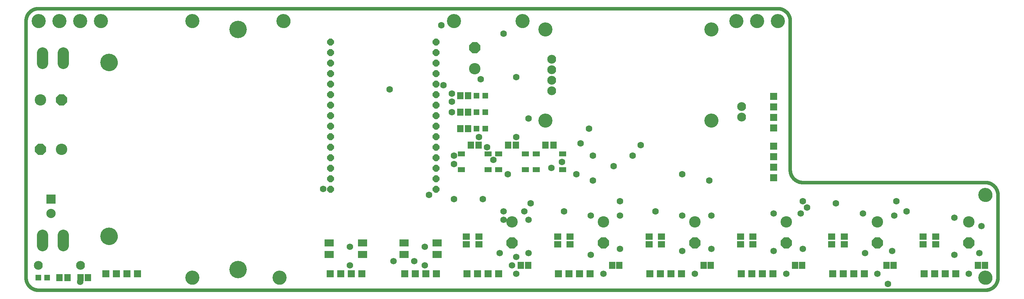
<source format=gts>
G75*
%MOIN*%
%OFA0B0*%
%FSLAX25Y25*%
%IPPOS*%
%LPD*%
%AMOC8*
5,1,8,0,0,1.08239X$1,22.5*
%
%ADD10C,0.03200*%
%ADD11C,0.00000*%
%ADD12C,0.13398*%
%ADD13R,0.05524X0.05524*%
%ADD14R,0.05918X0.07099*%
%ADD15R,0.05918X0.06706*%
%ADD16R,0.08674X0.07099*%
%ADD17OC8,0.06400*%
%ADD18R,0.07099X0.04737*%
%ADD19R,0.07099X0.05918*%
%ADD20C,0.10800*%
%ADD21OC8,0.10800*%
%ADD22R,0.06800X0.06800*%
%ADD23C,0.16548*%
%ADD24C,0.10800*%
%ADD25C,0.08400*%
%ADD26R,0.08800X0.08800*%
%ADD27C,0.08800*%
%ADD28C,0.06300*%
%ADD29C,0.06162*%
D10*
X0048028Y0032555D02*
X0945666Y0032555D01*
X0945951Y0032558D01*
X0946237Y0032569D01*
X0946522Y0032586D01*
X0946806Y0032610D01*
X0947090Y0032641D01*
X0947373Y0032679D01*
X0947654Y0032724D01*
X0947935Y0032775D01*
X0948215Y0032833D01*
X0948493Y0032898D01*
X0948769Y0032970D01*
X0949043Y0033048D01*
X0949316Y0033133D01*
X0949586Y0033225D01*
X0949854Y0033323D01*
X0950120Y0033427D01*
X0950383Y0033538D01*
X0950643Y0033655D01*
X0950901Y0033778D01*
X0951155Y0033908D01*
X0951406Y0034044D01*
X0951654Y0034185D01*
X0951898Y0034333D01*
X0952139Y0034486D01*
X0952375Y0034646D01*
X0952608Y0034811D01*
X0952837Y0034981D01*
X0953062Y0035157D01*
X0953282Y0035339D01*
X0953498Y0035525D01*
X0953709Y0035717D01*
X0953916Y0035914D01*
X0954118Y0036116D01*
X0954315Y0036323D01*
X0954507Y0036534D01*
X0954693Y0036750D01*
X0954875Y0036970D01*
X0955051Y0037195D01*
X0955221Y0037424D01*
X0955386Y0037657D01*
X0955546Y0037893D01*
X0955699Y0038134D01*
X0955847Y0038378D01*
X0955988Y0038626D01*
X0956124Y0038877D01*
X0956254Y0039131D01*
X0956377Y0039389D01*
X0956494Y0039649D01*
X0956605Y0039912D01*
X0956709Y0040178D01*
X0956807Y0040446D01*
X0956899Y0040716D01*
X0956984Y0040989D01*
X0957062Y0041263D01*
X0957134Y0041539D01*
X0957199Y0041817D01*
X0957257Y0042097D01*
X0957308Y0042378D01*
X0957353Y0042659D01*
X0957391Y0042942D01*
X0957422Y0043226D01*
X0957446Y0043510D01*
X0957463Y0043795D01*
X0957474Y0044081D01*
X0957477Y0044366D01*
X0957477Y0123106D01*
X0957474Y0123391D01*
X0957463Y0123677D01*
X0957446Y0123962D01*
X0957422Y0124246D01*
X0957391Y0124530D01*
X0957353Y0124813D01*
X0957308Y0125094D01*
X0957257Y0125375D01*
X0957199Y0125655D01*
X0957134Y0125933D01*
X0957062Y0126209D01*
X0956984Y0126483D01*
X0956899Y0126756D01*
X0956807Y0127026D01*
X0956709Y0127294D01*
X0956605Y0127560D01*
X0956494Y0127823D01*
X0956377Y0128083D01*
X0956254Y0128341D01*
X0956124Y0128595D01*
X0955988Y0128846D01*
X0955847Y0129094D01*
X0955699Y0129338D01*
X0955546Y0129579D01*
X0955386Y0129815D01*
X0955221Y0130048D01*
X0955051Y0130277D01*
X0954875Y0130502D01*
X0954693Y0130722D01*
X0954507Y0130938D01*
X0954315Y0131149D01*
X0954118Y0131356D01*
X0953916Y0131558D01*
X0953709Y0131755D01*
X0953498Y0131947D01*
X0953282Y0132133D01*
X0953062Y0132315D01*
X0952837Y0132491D01*
X0952608Y0132661D01*
X0952375Y0132826D01*
X0952139Y0132986D01*
X0951898Y0133139D01*
X0951654Y0133287D01*
X0951406Y0133428D01*
X0951155Y0133564D01*
X0950901Y0133694D01*
X0950643Y0133817D01*
X0950383Y0133934D01*
X0950120Y0134045D01*
X0949854Y0134149D01*
X0949586Y0134247D01*
X0949316Y0134339D01*
X0949043Y0134424D01*
X0948769Y0134502D01*
X0948493Y0134574D01*
X0948215Y0134639D01*
X0947935Y0134697D01*
X0947654Y0134748D01*
X0947373Y0134793D01*
X0947090Y0134831D01*
X0946806Y0134862D01*
X0946522Y0134886D01*
X0946237Y0134903D01*
X0945951Y0134914D01*
X0945666Y0134917D01*
X0772438Y0134917D01*
X0772153Y0134920D01*
X0771867Y0134931D01*
X0771582Y0134948D01*
X0771298Y0134972D01*
X0771014Y0135003D01*
X0770731Y0135041D01*
X0770450Y0135086D01*
X0770169Y0135137D01*
X0769889Y0135195D01*
X0769611Y0135260D01*
X0769335Y0135332D01*
X0769061Y0135410D01*
X0768788Y0135495D01*
X0768518Y0135587D01*
X0768250Y0135685D01*
X0767984Y0135789D01*
X0767721Y0135900D01*
X0767461Y0136017D01*
X0767203Y0136140D01*
X0766949Y0136270D01*
X0766698Y0136406D01*
X0766450Y0136547D01*
X0766206Y0136695D01*
X0765965Y0136848D01*
X0765729Y0137008D01*
X0765496Y0137173D01*
X0765267Y0137343D01*
X0765042Y0137519D01*
X0764822Y0137701D01*
X0764606Y0137887D01*
X0764395Y0138079D01*
X0764188Y0138276D01*
X0763986Y0138478D01*
X0763789Y0138685D01*
X0763597Y0138896D01*
X0763411Y0139112D01*
X0763229Y0139332D01*
X0763053Y0139557D01*
X0762883Y0139786D01*
X0762718Y0140019D01*
X0762558Y0140255D01*
X0762405Y0140496D01*
X0762257Y0140740D01*
X0762116Y0140988D01*
X0761980Y0141239D01*
X0761850Y0141493D01*
X0761727Y0141751D01*
X0761610Y0142011D01*
X0761499Y0142274D01*
X0761395Y0142540D01*
X0761297Y0142808D01*
X0761205Y0143078D01*
X0761120Y0143351D01*
X0761042Y0143625D01*
X0760970Y0143901D01*
X0760905Y0144179D01*
X0760847Y0144459D01*
X0760796Y0144740D01*
X0760751Y0145021D01*
X0760713Y0145304D01*
X0760682Y0145588D01*
X0760658Y0145872D01*
X0760641Y0146157D01*
X0760630Y0146443D01*
X0760627Y0146728D01*
X0760627Y0288461D01*
X0760624Y0288746D01*
X0760613Y0289032D01*
X0760596Y0289317D01*
X0760572Y0289601D01*
X0760541Y0289885D01*
X0760503Y0290168D01*
X0760458Y0290449D01*
X0760407Y0290730D01*
X0760349Y0291010D01*
X0760284Y0291288D01*
X0760212Y0291564D01*
X0760134Y0291838D01*
X0760049Y0292111D01*
X0759957Y0292381D01*
X0759859Y0292649D01*
X0759755Y0292915D01*
X0759644Y0293178D01*
X0759527Y0293438D01*
X0759404Y0293696D01*
X0759274Y0293950D01*
X0759138Y0294201D01*
X0758997Y0294449D01*
X0758849Y0294693D01*
X0758696Y0294934D01*
X0758536Y0295170D01*
X0758371Y0295403D01*
X0758201Y0295632D01*
X0758025Y0295857D01*
X0757843Y0296077D01*
X0757657Y0296293D01*
X0757465Y0296504D01*
X0757268Y0296711D01*
X0757066Y0296913D01*
X0756859Y0297110D01*
X0756648Y0297302D01*
X0756432Y0297488D01*
X0756212Y0297670D01*
X0755987Y0297846D01*
X0755758Y0298016D01*
X0755525Y0298181D01*
X0755289Y0298341D01*
X0755048Y0298494D01*
X0754804Y0298642D01*
X0754556Y0298783D01*
X0754305Y0298919D01*
X0754051Y0299049D01*
X0753793Y0299172D01*
X0753533Y0299289D01*
X0753270Y0299400D01*
X0753004Y0299504D01*
X0752736Y0299602D01*
X0752466Y0299694D01*
X0752193Y0299779D01*
X0751919Y0299857D01*
X0751643Y0299929D01*
X0751365Y0299994D01*
X0751085Y0300052D01*
X0750804Y0300103D01*
X0750523Y0300148D01*
X0750240Y0300186D01*
X0749956Y0300217D01*
X0749672Y0300241D01*
X0749387Y0300258D01*
X0749101Y0300269D01*
X0748816Y0300272D01*
X0048028Y0300272D01*
X0047743Y0300269D01*
X0047457Y0300258D01*
X0047172Y0300241D01*
X0046888Y0300217D01*
X0046604Y0300186D01*
X0046321Y0300148D01*
X0046040Y0300103D01*
X0045759Y0300052D01*
X0045479Y0299994D01*
X0045201Y0299929D01*
X0044925Y0299857D01*
X0044651Y0299779D01*
X0044378Y0299694D01*
X0044108Y0299602D01*
X0043840Y0299504D01*
X0043574Y0299400D01*
X0043311Y0299289D01*
X0043051Y0299172D01*
X0042793Y0299049D01*
X0042539Y0298919D01*
X0042288Y0298783D01*
X0042040Y0298642D01*
X0041796Y0298494D01*
X0041555Y0298341D01*
X0041319Y0298181D01*
X0041086Y0298016D01*
X0040857Y0297846D01*
X0040632Y0297670D01*
X0040412Y0297488D01*
X0040196Y0297302D01*
X0039985Y0297110D01*
X0039778Y0296913D01*
X0039576Y0296711D01*
X0039379Y0296504D01*
X0039187Y0296293D01*
X0039001Y0296077D01*
X0038819Y0295857D01*
X0038643Y0295632D01*
X0038473Y0295403D01*
X0038308Y0295170D01*
X0038148Y0294934D01*
X0037995Y0294693D01*
X0037847Y0294449D01*
X0037706Y0294201D01*
X0037570Y0293950D01*
X0037440Y0293696D01*
X0037317Y0293438D01*
X0037200Y0293178D01*
X0037089Y0292915D01*
X0036985Y0292649D01*
X0036887Y0292381D01*
X0036795Y0292111D01*
X0036710Y0291838D01*
X0036632Y0291564D01*
X0036560Y0291288D01*
X0036495Y0291010D01*
X0036437Y0290730D01*
X0036386Y0290449D01*
X0036341Y0290168D01*
X0036303Y0289885D01*
X0036272Y0289601D01*
X0036248Y0289317D01*
X0036231Y0289032D01*
X0036220Y0288746D01*
X0036217Y0288461D01*
X0036217Y0044366D01*
X0036220Y0044081D01*
X0036231Y0043795D01*
X0036248Y0043510D01*
X0036272Y0043226D01*
X0036303Y0042942D01*
X0036341Y0042659D01*
X0036386Y0042378D01*
X0036437Y0042097D01*
X0036495Y0041817D01*
X0036560Y0041539D01*
X0036632Y0041263D01*
X0036710Y0040989D01*
X0036795Y0040716D01*
X0036887Y0040446D01*
X0036985Y0040178D01*
X0037089Y0039912D01*
X0037200Y0039649D01*
X0037317Y0039389D01*
X0037440Y0039131D01*
X0037570Y0038877D01*
X0037706Y0038626D01*
X0037847Y0038378D01*
X0037995Y0038134D01*
X0038148Y0037893D01*
X0038308Y0037657D01*
X0038473Y0037424D01*
X0038643Y0037195D01*
X0038819Y0036970D01*
X0039001Y0036750D01*
X0039187Y0036534D01*
X0039379Y0036323D01*
X0039576Y0036116D01*
X0039778Y0035914D01*
X0039985Y0035717D01*
X0040196Y0035525D01*
X0040412Y0035339D01*
X0040632Y0035157D01*
X0040857Y0034981D01*
X0041086Y0034811D01*
X0041319Y0034646D01*
X0041555Y0034486D01*
X0041796Y0034333D01*
X0042040Y0034185D01*
X0042288Y0034044D01*
X0042539Y0033908D01*
X0042793Y0033778D01*
X0043051Y0033655D01*
X0043311Y0033538D01*
X0043574Y0033427D01*
X0043840Y0033323D01*
X0044108Y0033225D01*
X0044378Y0033133D01*
X0044651Y0033048D01*
X0044925Y0032970D01*
X0045201Y0032898D01*
X0045479Y0032833D01*
X0045759Y0032775D01*
X0046040Y0032724D01*
X0046321Y0032679D01*
X0046604Y0032641D01*
X0046888Y0032610D01*
X0047172Y0032586D01*
X0047457Y0032569D01*
X0047743Y0032558D01*
X0048028Y0032555D01*
D11*
X0107083Y0083736D02*
X0107085Y0083929D01*
X0107092Y0084122D01*
X0107104Y0084315D01*
X0107121Y0084508D01*
X0107142Y0084700D01*
X0107168Y0084891D01*
X0107199Y0085082D01*
X0107234Y0085272D01*
X0107274Y0085461D01*
X0107319Y0085649D01*
X0107368Y0085836D01*
X0107422Y0086022D01*
X0107480Y0086206D01*
X0107543Y0086389D01*
X0107611Y0086570D01*
X0107682Y0086749D01*
X0107759Y0086927D01*
X0107839Y0087103D01*
X0107924Y0087276D01*
X0108013Y0087448D01*
X0108106Y0087617D01*
X0108203Y0087784D01*
X0108305Y0087949D01*
X0108410Y0088111D01*
X0108519Y0088270D01*
X0108633Y0088427D01*
X0108750Y0088580D01*
X0108870Y0088731D01*
X0108995Y0088879D01*
X0109123Y0089024D01*
X0109254Y0089165D01*
X0109389Y0089304D01*
X0109528Y0089439D01*
X0109669Y0089570D01*
X0109814Y0089698D01*
X0109962Y0089823D01*
X0110113Y0089943D01*
X0110266Y0090060D01*
X0110423Y0090174D01*
X0110582Y0090283D01*
X0110744Y0090388D01*
X0110909Y0090490D01*
X0111076Y0090587D01*
X0111245Y0090680D01*
X0111417Y0090769D01*
X0111590Y0090854D01*
X0111766Y0090934D01*
X0111944Y0091011D01*
X0112123Y0091082D01*
X0112304Y0091150D01*
X0112487Y0091213D01*
X0112671Y0091271D01*
X0112857Y0091325D01*
X0113044Y0091374D01*
X0113232Y0091419D01*
X0113421Y0091459D01*
X0113611Y0091494D01*
X0113802Y0091525D01*
X0113993Y0091551D01*
X0114185Y0091572D01*
X0114378Y0091589D01*
X0114571Y0091601D01*
X0114764Y0091608D01*
X0114957Y0091610D01*
X0115150Y0091608D01*
X0115343Y0091601D01*
X0115536Y0091589D01*
X0115729Y0091572D01*
X0115921Y0091551D01*
X0116112Y0091525D01*
X0116303Y0091494D01*
X0116493Y0091459D01*
X0116682Y0091419D01*
X0116870Y0091374D01*
X0117057Y0091325D01*
X0117243Y0091271D01*
X0117427Y0091213D01*
X0117610Y0091150D01*
X0117791Y0091082D01*
X0117970Y0091011D01*
X0118148Y0090934D01*
X0118324Y0090854D01*
X0118497Y0090769D01*
X0118669Y0090680D01*
X0118838Y0090587D01*
X0119005Y0090490D01*
X0119170Y0090388D01*
X0119332Y0090283D01*
X0119491Y0090174D01*
X0119648Y0090060D01*
X0119801Y0089943D01*
X0119952Y0089823D01*
X0120100Y0089698D01*
X0120245Y0089570D01*
X0120386Y0089439D01*
X0120525Y0089304D01*
X0120660Y0089165D01*
X0120791Y0089024D01*
X0120919Y0088879D01*
X0121044Y0088731D01*
X0121164Y0088580D01*
X0121281Y0088427D01*
X0121395Y0088270D01*
X0121504Y0088111D01*
X0121609Y0087949D01*
X0121711Y0087784D01*
X0121808Y0087617D01*
X0121901Y0087448D01*
X0121990Y0087276D01*
X0122075Y0087103D01*
X0122155Y0086927D01*
X0122232Y0086749D01*
X0122303Y0086570D01*
X0122371Y0086389D01*
X0122434Y0086206D01*
X0122492Y0086022D01*
X0122546Y0085836D01*
X0122595Y0085649D01*
X0122640Y0085461D01*
X0122680Y0085272D01*
X0122715Y0085082D01*
X0122746Y0084891D01*
X0122772Y0084700D01*
X0122793Y0084508D01*
X0122810Y0084315D01*
X0122822Y0084122D01*
X0122829Y0083929D01*
X0122831Y0083736D01*
X0122829Y0083543D01*
X0122822Y0083350D01*
X0122810Y0083157D01*
X0122793Y0082964D01*
X0122772Y0082772D01*
X0122746Y0082581D01*
X0122715Y0082390D01*
X0122680Y0082200D01*
X0122640Y0082011D01*
X0122595Y0081823D01*
X0122546Y0081636D01*
X0122492Y0081450D01*
X0122434Y0081266D01*
X0122371Y0081083D01*
X0122303Y0080902D01*
X0122232Y0080723D01*
X0122155Y0080545D01*
X0122075Y0080369D01*
X0121990Y0080196D01*
X0121901Y0080024D01*
X0121808Y0079855D01*
X0121711Y0079688D01*
X0121609Y0079523D01*
X0121504Y0079361D01*
X0121395Y0079202D01*
X0121281Y0079045D01*
X0121164Y0078892D01*
X0121044Y0078741D01*
X0120919Y0078593D01*
X0120791Y0078448D01*
X0120660Y0078307D01*
X0120525Y0078168D01*
X0120386Y0078033D01*
X0120245Y0077902D01*
X0120100Y0077774D01*
X0119952Y0077649D01*
X0119801Y0077529D01*
X0119648Y0077412D01*
X0119491Y0077298D01*
X0119332Y0077189D01*
X0119170Y0077084D01*
X0119005Y0076982D01*
X0118838Y0076885D01*
X0118669Y0076792D01*
X0118497Y0076703D01*
X0118324Y0076618D01*
X0118148Y0076538D01*
X0117970Y0076461D01*
X0117791Y0076390D01*
X0117610Y0076322D01*
X0117427Y0076259D01*
X0117243Y0076201D01*
X0117057Y0076147D01*
X0116870Y0076098D01*
X0116682Y0076053D01*
X0116493Y0076013D01*
X0116303Y0075978D01*
X0116112Y0075947D01*
X0115921Y0075921D01*
X0115729Y0075900D01*
X0115536Y0075883D01*
X0115343Y0075871D01*
X0115150Y0075864D01*
X0114957Y0075862D01*
X0114764Y0075864D01*
X0114571Y0075871D01*
X0114378Y0075883D01*
X0114185Y0075900D01*
X0113993Y0075921D01*
X0113802Y0075947D01*
X0113611Y0075978D01*
X0113421Y0076013D01*
X0113232Y0076053D01*
X0113044Y0076098D01*
X0112857Y0076147D01*
X0112671Y0076201D01*
X0112487Y0076259D01*
X0112304Y0076322D01*
X0112123Y0076390D01*
X0111944Y0076461D01*
X0111766Y0076538D01*
X0111590Y0076618D01*
X0111417Y0076703D01*
X0111245Y0076792D01*
X0111076Y0076885D01*
X0110909Y0076982D01*
X0110744Y0077084D01*
X0110582Y0077189D01*
X0110423Y0077298D01*
X0110266Y0077412D01*
X0110113Y0077529D01*
X0109962Y0077649D01*
X0109814Y0077774D01*
X0109669Y0077902D01*
X0109528Y0078033D01*
X0109389Y0078168D01*
X0109254Y0078307D01*
X0109123Y0078448D01*
X0108995Y0078593D01*
X0108870Y0078741D01*
X0108750Y0078892D01*
X0108633Y0079045D01*
X0108519Y0079202D01*
X0108410Y0079361D01*
X0108305Y0079523D01*
X0108203Y0079688D01*
X0108106Y0079855D01*
X0108013Y0080024D01*
X0107924Y0080196D01*
X0107839Y0080369D01*
X0107759Y0080545D01*
X0107682Y0080723D01*
X0107611Y0080902D01*
X0107543Y0081083D01*
X0107480Y0081266D01*
X0107422Y0081450D01*
X0107368Y0081636D01*
X0107319Y0081823D01*
X0107274Y0082011D01*
X0107234Y0082200D01*
X0107199Y0082390D01*
X0107168Y0082581D01*
X0107142Y0082772D01*
X0107121Y0082964D01*
X0107104Y0083157D01*
X0107092Y0083350D01*
X0107085Y0083543D01*
X0107083Y0083736D01*
X0187399Y0044366D02*
X0187401Y0044524D01*
X0187407Y0044682D01*
X0187417Y0044840D01*
X0187431Y0044998D01*
X0187449Y0045155D01*
X0187470Y0045312D01*
X0187496Y0045468D01*
X0187526Y0045624D01*
X0187559Y0045779D01*
X0187597Y0045932D01*
X0187638Y0046085D01*
X0187683Y0046237D01*
X0187732Y0046388D01*
X0187785Y0046537D01*
X0187841Y0046685D01*
X0187901Y0046831D01*
X0187965Y0046976D01*
X0188033Y0047119D01*
X0188104Y0047261D01*
X0188178Y0047401D01*
X0188256Y0047538D01*
X0188338Y0047674D01*
X0188422Y0047808D01*
X0188511Y0047939D01*
X0188602Y0048068D01*
X0188697Y0048195D01*
X0188794Y0048320D01*
X0188895Y0048442D01*
X0188999Y0048561D01*
X0189106Y0048678D01*
X0189216Y0048792D01*
X0189329Y0048903D01*
X0189444Y0049012D01*
X0189562Y0049117D01*
X0189683Y0049219D01*
X0189806Y0049319D01*
X0189932Y0049415D01*
X0190060Y0049508D01*
X0190190Y0049598D01*
X0190323Y0049684D01*
X0190458Y0049768D01*
X0190594Y0049847D01*
X0190733Y0049924D01*
X0190874Y0049996D01*
X0191016Y0050066D01*
X0191160Y0050131D01*
X0191306Y0050193D01*
X0191453Y0050251D01*
X0191602Y0050306D01*
X0191752Y0050357D01*
X0191903Y0050404D01*
X0192055Y0050447D01*
X0192208Y0050486D01*
X0192363Y0050522D01*
X0192518Y0050553D01*
X0192674Y0050581D01*
X0192830Y0050605D01*
X0192987Y0050625D01*
X0193145Y0050641D01*
X0193302Y0050653D01*
X0193461Y0050661D01*
X0193619Y0050665D01*
X0193777Y0050665D01*
X0193935Y0050661D01*
X0194094Y0050653D01*
X0194251Y0050641D01*
X0194409Y0050625D01*
X0194566Y0050605D01*
X0194722Y0050581D01*
X0194878Y0050553D01*
X0195033Y0050522D01*
X0195188Y0050486D01*
X0195341Y0050447D01*
X0195493Y0050404D01*
X0195644Y0050357D01*
X0195794Y0050306D01*
X0195943Y0050251D01*
X0196090Y0050193D01*
X0196236Y0050131D01*
X0196380Y0050066D01*
X0196522Y0049996D01*
X0196663Y0049924D01*
X0196802Y0049847D01*
X0196938Y0049768D01*
X0197073Y0049684D01*
X0197206Y0049598D01*
X0197336Y0049508D01*
X0197464Y0049415D01*
X0197590Y0049319D01*
X0197713Y0049219D01*
X0197834Y0049117D01*
X0197952Y0049012D01*
X0198067Y0048903D01*
X0198180Y0048792D01*
X0198290Y0048678D01*
X0198397Y0048561D01*
X0198501Y0048442D01*
X0198602Y0048320D01*
X0198699Y0048195D01*
X0198794Y0048068D01*
X0198885Y0047939D01*
X0198974Y0047808D01*
X0199058Y0047674D01*
X0199140Y0047538D01*
X0199218Y0047401D01*
X0199292Y0047261D01*
X0199363Y0047119D01*
X0199431Y0046976D01*
X0199495Y0046831D01*
X0199555Y0046685D01*
X0199611Y0046537D01*
X0199664Y0046388D01*
X0199713Y0046237D01*
X0199758Y0046085D01*
X0199799Y0045932D01*
X0199837Y0045779D01*
X0199870Y0045624D01*
X0199900Y0045468D01*
X0199926Y0045312D01*
X0199947Y0045155D01*
X0199965Y0044998D01*
X0199979Y0044840D01*
X0199989Y0044682D01*
X0199995Y0044524D01*
X0199997Y0044366D01*
X0199995Y0044208D01*
X0199989Y0044050D01*
X0199979Y0043892D01*
X0199965Y0043734D01*
X0199947Y0043577D01*
X0199926Y0043420D01*
X0199900Y0043264D01*
X0199870Y0043108D01*
X0199837Y0042953D01*
X0199799Y0042800D01*
X0199758Y0042647D01*
X0199713Y0042495D01*
X0199664Y0042344D01*
X0199611Y0042195D01*
X0199555Y0042047D01*
X0199495Y0041901D01*
X0199431Y0041756D01*
X0199363Y0041613D01*
X0199292Y0041471D01*
X0199218Y0041331D01*
X0199140Y0041194D01*
X0199058Y0041058D01*
X0198974Y0040924D01*
X0198885Y0040793D01*
X0198794Y0040664D01*
X0198699Y0040537D01*
X0198602Y0040412D01*
X0198501Y0040290D01*
X0198397Y0040171D01*
X0198290Y0040054D01*
X0198180Y0039940D01*
X0198067Y0039829D01*
X0197952Y0039720D01*
X0197834Y0039615D01*
X0197713Y0039513D01*
X0197590Y0039413D01*
X0197464Y0039317D01*
X0197336Y0039224D01*
X0197206Y0039134D01*
X0197073Y0039048D01*
X0196938Y0038964D01*
X0196802Y0038885D01*
X0196663Y0038808D01*
X0196522Y0038736D01*
X0196380Y0038666D01*
X0196236Y0038601D01*
X0196090Y0038539D01*
X0195943Y0038481D01*
X0195794Y0038426D01*
X0195644Y0038375D01*
X0195493Y0038328D01*
X0195341Y0038285D01*
X0195188Y0038246D01*
X0195033Y0038210D01*
X0194878Y0038179D01*
X0194722Y0038151D01*
X0194566Y0038127D01*
X0194409Y0038107D01*
X0194251Y0038091D01*
X0194094Y0038079D01*
X0193935Y0038071D01*
X0193777Y0038067D01*
X0193619Y0038067D01*
X0193461Y0038071D01*
X0193302Y0038079D01*
X0193145Y0038091D01*
X0192987Y0038107D01*
X0192830Y0038127D01*
X0192674Y0038151D01*
X0192518Y0038179D01*
X0192363Y0038210D01*
X0192208Y0038246D01*
X0192055Y0038285D01*
X0191903Y0038328D01*
X0191752Y0038375D01*
X0191602Y0038426D01*
X0191453Y0038481D01*
X0191306Y0038539D01*
X0191160Y0038601D01*
X0191016Y0038666D01*
X0190874Y0038736D01*
X0190733Y0038808D01*
X0190594Y0038885D01*
X0190458Y0038964D01*
X0190323Y0039048D01*
X0190190Y0039134D01*
X0190060Y0039224D01*
X0189932Y0039317D01*
X0189806Y0039413D01*
X0189683Y0039513D01*
X0189562Y0039615D01*
X0189444Y0039720D01*
X0189329Y0039829D01*
X0189216Y0039940D01*
X0189106Y0040054D01*
X0188999Y0040171D01*
X0188895Y0040290D01*
X0188794Y0040412D01*
X0188697Y0040537D01*
X0188602Y0040664D01*
X0188511Y0040793D01*
X0188422Y0040924D01*
X0188338Y0041058D01*
X0188256Y0041194D01*
X0188178Y0041331D01*
X0188104Y0041471D01*
X0188033Y0041613D01*
X0187965Y0041756D01*
X0187901Y0041901D01*
X0187841Y0042047D01*
X0187785Y0042195D01*
X0187732Y0042344D01*
X0187683Y0042495D01*
X0187638Y0042647D01*
X0187597Y0042800D01*
X0187559Y0042953D01*
X0187526Y0043108D01*
X0187496Y0043264D01*
X0187470Y0043420D01*
X0187449Y0043577D01*
X0187431Y0043734D01*
X0187417Y0043892D01*
X0187407Y0044050D01*
X0187401Y0044208D01*
X0187399Y0044366D01*
X0229131Y0052240D02*
X0229133Y0052433D01*
X0229140Y0052626D01*
X0229152Y0052819D01*
X0229169Y0053012D01*
X0229190Y0053204D01*
X0229216Y0053395D01*
X0229247Y0053586D01*
X0229282Y0053776D01*
X0229322Y0053965D01*
X0229367Y0054153D01*
X0229416Y0054340D01*
X0229470Y0054526D01*
X0229528Y0054710D01*
X0229591Y0054893D01*
X0229659Y0055074D01*
X0229730Y0055253D01*
X0229807Y0055431D01*
X0229887Y0055607D01*
X0229972Y0055780D01*
X0230061Y0055952D01*
X0230154Y0056121D01*
X0230251Y0056288D01*
X0230353Y0056453D01*
X0230458Y0056615D01*
X0230567Y0056774D01*
X0230681Y0056931D01*
X0230798Y0057084D01*
X0230918Y0057235D01*
X0231043Y0057383D01*
X0231171Y0057528D01*
X0231302Y0057669D01*
X0231437Y0057808D01*
X0231576Y0057943D01*
X0231717Y0058074D01*
X0231862Y0058202D01*
X0232010Y0058327D01*
X0232161Y0058447D01*
X0232314Y0058564D01*
X0232471Y0058678D01*
X0232630Y0058787D01*
X0232792Y0058892D01*
X0232957Y0058994D01*
X0233124Y0059091D01*
X0233293Y0059184D01*
X0233465Y0059273D01*
X0233638Y0059358D01*
X0233814Y0059438D01*
X0233992Y0059515D01*
X0234171Y0059586D01*
X0234352Y0059654D01*
X0234535Y0059717D01*
X0234719Y0059775D01*
X0234905Y0059829D01*
X0235092Y0059878D01*
X0235280Y0059923D01*
X0235469Y0059963D01*
X0235659Y0059998D01*
X0235850Y0060029D01*
X0236041Y0060055D01*
X0236233Y0060076D01*
X0236426Y0060093D01*
X0236619Y0060105D01*
X0236812Y0060112D01*
X0237005Y0060114D01*
X0237198Y0060112D01*
X0237391Y0060105D01*
X0237584Y0060093D01*
X0237777Y0060076D01*
X0237969Y0060055D01*
X0238160Y0060029D01*
X0238351Y0059998D01*
X0238541Y0059963D01*
X0238730Y0059923D01*
X0238918Y0059878D01*
X0239105Y0059829D01*
X0239291Y0059775D01*
X0239475Y0059717D01*
X0239658Y0059654D01*
X0239839Y0059586D01*
X0240018Y0059515D01*
X0240196Y0059438D01*
X0240372Y0059358D01*
X0240545Y0059273D01*
X0240717Y0059184D01*
X0240886Y0059091D01*
X0241053Y0058994D01*
X0241218Y0058892D01*
X0241380Y0058787D01*
X0241539Y0058678D01*
X0241696Y0058564D01*
X0241849Y0058447D01*
X0242000Y0058327D01*
X0242148Y0058202D01*
X0242293Y0058074D01*
X0242434Y0057943D01*
X0242573Y0057808D01*
X0242708Y0057669D01*
X0242839Y0057528D01*
X0242967Y0057383D01*
X0243092Y0057235D01*
X0243212Y0057084D01*
X0243329Y0056931D01*
X0243443Y0056774D01*
X0243552Y0056615D01*
X0243657Y0056453D01*
X0243759Y0056288D01*
X0243856Y0056121D01*
X0243949Y0055952D01*
X0244038Y0055780D01*
X0244123Y0055607D01*
X0244203Y0055431D01*
X0244280Y0055253D01*
X0244351Y0055074D01*
X0244419Y0054893D01*
X0244482Y0054710D01*
X0244540Y0054526D01*
X0244594Y0054340D01*
X0244643Y0054153D01*
X0244688Y0053965D01*
X0244728Y0053776D01*
X0244763Y0053586D01*
X0244794Y0053395D01*
X0244820Y0053204D01*
X0244841Y0053012D01*
X0244858Y0052819D01*
X0244870Y0052626D01*
X0244877Y0052433D01*
X0244879Y0052240D01*
X0244877Y0052047D01*
X0244870Y0051854D01*
X0244858Y0051661D01*
X0244841Y0051468D01*
X0244820Y0051276D01*
X0244794Y0051085D01*
X0244763Y0050894D01*
X0244728Y0050704D01*
X0244688Y0050515D01*
X0244643Y0050327D01*
X0244594Y0050140D01*
X0244540Y0049954D01*
X0244482Y0049770D01*
X0244419Y0049587D01*
X0244351Y0049406D01*
X0244280Y0049227D01*
X0244203Y0049049D01*
X0244123Y0048873D01*
X0244038Y0048700D01*
X0243949Y0048528D01*
X0243856Y0048359D01*
X0243759Y0048192D01*
X0243657Y0048027D01*
X0243552Y0047865D01*
X0243443Y0047706D01*
X0243329Y0047549D01*
X0243212Y0047396D01*
X0243092Y0047245D01*
X0242967Y0047097D01*
X0242839Y0046952D01*
X0242708Y0046811D01*
X0242573Y0046672D01*
X0242434Y0046537D01*
X0242293Y0046406D01*
X0242148Y0046278D01*
X0242000Y0046153D01*
X0241849Y0046033D01*
X0241696Y0045916D01*
X0241539Y0045802D01*
X0241380Y0045693D01*
X0241218Y0045588D01*
X0241053Y0045486D01*
X0240886Y0045389D01*
X0240717Y0045296D01*
X0240545Y0045207D01*
X0240372Y0045122D01*
X0240196Y0045042D01*
X0240018Y0044965D01*
X0239839Y0044894D01*
X0239658Y0044826D01*
X0239475Y0044763D01*
X0239291Y0044705D01*
X0239105Y0044651D01*
X0238918Y0044602D01*
X0238730Y0044557D01*
X0238541Y0044517D01*
X0238351Y0044482D01*
X0238160Y0044451D01*
X0237969Y0044425D01*
X0237777Y0044404D01*
X0237584Y0044387D01*
X0237391Y0044375D01*
X0237198Y0044368D01*
X0237005Y0044366D01*
X0236812Y0044368D01*
X0236619Y0044375D01*
X0236426Y0044387D01*
X0236233Y0044404D01*
X0236041Y0044425D01*
X0235850Y0044451D01*
X0235659Y0044482D01*
X0235469Y0044517D01*
X0235280Y0044557D01*
X0235092Y0044602D01*
X0234905Y0044651D01*
X0234719Y0044705D01*
X0234535Y0044763D01*
X0234352Y0044826D01*
X0234171Y0044894D01*
X0233992Y0044965D01*
X0233814Y0045042D01*
X0233638Y0045122D01*
X0233465Y0045207D01*
X0233293Y0045296D01*
X0233124Y0045389D01*
X0232957Y0045486D01*
X0232792Y0045588D01*
X0232630Y0045693D01*
X0232471Y0045802D01*
X0232314Y0045916D01*
X0232161Y0046033D01*
X0232010Y0046153D01*
X0231862Y0046278D01*
X0231717Y0046406D01*
X0231576Y0046537D01*
X0231437Y0046672D01*
X0231302Y0046811D01*
X0231171Y0046952D01*
X0231043Y0047097D01*
X0230918Y0047245D01*
X0230798Y0047396D01*
X0230681Y0047549D01*
X0230567Y0047706D01*
X0230458Y0047865D01*
X0230353Y0048027D01*
X0230251Y0048192D01*
X0230154Y0048359D01*
X0230061Y0048528D01*
X0229972Y0048700D01*
X0229887Y0048873D01*
X0229807Y0049049D01*
X0229730Y0049227D01*
X0229659Y0049406D01*
X0229591Y0049587D01*
X0229528Y0049770D01*
X0229470Y0049954D01*
X0229416Y0050140D01*
X0229367Y0050327D01*
X0229322Y0050515D01*
X0229282Y0050704D01*
X0229247Y0050894D01*
X0229216Y0051085D01*
X0229190Y0051276D01*
X0229169Y0051468D01*
X0229152Y0051661D01*
X0229140Y0051854D01*
X0229133Y0052047D01*
X0229131Y0052240D01*
X0270076Y0044366D02*
X0270078Y0044524D01*
X0270084Y0044682D01*
X0270094Y0044840D01*
X0270108Y0044998D01*
X0270126Y0045155D01*
X0270147Y0045312D01*
X0270173Y0045468D01*
X0270203Y0045624D01*
X0270236Y0045779D01*
X0270274Y0045932D01*
X0270315Y0046085D01*
X0270360Y0046237D01*
X0270409Y0046388D01*
X0270462Y0046537D01*
X0270518Y0046685D01*
X0270578Y0046831D01*
X0270642Y0046976D01*
X0270710Y0047119D01*
X0270781Y0047261D01*
X0270855Y0047401D01*
X0270933Y0047538D01*
X0271015Y0047674D01*
X0271099Y0047808D01*
X0271188Y0047939D01*
X0271279Y0048068D01*
X0271374Y0048195D01*
X0271471Y0048320D01*
X0271572Y0048442D01*
X0271676Y0048561D01*
X0271783Y0048678D01*
X0271893Y0048792D01*
X0272006Y0048903D01*
X0272121Y0049012D01*
X0272239Y0049117D01*
X0272360Y0049219D01*
X0272483Y0049319D01*
X0272609Y0049415D01*
X0272737Y0049508D01*
X0272867Y0049598D01*
X0273000Y0049684D01*
X0273135Y0049768D01*
X0273271Y0049847D01*
X0273410Y0049924D01*
X0273551Y0049996D01*
X0273693Y0050066D01*
X0273837Y0050131D01*
X0273983Y0050193D01*
X0274130Y0050251D01*
X0274279Y0050306D01*
X0274429Y0050357D01*
X0274580Y0050404D01*
X0274732Y0050447D01*
X0274885Y0050486D01*
X0275040Y0050522D01*
X0275195Y0050553D01*
X0275351Y0050581D01*
X0275507Y0050605D01*
X0275664Y0050625D01*
X0275822Y0050641D01*
X0275979Y0050653D01*
X0276138Y0050661D01*
X0276296Y0050665D01*
X0276454Y0050665D01*
X0276612Y0050661D01*
X0276771Y0050653D01*
X0276928Y0050641D01*
X0277086Y0050625D01*
X0277243Y0050605D01*
X0277399Y0050581D01*
X0277555Y0050553D01*
X0277710Y0050522D01*
X0277865Y0050486D01*
X0278018Y0050447D01*
X0278170Y0050404D01*
X0278321Y0050357D01*
X0278471Y0050306D01*
X0278620Y0050251D01*
X0278767Y0050193D01*
X0278913Y0050131D01*
X0279057Y0050066D01*
X0279199Y0049996D01*
X0279340Y0049924D01*
X0279479Y0049847D01*
X0279615Y0049768D01*
X0279750Y0049684D01*
X0279883Y0049598D01*
X0280013Y0049508D01*
X0280141Y0049415D01*
X0280267Y0049319D01*
X0280390Y0049219D01*
X0280511Y0049117D01*
X0280629Y0049012D01*
X0280744Y0048903D01*
X0280857Y0048792D01*
X0280967Y0048678D01*
X0281074Y0048561D01*
X0281178Y0048442D01*
X0281279Y0048320D01*
X0281376Y0048195D01*
X0281471Y0048068D01*
X0281562Y0047939D01*
X0281651Y0047808D01*
X0281735Y0047674D01*
X0281817Y0047538D01*
X0281895Y0047401D01*
X0281969Y0047261D01*
X0282040Y0047119D01*
X0282108Y0046976D01*
X0282172Y0046831D01*
X0282232Y0046685D01*
X0282288Y0046537D01*
X0282341Y0046388D01*
X0282390Y0046237D01*
X0282435Y0046085D01*
X0282476Y0045932D01*
X0282514Y0045779D01*
X0282547Y0045624D01*
X0282577Y0045468D01*
X0282603Y0045312D01*
X0282624Y0045155D01*
X0282642Y0044998D01*
X0282656Y0044840D01*
X0282666Y0044682D01*
X0282672Y0044524D01*
X0282674Y0044366D01*
X0282672Y0044208D01*
X0282666Y0044050D01*
X0282656Y0043892D01*
X0282642Y0043734D01*
X0282624Y0043577D01*
X0282603Y0043420D01*
X0282577Y0043264D01*
X0282547Y0043108D01*
X0282514Y0042953D01*
X0282476Y0042800D01*
X0282435Y0042647D01*
X0282390Y0042495D01*
X0282341Y0042344D01*
X0282288Y0042195D01*
X0282232Y0042047D01*
X0282172Y0041901D01*
X0282108Y0041756D01*
X0282040Y0041613D01*
X0281969Y0041471D01*
X0281895Y0041331D01*
X0281817Y0041194D01*
X0281735Y0041058D01*
X0281651Y0040924D01*
X0281562Y0040793D01*
X0281471Y0040664D01*
X0281376Y0040537D01*
X0281279Y0040412D01*
X0281178Y0040290D01*
X0281074Y0040171D01*
X0280967Y0040054D01*
X0280857Y0039940D01*
X0280744Y0039829D01*
X0280629Y0039720D01*
X0280511Y0039615D01*
X0280390Y0039513D01*
X0280267Y0039413D01*
X0280141Y0039317D01*
X0280013Y0039224D01*
X0279883Y0039134D01*
X0279750Y0039048D01*
X0279615Y0038964D01*
X0279479Y0038885D01*
X0279340Y0038808D01*
X0279199Y0038736D01*
X0279057Y0038666D01*
X0278913Y0038601D01*
X0278767Y0038539D01*
X0278620Y0038481D01*
X0278471Y0038426D01*
X0278321Y0038375D01*
X0278170Y0038328D01*
X0278018Y0038285D01*
X0277865Y0038246D01*
X0277710Y0038210D01*
X0277555Y0038179D01*
X0277399Y0038151D01*
X0277243Y0038127D01*
X0277086Y0038107D01*
X0276928Y0038091D01*
X0276771Y0038079D01*
X0276612Y0038071D01*
X0276454Y0038067D01*
X0276296Y0038067D01*
X0276138Y0038071D01*
X0275979Y0038079D01*
X0275822Y0038091D01*
X0275664Y0038107D01*
X0275507Y0038127D01*
X0275351Y0038151D01*
X0275195Y0038179D01*
X0275040Y0038210D01*
X0274885Y0038246D01*
X0274732Y0038285D01*
X0274580Y0038328D01*
X0274429Y0038375D01*
X0274279Y0038426D01*
X0274130Y0038481D01*
X0273983Y0038539D01*
X0273837Y0038601D01*
X0273693Y0038666D01*
X0273551Y0038736D01*
X0273410Y0038808D01*
X0273271Y0038885D01*
X0273135Y0038964D01*
X0273000Y0039048D01*
X0272867Y0039134D01*
X0272737Y0039224D01*
X0272609Y0039317D01*
X0272483Y0039413D01*
X0272360Y0039513D01*
X0272239Y0039615D01*
X0272121Y0039720D01*
X0272006Y0039829D01*
X0271893Y0039940D01*
X0271783Y0040054D01*
X0271676Y0040171D01*
X0271572Y0040290D01*
X0271471Y0040412D01*
X0271374Y0040537D01*
X0271279Y0040664D01*
X0271188Y0040793D01*
X0271099Y0040924D01*
X0271015Y0041058D01*
X0270933Y0041194D01*
X0270855Y0041331D01*
X0270781Y0041471D01*
X0270710Y0041613D01*
X0270642Y0041756D01*
X0270578Y0041901D01*
X0270518Y0042047D01*
X0270462Y0042195D01*
X0270409Y0042344D01*
X0270360Y0042495D01*
X0270315Y0042647D01*
X0270274Y0042800D01*
X0270236Y0042953D01*
X0270203Y0043108D01*
X0270173Y0043264D01*
X0270147Y0043420D01*
X0270126Y0043577D01*
X0270108Y0043734D01*
X0270094Y0043892D01*
X0270084Y0044050D01*
X0270078Y0044208D01*
X0270076Y0044366D01*
X0522044Y0193972D02*
X0522046Y0194130D01*
X0522052Y0194288D01*
X0522062Y0194446D01*
X0522076Y0194604D01*
X0522094Y0194761D01*
X0522115Y0194918D01*
X0522141Y0195074D01*
X0522171Y0195230D01*
X0522204Y0195385D01*
X0522242Y0195538D01*
X0522283Y0195691D01*
X0522328Y0195843D01*
X0522377Y0195994D01*
X0522430Y0196143D01*
X0522486Y0196291D01*
X0522546Y0196437D01*
X0522610Y0196582D01*
X0522678Y0196725D01*
X0522749Y0196867D01*
X0522823Y0197007D01*
X0522901Y0197144D01*
X0522983Y0197280D01*
X0523067Y0197414D01*
X0523156Y0197545D01*
X0523247Y0197674D01*
X0523342Y0197801D01*
X0523439Y0197926D01*
X0523540Y0198048D01*
X0523644Y0198167D01*
X0523751Y0198284D01*
X0523861Y0198398D01*
X0523974Y0198509D01*
X0524089Y0198618D01*
X0524207Y0198723D01*
X0524328Y0198825D01*
X0524451Y0198925D01*
X0524577Y0199021D01*
X0524705Y0199114D01*
X0524835Y0199204D01*
X0524968Y0199290D01*
X0525103Y0199374D01*
X0525239Y0199453D01*
X0525378Y0199530D01*
X0525519Y0199602D01*
X0525661Y0199672D01*
X0525805Y0199737D01*
X0525951Y0199799D01*
X0526098Y0199857D01*
X0526247Y0199912D01*
X0526397Y0199963D01*
X0526548Y0200010D01*
X0526700Y0200053D01*
X0526853Y0200092D01*
X0527008Y0200128D01*
X0527163Y0200159D01*
X0527319Y0200187D01*
X0527475Y0200211D01*
X0527632Y0200231D01*
X0527790Y0200247D01*
X0527947Y0200259D01*
X0528106Y0200267D01*
X0528264Y0200271D01*
X0528422Y0200271D01*
X0528580Y0200267D01*
X0528739Y0200259D01*
X0528896Y0200247D01*
X0529054Y0200231D01*
X0529211Y0200211D01*
X0529367Y0200187D01*
X0529523Y0200159D01*
X0529678Y0200128D01*
X0529833Y0200092D01*
X0529986Y0200053D01*
X0530138Y0200010D01*
X0530289Y0199963D01*
X0530439Y0199912D01*
X0530588Y0199857D01*
X0530735Y0199799D01*
X0530881Y0199737D01*
X0531025Y0199672D01*
X0531167Y0199602D01*
X0531308Y0199530D01*
X0531447Y0199453D01*
X0531583Y0199374D01*
X0531718Y0199290D01*
X0531851Y0199204D01*
X0531981Y0199114D01*
X0532109Y0199021D01*
X0532235Y0198925D01*
X0532358Y0198825D01*
X0532479Y0198723D01*
X0532597Y0198618D01*
X0532712Y0198509D01*
X0532825Y0198398D01*
X0532935Y0198284D01*
X0533042Y0198167D01*
X0533146Y0198048D01*
X0533247Y0197926D01*
X0533344Y0197801D01*
X0533439Y0197674D01*
X0533530Y0197545D01*
X0533619Y0197414D01*
X0533703Y0197280D01*
X0533785Y0197144D01*
X0533863Y0197007D01*
X0533937Y0196867D01*
X0534008Y0196725D01*
X0534076Y0196582D01*
X0534140Y0196437D01*
X0534200Y0196291D01*
X0534256Y0196143D01*
X0534309Y0195994D01*
X0534358Y0195843D01*
X0534403Y0195691D01*
X0534444Y0195538D01*
X0534482Y0195385D01*
X0534515Y0195230D01*
X0534545Y0195074D01*
X0534571Y0194918D01*
X0534592Y0194761D01*
X0534610Y0194604D01*
X0534624Y0194446D01*
X0534634Y0194288D01*
X0534640Y0194130D01*
X0534642Y0193972D01*
X0534640Y0193814D01*
X0534634Y0193656D01*
X0534624Y0193498D01*
X0534610Y0193340D01*
X0534592Y0193183D01*
X0534571Y0193026D01*
X0534545Y0192870D01*
X0534515Y0192714D01*
X0534482Y0192559D01*
X0534444Y0192406D01*
X0534403Y0192253D01*
X0534358Y0192101D01*
X0534309Y0191950D01*
X0534256Y0191801D01*
X0534200Y0191653D01*
X0534140Y0191507D01*
X0534076Y0191362D01*
X0534008Y0191219D01*
X0533937Y0191077D01*
X0533863Y0190937D01*
X0533785Y0190800D01*
X0533703Y0190664D01*
X0533619Y0190530D01*
X0533530Y0190399D01*
X0533439Y0190270D01*
X0533344Y0190143D01*
X0533247Y0190018D01*
X0533146Y0189896D01*
X0533042Y0189777D01*
X0532935Y0189660D01*
X0532825Y0189546D01*
X0532712Y0189435D01*
X0532597Y0189326D01*
X0532479Y0189221D01*
X0532358Y0189119D01*
X0532235Y0189019D01*
X0532109Y0188923D01*
X0531981Y0188830D01*
X0531851Y0188740D01*
X0531718Y0188654D01*
X0531583Y0188570D01*
X0531447Y0188491D01*
X0531308Y0188414D01*
X0531167Y0188342D01*
X0531025Y0188272D01*
X0530881Y0188207D01*
X0530735Y0188145D01*
X0530588Y0188087D01*
X0530439Y0188032D01*
X0530289Y0187981D01*
X0530138Y0187934D01*
X0529986Y0187891D01*
X0529833Y0187852D01*
X0529678Y0187816D01*
X0529523Y0187785D01*
X0529367Y0187757D01*
X0529211Y0187733D01*
X0529054Y0187713D01*
X0528896Y0187697D01*
X0528739Y0187685D01*
X0528580Y0187677D01*
X0528422Y0187673D01*
X0528264Y0187673D01*
X0528106Y0187677D01*
X0527947Y0187685D01*
X0527790Y0187697D01*
X0527632Y0187713D01*
X0527475Y0187733D01*
X0527319Y0187757D01*
X0527163Y0187785D01*
X0527008Y0187816D01*
X0526853Y0187852D01*
X0526700Y0187891D01*
X0526548Y0187934D01*
X0526397Y0187981D01*
X0526247Y0188032D01*
X0526098Y0188087D01*
X0525951Y0188145D01*
X0525805Y0188207D01*
X0525661Y0188272D01*
X0525519Y0188342D01*
X0525378Y0188414D01*
X0525239Y0188491D01*
X0525103Y0188570D01*
X0524968Y0188654D01*
X0524835Y0188740D01*
X0524705Y0188830D01*
X0524577Y0188923D01*
X0524451Y0189019D01*
X0524328Y0189119D01*
X0524207Y0189221D01*
X0524089Y0189326D01*
X0523974Y0189435D01*
X0523861Y0189546D01*
X0523751Y0189660D01*
X0523644Y0189777D01*
X0523540Y0189896D01*
X0523439Y0190018D01*
X0523342Y0190143D01*
X0523247Y0190270D01*
X0523156Y0190399D01*
X0523067Y0190530D01*
X0522983Y0190664D01*
X0522901Y0190800D01*
X0522823Y0190937D01*
X0522749Y0191077D01*
X0522678Y0191219D01*
X0522610Y0191362D01*
X0522546Y0191507D01*
X0522486Y0191653D01*
X0522430Y0191801D01*
X0522377Y0191950D01*
X0522328Y0192101D01*
X0522283Y0192253D01*
X0522242Y0192406D01*
X0522204Y0192559D01*
X0522171Y0192714D01*
X0522141Y0192870D01*
X0522115Y0193026D01*
X0522094Y0193183D01*
X0522076Y0193340D01*
X0522062Y0193498D01*
X0522052Y0193656D01*
X0522046Y0193814D01*
X0522044Y0193972D01*
X0679524Y0193972D02*
X0679526Y0194130D01*
X0679532Y0194288D01*
X0679542Y0194446D01*
X0679556Y0194604D01*
X0679574Y0194761D01*
X0679595Y0194918D01*
X0679621Y0195074D01*
X0679651Y0195230D01*
X0679684Y0195385D01*
X0679722Y0195538D01*
X0679763Y0195691D01*
X0679808Y0195843D01*
X0679857Y0195994D01*
X0679910Y0196143D01*
X0679966Y0196291D01*
X0680026Y0196437D01*
X0680090Y0196582D01*
X0680158Y0196725D01*
X0680229Y0196867D01*
X0680303Y0197007D01*
X0680381Y0197144D01*
X0680463Y0197280D01*
X0680547Y0197414D01*
X0680636Y0197545D01*
X0680727Y0197674D01*
X0680822Y0197801D01*
X0680919Y0197926D01*
X0681020Y0198048D01*
X0681124Y0198167D01*
X0681231Y0198284D01*
X0681341Y0198398D01*
X0681454Y0198509D01*
X0681569Y0198618D01*
X0681687Y0198723D01*
X0681808Y0198825D01*
X0681931Y0198925D01*
X0682057Y0199021D01*
X0682185Y0199114D01*
X0682315Y0199204D01*
X0682448Y0199290D01*
X0682583Y0199374D01*
X0682719Y0199453D01*
X0682858Y0199530D01*
X0682999Y0199602D01*
X0683141Y0199672D01*
X0683285Y0199737D01*
X0683431Y0199799D01*
X0683578Y0199857D01*
X0683727Y0199912D01*
X0683877Y0199963D01*
X0684028Y0200010D01*
X0684180Y0200053D01*
X0684333Y0200092D01*
X0684488Y0200128D01*
X0684643Y0200159D01*
X0684799Y0200187D01*
X0684955Y0200211D01*
X0685112Y0200231D01*
X0685270Y0200247D01*
X0685427Y0200259D01*
X0685586Y0200267D01*
X0685744Y0200271D01*
X0685902Y0200271D01*
X0686060Y0200267D01*
X0686219Y0200259D01*
X0686376Y0200247D01*
X0686534Y0200231D01*
X0686691Y0200211D01*
X0686847Y0200187D01*
X0687003Y0200159D01*
X0687158Y0200128D01*
X0687313Y0200092D01*
X0687466Y0200053D01*
X0687618Y0200010D01*
X0687769Y0199963D01*
X0687919Y0199912D01*
X0688068Y0199857D01*
X0688215Y0199799D01*
X0688361Y0199737D01*
X0688505Y0199672D01*
X0688647Y0199602D01*
X0688788Y0199530D01*
X0688927Y0199453D01*
X0689063Y0199374D01*
X0689198Y0199290D01*
X0689331Y0199204D01*
X0689461Y0199114D01*
X0689589Y0199021D01*
X0689715Y0198925D01*
X0689838Y0198825D01*
X0689959Y0198723D01*
X0690077Y0198618D01*
X0690192Y0198509D01*
X0690305Y0198398D01*
X0690415Y0198284D01*
X0690522Y0198167D01*
X0690626Y0198048D01*
X0690727Y0197926D01*
X0690824Y0197801D01*
X0690919Y0197674D01*
X0691010Y0197545D01*
X0691099Y0197414D01*
X0691183Y0197280D01*
X0691265Y0197144D01*
X0691343Y0197007D01*
X0691417Y0196867D01*
X0691488Y0196725D01*
X0691556Y0196582D01*
X0691620Y0196437D01*
X0691680Y0196291D01*
X0691736Y0196143D01*
X0691789Y0195994D01*
X0691838Y0195843D01*
X0691883Y0195691D01*
X0691924Y0195538D01*
X0691962Y0195385D01*
X0691995Y0195230D01*
X0692025Y0195074D01*
X0692051Y0194918D01*
X0692072Y0194761D01*
X0692090Y0194604D01*
X0692104Y0194446D01*
X0692114Y0194288D01*
X0692120Y0194130D01*
X0692122Y0193972D01*
X0692120Y0193814D01*
X0692114Y0193656D01*
X0692104Y0193498D01*
X0692090Y0193340D01*
X0692072Y0193183D01*
X0692051Y0193026D01*
X0692025Y0192870D01*
X0691995Y0192714D01*
X0691962Y0192559D01*
X0691924Y0192406D01*
X0691883Y0192253D01*
X0691838Y0192101D01*
X0691789Y0191950D01*
X0691736Y0191801D01*
X0691680Y0191653D01*
X0691620Y0191507D01*
X0691556Y0191362D01*
X0691488Y0191219D01*
X0691417Y0191077D01*
X0691343Y0190937D01*
X0691265Y0190800D01*
X0691183Y0190664D01*
X0691099Y0190530D01*
X0691010Y0190399D01*
X0690919Y0190270D01*
X0690824Y0190143D01*
X0690727Y0190018D01*
X0690626Y0189896D01*
X0690522Y0189777D01*
X0690415Y0189660D01*
X0690305Y0189546D01*
X0690192Y0189435D01*
X0690077Y0189326D01*
X0689959Y0189221D01*
X0689838Y0189119D01*
X0689715Y0189019D01*
X0689589Y0188923D01*
X0689461Y0188830D01*
X0689331Y0188740D01*
X0689198Y0188654D01*
X0689063Y0188570D01*
X0688927Y0188491D01*
X0688788Y0188414D01*
X0688647Y0188342D01*
X0688505Y0188272D01*
X0688361Y0188207D01*
X0688215Y0188145D01*
X0688068Y0188087D01*
X0687919Y0188032D01*
X0687769Y0187981D01*
X0687618Y0187934D01*
X0687466Y0187891D01*
X0687313Y0187852D01*
X0687158Y0187816D01*
X0687003Y0187785D01*
X0686847Y0187757D01*
X0686691Y0187733D01*
X0686534Y0187713D01*
X0686376Y0187697D01*
X0686219Y0187685D01*
X0686060Y0187677D01*
X0685902Y0187673D01*
X0685744Y0187673D01*
X0685586Y0187677D01*
X0685427Y0187685D01*
X0685270Y0187697D01*
X0685112Y0187713D01*
X0684955Y0187733D01*
X0684799Y0187757D01*
X0684643Y0187785D01*
X0684488Y0187816D01*
X0684333Y0187852D01*
X0684180Y0187891D01*
X0684028Y0187934D01*
X0683877Y0187981D01*
X0683727Y0188032D01*
X0683578Y0188087D01*
X0683431Y0188145D01*
X0683285Y0188207D01*
X0683141Y0188272D01*
X0682999Y0188342D01*
X0682858Y0188414D01*
X0682719Y0188491D01*
X0682583Y0188570D01*
X0682448Y0188654D01*
X0682315Y0188740D01*
X0682185Y0188830D01*
X0682057Y0188923D01*
X0681931Y0189019D01*
X0681808Y0189119D01*
X0681687Y0189221D01*
X0681569Y0189326D01*
X0681454Y0189435D01*
X0681341Y0189546D01*
X0681231Y0189660D01*
X0681124Y0189777D01*
X0681020Y0189896D01*
X0680919Y0190018D01*
X0680822Y0190143D01*
X0680727Y0190270D01*
X0680636Y0190399D01*
X0680547Y0190530D01*
X0680463Y0190664D01*
X0680381Y0190800D01*
X0680303Y0190937D01*
X0680229Y0191077D01*
X0680158Y0191219D01*
X0680090Y0191362D01*
X0680026Y0191507D01*
X0679966Y0191653D01*
X0679910Y0191801D01*
X0679857Y0191950D01*
X0679808Y0192101D01*
X0679763Y0192253D01*
X0679722Y0192406D01*
X0679684Y0192559D01*
X0679651Y0192714D01*
X0679621Y0192870D01*
X0679595Y0193026D01*
X0679574Y0193183D01*
X0679556Y0193340D01*
X0679542Y0193498D01*
X0679532Y0193656D01*
X0679526Y0193814D01*
X0679524Y0193972D01*
X0679524Y0280587D02*
X0679526Y0280745D01*
X0679532Y0280903D01*
X0679542Y0281061D01*
X0679556Y0281219D01*
X0679574Y0281376D01*
X0679595Y0281533D01*
X0679621Y0281689D01*
X0679651Y0281845D01*
X0679684Y0282000D01*
X0679722Y0282153D01*
X0679763Y0282306D01*
X0679808Y0282458D01*
X0679857Y0282609D01*
X0679910Y0282758D01*
X0679966Y0282906D01*
X0680026Y0283052D01*
X0680090Y0283197D01*
X0680158Y0283340D01*
X0680229Y0283482D01*
X0680303Y0283622D01*
X0680381Y0283759D01*
X0680463Y0283895D01*
X0680547Y0284029D01*
X0680636Y0284160D01*
X0680727Y0284289D01*
X0680822Y0284416D01*
X0680919Y0284541D01*
X0681020Y0284663D01*
X0681124Y0284782D01*
X0681231Y0284899D01*
X0681341Y0285013D01*
X0681454Y0285124D01*
X0681569Y0285233D01*
X0681687Y0285338D01*
X0681808Y0285440D01*
X0681931Y0285540D01*
X0682057Y0285636D01*
X0682185Y0285729D01*
X0682315Y0285819D01*
X0682448Y0285905D01*
X0682583Y0285989D01*
X0682719Y0286068D01*
X0682858Y0286145D01*
X0682999Y0286217D01*
X0683141Y0286287D01*
X0683285Y0286352D01*
X0683431Y0286414D01*
X0683578Y0286472D01*
X0683727Y0286527D01*
X0683877Y0286578D01*
X0684028Y0286625D01*
X0684180Y0286668D01*
X0684333Y0286707D01*
X0684488Y0286743D01*
X0684643Y0286774D01*
X0684799Y0286802D01*
X0684955Y0286826D01*
X0685112Y0286846D01*
X0685270Y0286862D01*
X0685427Y0286874D01*
X0685586Y0286882D01*
X0685744Y0286886D01*
X0685902Y0286886D01*
X0686060Y0286882D01*
X0686219Y0286874D01*
X0686376Y0286862D01*
X0686534Y0286846D01*
X0686691Y0286826D01*
X0686847Y0286802D01*
X0687003Y0286774D01*
X0687158Y0286743D01*
X0687313Y0286707D01*
X0687466Y0286668D01*
X0687618Y0286625D01*
X0687769Y0286578D01*
X0687919Y0286527D01*
X0688068Y0286472D01*
X0688215Y0286414D01*
X0688361Y0286352D01*
X0688505Y0286287D01*
X0688647Y0286217D01*
X0688788Y0286145D01*
X0688927Y0286068D01*
X0689063Y0285989D01*
X0689198Y0285905D01*
X0689331Y0285819D01*
X0689461Y0285729D01*
X0689589Y0285636D01*
X0689715Y0285540D01*
X0689838Y0285440D01*
X0689959Y0285338D01*
X0690077Y0285233D01*
X0690192Y0285124D01*
X0690305Y0285013D01*
X0690415Y0284899D01*
X0690522Y0284782D01*
X0690626Y0284663D01*
X0690727Y0284541D01*
X0690824Y0284416D01*
X0690919Y0284289D01*
X0691010Y0284160D01*
X0691099Y0284029D01*
X0691183Y0283895D01*
X0691265Y0283759D01*
X0691343Y0283622D01*
X0691417Y0283482D01*
X0691488Y0283340D01*
X0691556Y0283197D01*
X0691620Y0283052D01*
X0691680Y0282906D01*
X0691736Y0282758D01*
X0691789Y0282609D01*
X0691838Y0282458D01*
X0691883Y0282306D01*
X0691924Y0282153D01*
X0691962Y0282000D01*
X0691995Y0281845D01*
X0692025Y0281689D01*
X0692051Y0281533D01*
X0692072Y0281376D01*
X0692090Y0281219D01*
X0692104Y0281061D01*
X0692114Y0280903D01*
X0692120Y0280745D01*
X0692122Y0280587D01*
X0692120Y0280429D01*
X0692114Y0280271D01*
X0692104Y0280113D01*
X0692090Y0279955D01*
X0692072Y0279798D01*
X0692051Y0279641D01*
X0692025Y0279485D01*
X0691995Y0279329D01*
X0691962Y0279174D01*
X0691924Y0279021D01*
X0691883Y0278868D01*
X0691838Y0278716D01*
X0691789Y0278565D01*
X0691736Y0278416D01*
X0691680Y0278268D01*
X0691620Y0278122D01*
X0691556Y0277977D01*
X0691488Y0277834D01*
X0691417Y0277692D01*
X0691343Y0277552D01*
X0691265Y0277415D01*
X0691183Y0277279D01*
X0691099Y0277145D01*
X0691010Y0277014D01*
X0690919Y0276885D01*
X0690824Y0276758D01*
X0690727Y0276633D01*
X0690626Y0276511D01*
X0690522Y0276392D01*
X0690415Y0276275D01*
X0690305Y0276161D01*
X0690192Y0276050D01*
X0690077Y0275941D01*
X0689959Y0275836D01*
X0689838Y0275734D01*
X0689715Y0275634D01*
X0689589Y0275538D01*
X0689461Y0275445D01*
X0689331Y0275355D01*
X0689198Y0275269D01*
X0689063Y0275185D01*
X0688927Y0275106D01*
X0688788Y0275029D01*
X0688647Y0274957D01*
X0688505Y0274887D01*
X0688361Y0274822D01*
X0688215Y0274760D01*
X0688068Y0274702D01*
X0687919Y0274647D01*
X0687769Y0274596D01*
X0687618Y0274549D01*
X0687466Y0274506D01*
X0687313Y0274467D01*
X0687158Y0274431D01*
X0687003Y0274400D01*
X0686847Y0274372D01*
X0686691Y0274348D01*
X0686534Y0274328D01*
X0686376Y0274312D01*
X0686219Y0274300D01*
X0686060Y0274292D01*
X0685902Y0274288D01*
X0685744Y0274288D01*
X0685586Y0274292D01*
X0685427Y0274300D01*
X0685270Y0274312D01*
X0685112Y0274328D01*
X0684955Y0274348D01*
X0684799Y0274372D01*
X0684643Y0274400D01*
X0684488Y0274431D01*
X0684333Y0274467D01*
X0684180Y0274506D01*
X0684028Y0274549D01*
X0683877Y0274596D01*
X0683727Y0274647D01*
X0683578Y0274702D01*
X0683431Y0274760D01*
X0683285Y0274822D01*
X0683141Y0274887D01*
X0682999Y0274957D01*
X0682858Y0275029D01*
X0682719Y0275106D01*
X0682583Y0275185D01*
X0682448Y0275269D01*
X0682315Y0275355D01*
X0682185Y0275445D01*
X0682057Y0275538D01*
X0681931Y0275634D01*
X0681808Y0275734D01*
X0681687Y0275836D01*
X0681569Y0275941D01*
X0681454Y0276050D01*
X0681341Y0276161D01*
X0681231Y0276275D01*
X0681124Y0276392D01*
X0681020Y0276511D01*
X0680919Y0276633D01*
X0680822Y0276758D01*
X0680727Y0276885D01*
X0680636Y0277014D01*
X0680547Y0277145D01*
X0680463Y0277279D01*
X0680381Y0277415D01*
X0680303Y0277552D01*
X0680229Y0277692D01*
X0680158Y0277834D01*
X0680090Y0277977D01*
X0680026Y0278122D01*
X0679966Y0278268D01*
X0679910Y0278416D01*
X0679857Y0278565D01*
X0679808Y0278716D01*
X0679763Y0278868D01*
X0679722Y0279021D01*
X0679684Y0279174D01*
X0679651Y0279329D01*
X0679621Y0279485D01*
X0679595Y0279641D01*
X0679574Y0279798D01*
X0679556Y0279955D01*
X0679542Y0280113D01*
X0679532Y0280271D01*
X0679526Y0280429D01*
X0679524Y0280587D01*
X0703147Y0288461D02*
X0703149Y0288619D01*
X0703155Y0288777D01*
X0703165Y0288935D01*
X0703179Y0289093D01*
X0703197Y0289250D01*
X0703218Y0289407D01*
X0703244Y0289563D01*
X0703274Y0289719D01*
X0703307Y0289874D01*
X0703345Y0290027D01*
X0703386Y0290180D01*
X0703431Y0290332D01*
X0703480Y0290483D01*
X0703533Y0290632D01*
X0703589Y0290780D01*
X0703649Y0290926D01*
X0703713Y0291071D01*
X0703781Y0291214D01*
X0703852Y0291356D01*
X0703926Y0291496D01*
X0704004Y0291633D01*
X0704086Y0291769D01*
X0704170Y0291903D01*
X0704259Y0292034D01*
X0704350Y0292163D01*
X0704445Y0292290D01*
X0704542Y0292415D01*
X0704643Y0292537D01*
X0704747Y0292656D01*
X0704854Y0292773D01*
X0704964Y0292887D01*
X0705077Y0292998D01*
X0705192Y0293107D01*
X0705310Y0293212D01*
X0705431Y0293314D01*
X0705554Y0293414D01*
X0705680Y0293510D01*
X0705808Y0293603D01*
X0705938Y0293693D01*
X0706071Y0293779D01*
X0706206Y0293863D01*
X0706342Y0293942D01*
X0706481Y0294019D01*
X0706622Y0294091D01*
X0706764Y0294161D01*
X0706908Y0294226D01*
X0707054Y0294288D01*
X0707201Y0294346D01*
X0707350Y0294401D01*
X0707500Y0294452D01*
X0707651Y0294499D01*
X0707803Y0294542D01*
X0707956Y0294581D01*
X0708111Y0294617D01*
X0708266Y0294648D01*
X0708422Y0294676D01*
X0708578Y0294700D01*
X0708735Y0294720D01*
X0708893Y0294736D01*
X0709050Y0294748D01*
X0709209Y0294756D01*
X0709367Y0294760D01*
X0709525Y0294760D01*
X0709683Y0294756D01*
X0709842Y0294748D01*
X0709999Y0294736D01*
X0710157Y0294720D01*
X0710314Y0294700D01*
X0710470Y0294676D01*
X0710626Y0294648D01*
X0710781Y0294617D01*
X0710936Y0294581D01*
X0711089Y0294542D01*
X0711241Y0294499D01*
X0711392Y0294452D01*
X0711542Y0294401D01*
X0711691Y0294346D01*
X0711838Y0294288D01*
X0711984Y0294226D01*
X0712128Y0294161D01*
X0712270Y0294091D01*
X0712411Y0294019D01*
X0712550Y0293942D01*
X0712686Y0293863D01*
X0712821Y0293779D01*
X0712954Y0293693D01*
X0713084Y0293603D01*
X0713212Y0293510D01*
X0713338Y0293414D01*
X0713461Y0293314D01*
X0713582Y0293212D01*
X0713700Y0293107D01*
X0713815Y0292998D01*
X0713928Y0292887D01*
X0714038Y0292773D01*
X0714145Y0292656D01*
X0714249Y0292537D01*
X0714350Y0292415D01*
X0714447Y0292290D01*
X0714542Y0292163D01*
X0714633Y0292034D01*
X0714722Y0291903D01*
X0714806Y0291769D01*
X0714888Y0291633D01*
X0714966Y0291496D01*
X0715040Y0291356D01*
X0715111Y0291214D01*
X0715179Y0291071D01*
X0715243Y0290926D01*
X0715303Y0290780D01*
X0715359Y0290632D01*
X0715412Y0290483D01*
X0715461Y0290332D01*
X0715506Y0290180D01*
X0715547Y0290027D01*
X0715585Y0289874D01*
X0715618Y0289719D01*
X0715648Y0289563D01*
X0715674Y0289407D01*
X0715695Y0289250D01*
X0715713Y0289093D01*
X0715727Y0288935D01*
X0715737Y0288777D01*
X0715743Y0288619D01*
X0715745Y0288461D01*
X0715743Y0288303D01*
X0715737Y0288145D01*
X0715727Y0287987D01*
X0715713Y0287829D01*
X0715695Y0287672D01*
X0715674Y0287515D01*
X0715648Y0287359D01*
X0715618Y0287203D01*
X0715585Y0287048D01*
X0715547Y0286895D01*
X0715506Y0286742D01*
X0715461Y0286590D01*
X0715412Y0286439D01*
X0715359Y0286290D01*
X0715303Y0286142D01*
X0715243Y0285996D01*
X0715179Y0285851D01*
X0715111Y0285708D01*
X0715040Y0285566D01*
X0714966Y0285426D01*
X0714888Y0285289D01*
X0714806Y0285153D01*
X0714722Y0285019D01*
X0714633Y0284888D01*
X0714542Y0284759D01*
X0714447Y0284632D01*
X0714350Y0284507D01*
X0714249Y0284385D01*
X0714145Y0284266D01*
X0714038Y0284149D01*
X0713928Y0284035D01*
X0713815Y0283924D01*
X0713700Y0283815D01*
X0713582Y0283710D01*
X0713461Y0283608D01*
X0713338Y0283508D01*
X0713212Y0283412D01*
X0713084Y0283319D01*
X0712954Y0283229D01*
X0712821Y0283143D01*
X0712686Y0283059D01*
X0712550Y0282980D01*
X0712411Y0282903D01*
X0712270Y0282831D01*
X0712128Y0282761D01*
X0711984Y0282696D01*
X0711838Y0282634D01*
X0711691Y0282576D01*
X0711542Y0282521D01*
X0711392Y0282470D01*
X0711241Y0282423D01*
X0711089Y0282380D01*
X0710936Y0282341D01*
X0710781Y0282305D01*
X0710626Y0282274D01*
X0710470Y0282246D01*
X0710314Y0282222D01*
X0710157Y0282202D01*
X0709999Y0282186D01*
X0709842Y0282174D01*
X0709683Y0282166D01*
X0709525Y0282162D01*
X0709367Y0282162D01*
X0709209Y0282166D01*
X0709050Y0282174D01*
X0708893Y0282186D01*
X0708735Y0282202D01*
X0708578Y0282222D01*
X0708422Y0282246D01*
X0708266Y0282274D01*
X0708111Y0282305D01*
X0707956Y0282341D01*
X0707803Y0282380D01*
X0707651Y0282423D01*
X0707500Y0282470D01*
X0707350Y0282521D01*
X0707201Y0282576D01*
X0707054Y0282634D01*
X0706908Y0282696D01*
X0706764Y0282761D01*
X0706622Y0282831D01*
X0706481Y0282903D01*
X0706342Y0282980D01*
X0706206Y0283059D01*
X0706071Y0283143D01*
X0705938Y0283229D01*
X0705808Y0283319D01*
X0705680Y0283412D01*
X0705554Y0283508D01*
X0705431Y0283608D01*
X0705310Y0283710D01*
X0705192Y0283815D01*
X0705077Y0283924D01*
X0704964Y0284035D01*
X0704854Y0284149D01*
X0704747Y0284266D01*
X0704643Y0284385D01*
X0704542Y0284507D01*
X0704445Y0284632D01*
X0704350Y0284759D01*
X0704259Y0284888D01*
X0704170Y0285019D01*
X0704086Y0285153D01*
X0704004Y0285289D01*
X0703926Y0285426D01*
X0703852Y0285566D01*
X0703781Y0285708D01*
X0703713Y0285851D01*
X0703649Y0285996D01*
X0703589Y0286142D01*
X0703533Y0286290D01*
X0703480Y0286439D01*
X0703431Y0286590D01*
X0703386Y0286742D01*
X0703345Y0286895D01*
X0703307Y0287048D01*
X0703274Y0287203D01*
X0703244Y0287359D01*
X0703218Y0287515D01*
X0703197Y0287672D01*
X0703179Y0287829D01*
X0703165Y0287987D01*
X0703155Y0288145D01*
X0703149Y0288303D01*
X0703147Y0288461D01*
X0722832Y0288461D02*
X0722834Y0288619D01*
X0722840Y0288777D01*
X0722850Y0288935D01*
X0722864Y0289093D01*
X0722882Y0289250D01*
X0722903Y0289407D01*
X0722929Y0289563D01*
X0722959Y0289719D01*
X0722992Y0289874D01*
X0723030Y0290027D01*
X0723071Y0290180D01*
X0723116Y0290332D01*
X0723165Y0290483D01*
X0723218Y0290632D01*
X0723274Y0290780D01*
X0723334Y0290926D01*
X0723398Y0291071D01*
X0723466Y0291214D01*
X0723537Y0291356D01*
X0723611Y0291496D01*
X0723689Y0291633D01*
X0723771Y0291769D01*
X0723855Y0291903D01*
X0723944Y0292034D01*
X0724035Y0292163D01*
X0724130Y0292290D01*
X0724227Y0292415D01*
X0724328Y0292537D01*
X0724432Y0292656D01*
X0724539Y0292773D01*
X0724649Y0292887D01*
X0724762Y0292998D01*
X0724877Y0293107D01*
X0724995Y0293212D01*
X0725116Y0293314D01*
X0725239Y0293414D01*
X0725365Y0293510D01*
X0725493Y0293603D01*
X0725623Y0293693D01*
X0725756Y0293779D01*
X0725891Y0293863D01*
X0726027Y0293942D01*
X0726166Y0294019D01*
X0726307Y0294091D01*
X0726449Y0294161D01*
X0726593Y0294226D01*
X0726739Y0294288D01*
X0726886Y0294346D01*
X0727035Y0294401D01*
X0727185Y0294452D01*
X0727336Y0294499D01*
X0727488Y0294542D01*
X0727641Y0294581D01*
X0727796Y0294617D01*
X0727951Y0294648D01*
X0728107Y0294676D01*
X0728263Y0294700D01*
X0728420Y0294720D01*
X0728578Y0294736D01*
X0728735Y0294748D01*
X0728894Y0294756D01*
X0729052Y0294760D01*
X0729210Y0294760D01*
X0729368Y0294756D01*
X0729527Y0294748D01*
X0729684Y0294736D01*
X0729842Y0294720D01*
X0729999Y0294700D01*
X0730155Y0294676D01*
X0730311Y0294648D01*
X0730466Y0294617D01*
X0730621Y0294581D01*
X0730774Y0294542D01*
X0730926Y0294499D01*
X0731077Y0294452D01*
X0731227Y0294401D01*
X0731376Y0294346D01*
X0731523Y0294288D01*
X0731669Y0294226D01*
X0731813Y0294161D01*
X0731955Y0294091D01*
X0732096Y0294019D01*
X0732235Y0293942D01*
X0732371Y0293863D01*
X0732506Y0293779D01*
X0732639Y0293693D01*
X0732769Y0293603D01*
X0732897Y0293510D01*
X0733023Y0293414D01*
X0733146Y0293314D01*
X0733267Y0293212D01*
X0733385Y0293107D01*
X0733500Y0292998D01*
X0733613Y0292887D01*
X0733723Y0292773D01*
X0733830Y0292656D01*
X0733934Y0292537D01*
X0734035Y0292415D01*
X0734132Y0292290D01*
X0734227Y0292163D01*
X0734318Y0292034D01*
X0734407Y0291903D01*
X0734491Y0291769D01*
X0734573Y0291633D01*
X0734651Y0291496D01*
X0734725Y0291356D01*
X0734796Y0291214D01*
X0734864Y0291071D01*
X0734928Y0290926D01*
X0734988Y0290780D01*
X0735044Y0290632D01*
X0735097Y0290483D01*
X0735146Y0290332D01*
X0735191Y0290180D01*
X0735232Y0290027D01*
X0735270Y0289874D01*
X0735303Y0289719D01*
X0735333Y0289563D01*
X0735359Y0289407D01*
X0735380Y0289250D01*
X0735398Y0289093D01*
X0735412Y0288935D01*
X0735422Y0288777D01*
X0735428Y0288619D01*
X0735430Y0288461D01*
X0735428Y0288303D01*
X0735422Y0288145D01*
X0735412Y0287987D01*
X0735398Y0287829D01*
X0735380Y0287672D01*
X0735359Y0287515D01*
X0735333Y0287359D01*
X0735303Y0287203D01*
X0735270Y0287048D01*
X0735232Y0286895D01*
X0735191Y0286742D01*
X0735146Y0286590D01*
X0735097Y0286439D01*
X0735044Y0286290D01*
X0734988Y0286142D01*
X0734928Y0285996D01*
X0734864Y0285851D01*
X0734796Y0285708D01*
X0734725Y0285566D01*
X0734651Y0285426D01*
X0734573Y0285289D01*
X0734491Y0285153D01*
X0734407Y0285019D01*
X0734318Y0284888D01*
X0734227Y0284759D01*
X0734132Y0284632D01*
X0734035Y0284507D01*
X0733934Y0284385D01*
X0733830Y0284266D01*
X0733723Y0284149D01*
X0733613Y0284035D01*
X0733500Y0283924D01*
X0733385Y0283815D01*
X0733267Y0283710D01*
X0733146Y0283608D01*
X0733023Y0283508D01*
X0732897Y0283412D01*
X0732769Y0283319D01*
X0732639Y0283229D01*
X0732506Y0283143D01*
X0732371Y0283059D01*
X0732235Y0282980D01*
X0732096Y0282903D01*
X0731955Y0282831D01*
X0731813Y0282761D01*
X0731669Y0282696D01*
X0731523Y0282634D01*
X0731376Y0282576D01*
X0731227Y0282521D01*
X0731077Y0282470D01*
X0730926Y0282423D01*
X0730774Y0282380D01*
X0730621Y0282341D01*
X0730466Y0282305D01*
X0730311Y0282274D01*
X0730155Y0282246D01*
X0729999Y0282222D01*
X0729842Y0282202D01*
X0729684Y0282186D01*
X0729527Y0282174D01*
X0729368Y0282166D01*
X0729210Y0282162D01*
X0729052Y0282162D01*
X0728894Y0282166D01*
X0728735Y0282174D01*
X0728578Y0282186D01*
X0728420Y0282202D01*
X0728263Y0282222D01*
X0728107Y0282246D01*
X0727951Y0282274D01*
X0727796Y0282305D01*
X0727641Y0282341D01*
X0727488Y0282380D01*
X0727336Y0282423D01*
X0727185Y0282470D01*
X0727035Y0282521D01*
X0726886Y0282576D01*
X0726739Y0282634D01*
X0726593Y0282696D01*
X0726449Y0282761D01*
X0726307Y0282831D01*
X0726166Y0282903D01*
X0726027Y0282980D01*
X0725891Y0283059D01*
X0725756Y0283143D01*
X0725623Y0283229D01*
X0725493Y0283319D01*
X0725365Y0283412D01*
X0725239Y0283508D01*
X0725116Y0283608D01*
X0724995Y0283710D01*
X0724877Y0283815D01*
X0724762Y0283924D01*
X0724649Y0284035D01*
X0724539Y0284149D01*
X0724432Y0284266D01*
X0724328Y0284385D01*
X0724227Y0284507D01*
X0724130Y0284632D01*
X0724035Y0284759D01*
X0723944Y0284888D01*
X0723855Y0285019D01*
X0723771Y0285153D01*
X0723689Y0285289D01*
X0723611Y0285426D01*
X0723537Y0285566D01*
X0723466Y0285708D01*
X0723398Y0285851D01*
X0723334Y0285996D01*
X0723274Y0286142D01*
X0723218Y0286290D01*
X0723165Y0286439D01*
X0723116Y0286590D01*
X0723071Y0286742D01*
X0723030Y0286895D01*
X0722992Y0287048D01*
X0722959Y0287203D01*
X0722929Y0287359D01*
X0722903Y0287515D01*
X0722882Y0287672D01*
X0722864Y0287829D01*
X0722850Y0287987D01*
X0722840Y0288145D01*
X0722834Y0288303D01*
X0722832Y0288461D01*
X0742517Y0288461D02*
X0742519Y0288619D01*
X0742525Y0288777D01*
X0742535Y0288935D01*
X0742549Y0289093D01*
X0742567Y0289250D01*
X0742588Y0289407D01*
X0742614Y0289563D01*
X0742644Y0289719D01*
X0742677Y0289874D01*
X0742715Y0290027D01*
X0742756Y0290180D01*
X0742801Y0290332D01*
X0742850Y0290483D01*
X0742903Y0290632D01*
X0742959Y0290780D01*
X0743019Y0290926D01*
X0743083Y0291071D01*
X0743151Y0291214D01*
X0743222Y0291356D01*
X0743296Y0291496D01*
X0743374Y0291633D01*
X0743456Y0291769D01*
X0743540Y0291903D01*
X0743629Y0292034D01*
X0743720Y0292163D01*
X0743815Y0292290D01*
X0743912Y0292415D01*
X0744013Y0292537D01*
X0744117Y0292656D01*
X0744224Y0292773D01*
X0744334Y0292887D01*
X0744447Y0292998D01*
X0744562Y0293107D01*
X0744680Y0293212D01*
X0744801Y0293314D01*
X0744924Y0293414D01*
X0745050Y0293510D01*
X0745178Y0293603D01*
X0745308Y0293693D01*
X0745441Y0293779D01*
X0745576Y0293863D01*
X0745712Y0293942D01*
X0745851Y0294019D01*
X0745992Y0294091D01*
X0746134Y0294161D01*
X0746278Y0294226D01*
X0746424Y0294288D01*
X0746571Y0294346D01*
X0746720Y0294401D01*
X0746870Y0294452D01*
X0747021Y0294499D01*
X0747173Y0294542D01*
X0747326Y0294581D01*
X0747481Y0294617D01*
X0747636Y0294648D01*
X0747792Y0294676D01*
X0747948Y0294700D01*
X0748105Y0294720D01*
X0748263Y0294736D01*
X0748420Y0294748D01*
X0748579Y0294756D01*
X0748737Y0294760D01*
X0748895Y0294760D01*
X0749053Y0294756D01*
X0749212Y0294748D01*
X0749369Y0294736D01*
X0749527Y0294720D01*
X0749684Y0294700D01*
X0749840Y0294676D01*
X0749996Y0294648D01*
X0750151Y0294617D01*
X0750306Y0294581D01*
X0750459Y0294542D01*
X0750611Y0294499D01*
X0750762Y0294452D01*
X0750912Y0294401D01*
X0751061Y0294346D01*
X0751208Y0294288D01*
X0751354Y0294226D01*
X0751498Y0294161D01*
X0751640Y0294091D01*
X0751781Y0294019D01*
X0751920Y0293942D01*
X0752056Y0293863D01*
X0752191Y0293779D01*
X0752324Y0293693D01*
X0752454Y0293603D01*
X0752582Y0293510D01*
X0752708Y0293414D01*
X0752831Y0293314D01*
X0752952Y0293212D01*
X0753070Y0293107D01*
X0753185Y0292998D01*
X0753298Y0292887D01*
X0753408Y0292773D01*
X0753515Y0292656D01*
X0753619Y0292537D01*
X0753720Y0292415D01*
X0753817Y0292290D01*
X0753912Y0292163D01*
X0754003Y0292034D01*
X0754092Y0291903D01*
X0754176Y0291769D01*
X0754258Y0291633D01*
X0754336Y0291496D01*
X0754410Y0291356D01*
X0754481Y0291214D01*
X0754549Y0291071D01*
X0754613Y0290926D01*
X0754673Y0290780D01*
X0754729Y0290632D01*
X0754782Y0290483D01*
X0754831Y0290332D01*
X0754876Y0290180D01*
X0754917Y0290027D01*
X0754955Y0289874D01*
X0754988Y0289719D01*
X0755018Y0289563D01*
X0755044Y0289407D01*
X0755065Y0289250D01*
X0755083Y0289093D01*
X0755097Y0288935D01*
X0755107Y0288777D01*
X0755113Y0288619D01*
X0755115Y0288461D01*
X0755113Y0288303D01*
X0755107Y0288145D01*
X0755097Y0287987D01*
X0755083Y0287829D01*
X0755065Y0287672D01*
X0755044Y0287515D01*
X0755018Y0287359D01*
X0754988Y0287203D01*
X0754955Y0287048D01*
X0754917Y0286895D01*
X0754876Y0286742D01*
X0754831Y0286590D01*
X0754782Y0286439D01*
X0754729Y0286290D01*
X0754673Y0286142D01*
X0754613Y0285996D01*
X0754549Y0285851D01*
X0754481Y0285708D01*
X0754410Y0285566D01*
X0754336Y0285426D01*
X0754258Y0285289D01*
X0754176Y0285153D01*
X0754092Y0285019D01*
X0754003Y0284888D01*
X0753912Y0284759D01*
X0753817Y0284632D01*
X0753720Y0284507D01*
X0753619Y0284385D01*
X0753515Y0284266D01*
X0753408Y0284149D01*
X0753298Y0284035D01*
X0753185Y0283924D01*
X0753070Y0283815D01*
X0752952Y0283710D01*
X0752831Y0283608D01*
X0752708Y0283508D01*
X0752582Y0283412D01*
X0752454Y0283319D01*
X0752324Y0283229D01*
X0752191Y0283143D01*
X0752056Y0283059D01*
X0751920Y0282980D01*
X0751781Y0282903D01*
X0751640Y0282831D01*
X0751498Y0282761D01*
X0751354Y0282696D01*
X0751208Y0282634D01*
X0751061Y0282576D01*
X0750912Y0282521D01*
X0750762Y0282470D01*
X0750611Y0282423D01*
X0750459Y0282380D01*
X0750306Y0282341D01*
X0750151Y0282305D01*
X0749996Y0282274D01*
X0749840Y0282246D01*
X0749684Y0282222D01*
X0749527Y0282202D01*
X0749369Y0282186D01*
X0749212Y0282174D01*
X0749053Y0282166D01*
X0748895Y0282162D01*
X0748737Y0282162D01*
X0748579Y0282166D01*
X0748420Y0282174D01*
X0748263Y0282186D01*
X0748105Y0282202D01*
X0747948Y0282222D01*
X0747792Y0282246D01*
X0747636Y0282274D01*
X0747481Y0282305D01*
X0747326Y0282341D01*
X0747173Y0282380D01*
X0747021Y0282423D01*
X0746870Y0282470D01*
X0746720Y0282521D01*
X0746571Y0282576D01*
X0746424Y0282634D01*
X0746278Y0282696D01*
X0746134Y0282761D01*
X0745992Y0282831D01*
X0745851Y0282903D01*
X0745712Y0282980D01*
X0745576Y0283059D01*
X0745441Y0283143D01*
X0745308Y0283229D01*
X0745178Y0283319D01*
X0745050Y0283412D01*
X0744924Y0283508D01*
X0744801Y0283608D01*
X0744680Y0283710D01*
X0744562Y0283815D01*
X0744447Y0283924D01*
X0744334Y0284035D01*
X0744224Y0284149D01*
X0744117Y0284266D01*
X0744013Y0284385D01*
X0743912Y0284507D01*
X0743815Y0284632D01*
X0743720Y0284759D01*
X0743629Y0284888D01*
X0743540Y0285019D01*
X0743456Y0285153D01*
X0743374Y0285289D01*
X0743296Y0285426D01*
X0743222Y0285566D01*
X0743151Y0285708D01*
X0743083Y0285851D01*
X0743019Y0285996D01*
X0742959Y0286142D01*
X0742903Y0286290D01*
X0742850Y0286439D01*
X0742801Y0286590D01*
X0742756Y0286742D01*
X0742715Y0286895D01*
X0742677Y0287048D01*
X0742644Y0287203D01*
X0742614Y0287359D01*
X0742588Y0287515D01*
X0742567Y0287672D01*
X0742549Y0287829D01*
X0742535Y0287987D01*
X0742525Y0288145D01*
X0742519Y0288303D01*
X0742517Y0288461D01*
X0522044Y0280587D02*
X0522046Y0280745D01*
X0522052Y0280903D01*
X0522062Y0281061D01*
X0522076Y0281219D01*
X0522094Y0281376D01*
X0522115Y0281533D01*
X0522141Y0281689D01*
X0522171Y0281845D01*
X0522204Y0282000D01*
X0522242Y0282153D01*
X0522283Y0282306D01*
X0522328Y0282458D01*
X0522377Y0282609D01*
X0522430Y0282758D01*
X0522486Y0282906D01*
X0522546Y0283052D01*
X0522610Y0283197D01*
X0522678Y0283340D01*
X0522749Y0283482D01*
X0522823Y0283622D01*
X0522901Y0283759D01*
X0522983Y0283895D01*
X0523067Y0284029D01*
X0523156Y0284160D01*
X0523247Y0284289D01*
X0523342Y0284416D01*
X0523439Y0284541D01*
X0523540Y0284663D01*
X0523644Y0284782D01*
X0523751Y0284899D01*
X0523861Y0285013D01*
X0523974Y0285124D01*
X0524089Y0285233D01*
X0524207Y0285338D01*
X0524328Y0285440D01*
X0524451Y0285540D01*
X0524577Y0285636D01*
X0524705Y0285729D01*
X0524835Y0285819D01*
X0524968Y0285905D01*
X0525103Y0285989D01*
X0525239Y0286068D01*
X0525378Y0286145D01*
X0525519Y0286217D01*
X0525661Y0286287D01*
X0525805Y0286352D01*
X0525951Y0286414D01*
X0526098Y0286472D01*
X0526247Y0286527D01*
X0526397Y0286578D01*
X0526548Y0286625D01*
X0526700Y0286668D01*
X0526853Y0286707D01*
X0527008Y0286743D01*
X0527163Y0286774D01*
X0527319Y0286802D01*
X0527475Y0286826D01*
X0527632Y0286846D01*
X0527790Y0286862D01*
X0527947Y0286874D01*
X0528106Y0286882D01*
X0528264Y0286886D01*
X0528422Y0286886D01*
X0528580Y0286882D01*
X0528739Y0286874D01*
X0528896Y0286862D01*
X0529054Y0286846D01*
X0529211Y0286826D01*
X0529367Y0286802D01*
X0529523Y0286774D01*
X0529678Y0286743D01*
X0529833Y0286707D01*
X0529986Y0286668D01*
X0530138Y0286625D01*
X0530289Y0286578D01*
X0530439Y0286527D01*
X0530588Y0286472D01*
X0530735Y0286414D01*
X0530881Y0286352D01*
X0531025Y0286287D01*
X0531167Y0286217D01*
X0531308Y0286145D01*
X0531447Y0286068D01*
X0531583Y0285989D01*
X0531718Y0285905D01*
X0531851Y0285819D01*
X0531981Y0285729D01*
X0532109Y0285636D01*
X0532235Y0285540D01*
X0532358Y0285440D01*
X0532479Y0285338D01*
X0532597Y0285233D01*
X0532712Y0285124D01*
X0532825Y0285013D01*
X0532935Y0284899D01*
X0533042Y0284782D01*
X0533146Y0284663D01*
X0533247Y0284541D01*
X0533344Y0284416D01*
X0533439Y0284289D01*
X0533530Y0284160D01*
X0533619Y0284029D01*
X0533703Y0283895D01*
X0533785Y0283759D01*
X0533863Y0283622D01*
X0533937Y0283482D01*
X0534008Y0283340D01*
X0534076Y0283197D01*
X0534140Y0283052D01*
X0534200Y0282906D01*
X0534256Y0282758D01*
X0534309Y0282609D01*
X0534358Y0282458D01*
X0534403Y0282306D01*
X0534444Y0282153D01*
X0534482Y0282000D01*
X0534515Y0281845D01*
X0534545Y0281689D01*
X0534571Y0281533D01*
X0534592Y0281376D01*
X0534610Y0281219D01*
X0534624Y0281061D01*
X0534634Y0280903D01*
X0534640Y0280745D01*
X0534642Y0280587D01*
X0534640Y0280429D01*
X0534634Y0280271D01*
X0534624Y0280113D01*
X0534610Y0279955D01*
X0534592Y0279798D01*
X0534571Y0279641D01*
X0534545Y0279485D01*
X0534515Y0279329D01*
X0534482Y0279174D01*
X0534444Y0279021D01*
X0534403Y0278868D01*
X0534358Y0278716D01*
X0534309Y0278565D01*
X0534256Y0278416D01*
X0534200Y0278268D01*
X0534140Y0278122D01*
X0534076Y0277977D01*
X0534008Y0277834D01*
X0533937Y0277692D01*
X0533863Y0277552D01*
X0533785Y0277415D01*
X0533703Y0277279D01*
X0533619Y0277145D01*
X0533530Y0277014D01*
X0533439Y0276885D01*
X0533344Y0276758D01*
X0533247Y0276633D01*
X0533146Y0276511D01*
X0533042Y0276392D01*
X0532935Y0276275D01*
X0532825Y0276161D01*
X0532712Y0276050D01*
X0532597Y0275941D01*
X0532479Y0275836D01*
X0532358Y0275734D01*
X0532235Y0275634D01*
X0532109Y0275538D01*
X0531981Y0275445D01*
X0531851Y0275355D01*
X0531718Y0275269D01*
X0531583Y0275185D01*
X0531447Y0275106D01*
X0531308Y0275029D01*
X0531167Y0274957D01*
X0531025Y0274887D01*
X0530881Y0274822D01*
X0530735Y0274760D01*
X0530588Y0274702D01*
X0530439Y0274647D01*
X0530289Y0274596D01*
X0530138Y0274549D01*
X0529986Y0274506D01*
X0529833Y0274467D01*
X0529678Y0274431D01*
X0529523Y0274400D01*
X0529367Y0274372D01*
X0529211Y0274348D01*
X0529054Y0274328D01*
X0528896Y0274312D01*
X0528739Y0274300D01*
X0528580Y0274292D01*
X0528422Y0274288D01*
X0528264Y0274288D01*
X0528106Y0274292D01*
X0527947Y0274300D01*
X0527790Y0274312D01*
X0527632Y0274328D01*
X0527475Y0274348D01*
X0527319Y0274372D01*
X0527163Y0274400D01*
X0527008Y0274431D01*
X0526853Y0274467D01*
X0526700Y0274506D01*
X0526548Y0274549D01*
X0526397Y0274596D01*
X0526247Y0274647D01*
X0526098Y0274702D01*
X0525951Y0274760D01*
X0525805Y0274822D01*
X0525661Y0274887D01*
X0525519Y0274957D01*
X0525378Y0275029D01*
X0525239Y0275106D01*
X0525103Y0275185D01*
X0524968Y0275269D01*
X0524835Y0275355D01*
X0524705Y0275445D01*
X0524577Y0275538D01*
X0524451Y0275634D01*
X0524328Y0275734D01*
X0524207Y0275836D01*
X0524089Y0275941D01*
X0523974Y0276050D01*
X0523861Y0276161D01*
X0523751Y0276275D01*
X0523644Y0276392D01*
X0523540Y0276511D01*
X0523439Y0276633D01*
X0523342Y0276758D01*
X0523247Y0276885D01*
X0523156Y0277014D01*
X0523067Y0277145D01*
X0522983Y0277279D01*
X0522901Y0277415D01*
X0522823Y0277552D01*
X0522749Y0277692D01*
X0522678Y0277834D01*
X0522610Y0277977D01*
X0522546Y0278122D01*
X0522486Y0278268D01*
X0522430Y0278416D01*
X0522377Y0278565D01*
X0522328Y0278716D01*
X0522283Y0278868D01*
X0522242Y0279021D01*
X0522204Y0279174D01*
X0522171Y0279329D01*
X0522141Y0279485D01*
X0522115Y0279641D01*
X0522094Y0279798D01*
X0522076Y0279955D01*
X0522062Y0280113D01*
X0522052Y0280271D01*
X0522046Y0280429D01*
X0522044Y0280587D01*
X0500391Y0288461D02*
X0500393Y0288619D01*
X0500399Y0288777D01*
X0500409Y0288935D01*
X0500423Y0289093D01*
X0500441Y0289250D01*
X0500462Y0289407D01*
X0500488Y0289563D01*
X0500518Y0289719D01*
X0500551Y0289874D01*
X0500589Y0290027D01*
X0500630Y0290180D01*
X0500675Y0290332D01*
X0500724Y0290483D01*
X0500777Y0290632D01*
X0500833Y0290780D01*
X0500893Y0290926D01*
X0500957Y0291071D01*
X0501025Y0291214D01*
X0501096Y0291356D01*
X0501170Y0291496D01*
X0501248Y0291633D01*
X0501330Y0291769D01*
X0501414Y0291903D01*
X0501503Y0292034D01*
X0501594Y0292163D01*
X0501689Y0292290D01*
X0501786Y0292415D01*
X0501887Y0292537D01*
X0501991Y0292656D01*
X0502098Y0292773D01*
X0502208Y0292887D01*
X0502321Y0292998D01*
X0502436Y0293107D01*
X0502554Y0293212D01*
X0502675Y0293314D01*
X0502798Y0293414D01*
X0502924Y0293510D01*
X0503052Y0293603D01*
X0503182Y0293693D01*
X0503315Y0293779D01*
X0503450Y0293863D01*
X0503586Y0293942D01*
X0503725Y0294019D01*
X0503866Y0294091D01*
X0504008Y0294161D01*
X0504152Y0294226D01*
X0504298Y0294288D01*
X0504445Y0294346D01*
X0504594Y0294401D01*
X0504744Y0294452D01*
X0504895Y0294499D01*
X0505047Y0294542D01*
X0505200Y0294581D01*
X0505355Y0294617D01*
X0505510Y0294648D01*
X0505666Y0294676D01*
X0505822Y0294700D01*
X0505979Y0294720D01*
X0506137Y0294736D01*
X0506294Y0294748D01*
X0506453Y0294756D01*
X0506611Y0294760D01*
X0506769Y0294760D01*
X0506927Y0294756D01*
X0507086Y0294748D01*
X0507243Y0294736D01*
X0507401Y0294720D01*
X0507558Y0294700D01*
X0507714Y0294676D01*
X0507870Y0294648D01*
X0508025Y0294617D01*
X0508180Y0294581D01*
X0508333Y0294542D01*
X0508485Y0294499D01*
X0508636Y0294452D01*
X0508786Y0294401D01*
X0508935Y0294346D01*
X0509082Y0294288D01*
X0509228Y0294226D01*
X0509372Y0294161D01*
X0509514Y0294091D01*
X0509655Y0294019D01*
X0509794Y0293942D01*
X0509930Y0293863D01*
X0510065Y0293779D01*
X0510198Y0293693D01*
X0510328Y0293603D01*
X0510456Y0293510D01*
X0510582Y0293414D01*
X0510705Y0293314D01*
X0510826Y0293212D01*
X0510944Y0293107D01*
X0511059Y0292998D01*
X0511172Y0292887D01*
X0511282Y0292773D01*
X0511389Y0292656D01*
X0511493Y0292537D01*
X0511594Y0292415D01*
X0511691Y0292290D01*
X0511786Y0292163D01*
X0511877Y0292034D01*
X0511966Y0291903D01*
X0512050Y0291769D01*
X0512132Y0291633D01*
X0512210Y0291496D01*
X0512284Y0291356D01*
X0512355Y0291214D01*
X0512423Y0291071D01*
X0512487Y0290926D01*
X0512547Y0290780D01*
X0512603Y0290632D01*
X0512656Y0290483D01*
X0512705Y0290332D01*
X0512750Y0290180D01*
X0512791Y0290027D01*
X0512829Y0289874D01*
X0512862Y0289719D01*
X0512892Y0289563D01*
X0512918Y0289407D01*
X0512939Y0289250D01*
X0512957Y0289093D01*
X0512971Y0288935D01*
X0512981Y0288777D01*
X0512987Y0288619D01*
X0512989Y0288461D01*
X0512987Y0288303D01*
X0512981Y0288145D01*
X0512971Y0287987D01*
X0512957Y0287829D01*
X0512939Y0287672D01*
X0512918Y0287515D01*
X0512892Y0287359D01*
X0512862Y0287203D01*
X0512829Y0287048D01*
X0512791Y0286895D01*
X0512750Y0286742D01*
X0512705Y0286590D01*
X0512656Y0286439D01*
X0512603Y0286290D01*
X0512547Y0286142D01*
X0512487Y0285996D01*
X0512423Y0285851D01*
X0512355Y0285708D01*
X0512284Y0285566D01*
X0512210Y0285426D01*
X0512132Y0285289D01*
X0512050Y0285153D01*
X0511966Y0285019D01*
X0511877Y0284888D01*
X0511786Y0284759D01*
X0511691Y0284632D01*
X0511594Y0284507D01*
X0511493Y0284385D01*
X0511389Y0284266D01*
X0511282Y0284149D01*
X0511172Y0284035D01*
X0511059Y0283924D01*
X0510944Y0283815D01*
X0510826Y0283710D01*
X0510705Y0283608D01*
X0510582Y0283508D01*
X0510456Y0283412D01*
X0510328Y0283319D01*
X0510198Y0283229D01*
X0510065Y0283143D01*
X0509930Y0283059D01*
X0509794Y0282980D01*
X0509655Y0282903D01*
X0509514Y0282831D01*
X0509372Y0282761D01*
X0509228Y0282696D01*
X0509082Y0282634D01*
X0508935Y0282576D01*
X0508786Y0282521D01*
X0508636Y0282470D01*
X0508485Y0282423D01*
X0508333Y0282380D01*
X0508180Y0282341D01*
X0508025Y0282305D01*
X0507870Y0282274D01*
X0507714Y0282246D01*
X0507558Y0282222D01*
X0507401Y0282202D01*
X0507243Y0282186D01*
X0507086Y0282174D01*
X0506927Y0282166D01*
X0506769Y0282162D01*
X0506611Y0282162D01*
X0506453Y0282166D01*
X0506294Y0282174D01*
X0506137Y0282186D01*
X0505979Y0282202D01*
X0505822Y0282222D01*
X0505666Y0282246D01*
X0505510Y0282274D01*
X0505355Y0282305D01*
X0505200Y0282341D01*
X0505047Y0282380D01*
X0504895Y0282423D01*
X0504744Y0282470D01*
X0504594Y0282521D01*
X0504445Y0282576D01*
X0504298Y0282634D01*
X0504152Y0282696D01*
X0504008Y0282761D01*
X0503866Y0282831D01*
X0503725Y0282903D01*
X0503586Y0282980D01*
X0503450Y0283059D01*
X0503315Y0283143D01*
X0503182Y0283229D01*
X0503052Y0283319D01*
X0502924Y0283412D01*
X0502798Y0283508D01*
X0502675Y0283608D01*
X0502554Y0283710D01*
X0502436Y0283815D01*
X0502321Y0283924D01*
X0502208Y0284035D01*
X0502098Y0284149D01*
X0501991Y0284266D01*
X0501887Y0284385D01*
X0501786Y0284507D01*
X0501689Y0284632D01*
X0501594Y0284759D01*
X0501503Y0284888D01*
X0501414Y0285019D01*
X0501330Y0285153D01*
X0501248Y0285289D01*
X0501170Y0285426D01*
X0501096Y0285566D01*
X0501025Y0285708D01*
X0500957Y0285851D01*
X0500893Y0285996D01*
X0500833Y0286142D01*
X0500777Y0286290D01*
X0500724Y0286439D01*
X0500675Y0286590D01*
X0500630Y0286742D01*
X0500589Y0286895D01*
X0500551Y0287048D01*
X0500518Y0287203D01*
X0500488Y0287359D01*
X0500462Y0287515D01*
X0500441Y0287672D01*
X0500423Y0287829D01*
X0500409Y0287987D01*
X0500399Y0288145D01*
X0500393Y0288303D01*
X0500391Y0288461D01*
X0435430Y0288461D02*
X0435432Y0288619D01*
X0435438Y0288777D01*
X0435448Y0288935D01*
X0435462Y0289093D01*
X0435480Y0289250D01*
X0435501Y0289407D01*
X0435527Y0289563D01*
X0435557Y0289719D01*
X0435590Y0289874D01*
X0435628Y0290027D01*
X0435669Y0290180D01*
X0435714Y0290332D01*
X0435763Y0290483D01*
X0435816Y0290632D01*
X0435872Y0290780D01*
X0435932Y0290926D01*
X0435996Y0291071D01*
X0436064Y0291214D01*
X0436135Y0291356D01*
X0436209Y0291496D01*
X0436287Y0291633D01*
X0436369Y0291769D01*
X0436453Y0291903D01*
X0436542Y0292034D01*
X0436633Y0292163D01*
X0436728Y0292290D01*
X0436825Y0292415D01*
X0436926Y0292537D01*
X0437030Y0292656D01*
X0437137Y0292773D01*
X0437247Y0292887D01*
X0437360Y0292998D01*
X0437475Y0293107D01*
X0437593Y0293212D01*
X0437714Y0293314D01*
X0437837Y0293414D01*
X0437963Y0293510D01*
X0438091Y0293603D01*
X0438221Y0293693D01*
X0438354Y0293779D01*
X0438489Y0293863D01*
X0438625Y0293942D01*
X0438764Y0294019D01*
X0438905Y0294091D01*
X0439047Y0294161D01*
X0439191Y0294226D01*
X0439337Y0294288D01*
X0439484Y0294346D01*
X0439633Y0294401D01*
X0439783Y0294452D01*
X0439934Y0294499D01*
X0440086Y0294542D01*
X0440239Y0294581D01*
X0440394Y0294617D01*
X0440549Y0294648D01*
X0440705Y0294676D01*
X0440861Y0294700D01*
X0441018Y0294720D01*
X0441176Y0294736D01*
X0441333Y0294748D01*
X0441492Y0294756D01*
X0441650Y0294760D01*
X0441808Y0294760D01*
X0441966Y0294756D01*
X0442125Y0294748D01*
X0442282Y0294736D01*
X0442440Y0294720D01*
X0442597Y0294700D01*
X0442753Y0294676D01*
X0442909Y0294648D01*
X0443064Y0294617D01*
X0443219Y0294581D01*
X0443372Y0294542D01*
X0443524Y0294499D01*
X0443675Y0294452D01*
X0443825Y0294401D01*
X0443974Y0294346D01*
X0444121Y0294288D01*
X0444267Y0294226D01*
X0444411Y0294161D01*
X0444553Y0294091D01*
X0444694Y0294019D01*
X0444833Y0293942D01*
X0444969Y0293863D01*
X0445104Y0293779D01*
X0445237Y0293693D01*
X0445367Y0293603D01*
X0445495Y0293510D01*
X0445621Y0293414D01*
X0445744Y0293314D01*
X0445865Y0293212D01*
X0445983Y0293107D01*
X0446098Y0292998D01*
X0446211Y0292887D01*
X0446321Y0292773D01*
X0446428Y0292656D01*
X0446532Y0292537D01*
X0446633Y0292415D01*
X0446730Y0292290D01*
X0446825Y0292163D01*
X0446916Y0292034D01*
X0447005Y0291903D01*
X0447089Y0291769D01*
X0447171Y0291633D01*
X0447249Y0291496D01*
X0447323Y0291356D01*
X0447394Y0291214D01*
X0447462Y0291071D01*
X0447526Y0290926D01*
X0447586Y0290780D01*
X0447642Y0290632D01*
X0447695Y0290483D01*
X0447744Y0290332D01*
X0447789Y0290180D01*
X0447830Y0290027D01*
X0447868Y0289874D01*
X0447901Y0289719D01*
X0447931Y0289563D01*
X0447957Y0289407D01*
X0447978Y0289250D01*
X0447996Y0289093D01*
X0448010Y0288935D01*
X0448020Y0288777D01*
X0448026Y0288619D01*
X0448028Y0288461D01*
X0448026Y0288303D01*
X0448020Y0288145D01*
X0448010Y0287987D01*
X0447996Y0287829D01*
X0447978Y0287672D01*
X0447957Y0287515D01*
X0447931Y0287359D01*
X0447901Y0287203D01*
X0447868Y0287048D01*
X0447830Y0286895D01*
X0447789Y0286742D01*
X0447744Y0286590D01*
X0447695Y0286439D01*
X0447642Y0286290D01*
X0447586Y0286142D01*
X0447526Y0285996D01*
X0447462Y0285851D01*
X0447394Y0285708D01*
X0447323Y0285566D01*
X0447249Y0285426D01*
X0447171Y0285289D01*
X0447089Y0285153D01*
X0447005Y0285019D01*
X0446916Y0284888D01*
X0446825Y0284759D01*
X0446730Y0284632D01*
X0446633Y0284507D01*
X0446532Y0284385D01*
X0446428Y0284266D01*
X0446321Y0284149D01*
X0446211Y0284035D01*
X0446098Y0283924D01*
X0445983Y0283815D01*
X0445865Y0283710D01*
X0445744Y0283608D01*
X0445621Y0283508D01*
X0445495Y0283412D01*
X0445367Y0283319D01*
X0445237Y0283229D01*
X0445104Y0283143D01*
X0444969Y0283059D01*
X0444833Y0282980D01*
X0444694Y0282903D01*
X0444553Y0282831D01*
X0444411Y0282761D01*
X0444267Y0282696D01*
X0444121Y0282634D01*
X0443974Y0282576D01*
X0443825Y0282521D01*
X0443675Y0282470D01*
X0443524Y0282423D01*
X0443372Y0282380D01*
X0443219Y0282341D01*
X0443064Y0282305D01*
X0442909Y0282274D01*
X0442753Y0282246D01*
X0442597Y0282222D01*
X0442440Y0282202D01*
X0442282Y0282186D01*
X0442125Y0282174D01*
X0441966Y0282166D01*
X0441808Y0282162D01*
X0441650Y0282162D01*
X0441492Y0282166D01*
X0441333Y0282174D01*
X0441176Y0282186D01*
X0441018Y0282202D01*
X0440861Y0282222D01*
X0440705Y0282246D01*
X0440549Y0282274D01*
X0440394Y0282305D01*
X0440239Y0282341D01*
X0440086Y0282380D01*
X0439934Y0282423D01*
X0439783Y0282470D01*
X0439633Y0282521D01*
X0439484Y0282576D01*
X0439337Y0282634D01*
X0439191Y0282696D01*
X0439047Y0282761D01*
X0438905Y0282831D01*
X0438764Y0282903D01*
X0438625Y0282980D01*
X0438489Y0283059D01*
X0438354Y0283143D01*
X0438221Y0283229D01*
X0438091Y0283319D01*
X0437963Y0283412D01*
X0437837Y0283508D01*
X0437714Y0283608D01*
X0437593Y0283710D01*
X0437475Y0283815D01*
X0437360Y0283924D01*
X0437247Y0284035D01*
X0437137Y0284149D01*
X0437030Y0284266D01*
X0436926Y0284385D01*
X0436825Y0284507D01*
X0436728Y0284632D01*
X0436633Y0284759D01*
X0436542Y0284888D01*
X0436453Y0285019D01*
X0436369Y0285153D01*
X0436287Y0285289D01*
X0436209Y0285426D01*
X0436135Y0285566D01*
X0436064Y0285708D01*
X0435996Y0285851D01*
X0435932Y0285996D01*
X0435872Y0286142D01*
X0435816Y0286290D01*
X0435763Y0286439D01*
X0435714Y0286590D01*
X0435669Y0286742D01*
X0435628Y0286895D01*
X0435590Y0287048D01*
X0435557Y0287203D01*
X0435527Y0287359D01*
X0435501Y0287515D01*
X0435480Y0287672D01*
X0435462Y0287829D01*
X0435448Y0287987D01*
X0435438Y0288145D01*
X0435432Y0288303D01*
X0435430Y0288461D01*
X0274013Y0288461D02*
X0274015Y0288619D01*
X0274021Y0288777D01*
X0274031Y0288935D01*
X0274045Y0289093D01*
X0274063Y0289250D01*
X0274084Y0289407D01*
X0274110Y0289563D01*
X0274140Y0289719D01*
X0274173Y0289874D01*
X0274211Y0290027D01*
X0274252Y0290180D01*
X0274297Y0290332D01*
X0274346Y0290483D01*
X0274399Y0290632D01*
X0274455Y0290780D01*
X0274515Y0290926D01*
X0274579Y0291071D01*
X0274647Y0291214D01*
X0274718Y0291356D01*
X0274792Y0291496D01*
X0274870Y0291633D01*
X0274952Y0291769D01*
X0275036Y0291903D01*
X0275125Y0292034D01*
X0275216Y0292163D01*
X0275311Y0292290D01*
X0275408Y0292415D01*
X0275509Y0292537D01*
X0275613Y0292656D01*
X0275720Y0292773D01*
X0275830Y0292887D01*
X0275943Y0292998D01*
X0276058Y0293107D01*
X0276176Y0293212D01*
X0276297Y0293314D01*
X0276420Y0293414D01*
X0276546Y0293510D01*
X0276674Y0293603D01*
X0276804Y0293693D01*
X0276937Y0293779D01*
X0277072Y0293863D01*
X0277208Y0293942D01*
X0277347Y0294019D01*
X0277488Y0294091D01*
X0277630Y0294161D01*
X0277774Y0294226D01*
X0277920Y0294288D01*
X0278067Y0294346D01*
X0278216Y0294401D01*
X0278366Y0294452D01*
X0278517Y0294499D01*
X0278669Y0294542D01*
X0278822Y0294581D01*
X0278977Y0294617D01*
X0279132Y0294648D01*
X0279288Y0294676D01*
X0279444Y0294700D01*
X0279601Y0294720D01*
X0279759Y0294736D01*
X0279916Y0294748D01*
X0280075Y0294756D01*
X0280233Y0294760D01*
X0280391Y0294760D01*
X0280549Y0294756D01*
X0280708Y0294748D01*
X0280865Y0294736D01*
X0281023Y0294720D01*
X0281180Y0294700D01*
X0281336Y0294676D01*
X0281492Y0294648D01*
X0281647Y0294617D01*
X0281802Y0294581D01*
X0281955Y0294542D01*
X0282107Y0294499D01*
X0282258Y0294452D01*
X0282408Y0294401D01*
X0282557Y0294346D01*
X0282704Y0294288D01*
X0282850Y0294226D01*
X0282994Y0294161D01*
X0283136Y0294091D01*
X0283277Y0294019D01*
X0283416Y0293942D01*
X0283552Y0293863D01*
X0283687Y0293779D01*
X0283820Y0293693D01*
X0283950Y0293603D01*
X0284078Y0293510D01*
X0284204Y0293414D01*
X0284327Y0293314D01*
X0284448Y0293212D01*
X0284566Y0293107D01*
X0284681Y0292998D01*
X0284794Y0292887D01*
X0284904Y0292773D01*
X0285011Y0292656D01*
X0285115Y0292537D01*
X0285216Y0292415D01*
X0285313Y0292290D01*
X0285408Y0292163D01*
X0285499Y0292034D01*
X0285588Y0291903D01*
X0285672Y0291769D01*
X0285754Y0291633D01*
X0285832Y0291496D01*
X0285906Y0291356D01*
X0285977Y0291214D01*
X0286045Y0291071D01*
X0286109Y0290926D01*
X0286169Y0290780D01*
X0286225Y0290632D01*
X0286278Y0290483D01*
X0286327Y0290332D01*
X0286372Y0290180D01*
X0286413Y0290027D01*
X0286451Y0289874D01*
X0286484Y0289719D01*
X0286514Y0289563D01*
X0286540Y0289407D01*
X0286561Y0289250D01*
X0286579Y0289093D01*
X0286593Y0288935D01*
X0286603Y0288777D01*
X0286609Y0288619D01*
X0286611Y0288461D01*
X0286609Y0288303D01*
X0286603Y0288145D01*
X0286593Y0287987D01*
X0286579Y0287829D01*
X0286561Y0287672D01*
X0286540Y0287515D01*
X0286514Y0287359D01*
X0286484Y0287203D01*
X0286451Y0287048D01*
X0286413Y0286895D01*
X0286372Y0286742D01*
X0286327Y0286590D01*
X0286278Y0286439D01*
X0286225Y0286290D01*
X0286169Y0286142D01*
X0286109Y0285996D01*
X0286045Y0285851D01*
X0285977Y0285708D01*
X0285906Y0285566D01*
X0285832Y0285426D01*
X0285754Y0285289D01*
X0285672Y0285153D01*
X0285588Y0285019D01*
X0285499Y0284888D01*
X0285408Y0284759D01*
X0285313Y0284632D01*
X0285216Y0284507D01*
X0285115Y0284385D01*
X0285011Y0284266D01*
X0284904Y0284149D01*
X0284794Y0284035D01*
X0284681Y0283924D01*
X0284566Y0283815D01*
X0284448Y0283710D01*
X0284327Y0283608D01*
X0284204Y0283508D01*
X0284078Y0283412D01*
X0283950Y0283319D01*
X0283820Y0283229D01*
X0283687Y0283143D01*
X0283552Y0283059D01*
X0283416Y0282980D01*
X0283277Y0282903D01*
X0283136Y0282831D01*
X0282994Y0282761D01*
X0282850Y0282696D01*
X0282704Y0282634D01*
X0282557Y0282576D01*
X0282408Y0282521D01*
X0282258Y0282470D01*
X0282107Y0282423D01*
X0281955Y0282380D01*
X0281802Y0282341D01*
X0281647Y0282305D01*
X0281492Y0282274D01*
X0281336Y0282246D01*
X0281180Y0282222D01*
X0281023Y0282202D01*
X0280865Y0282186D01*
X0280708Y0282174D01*
X0280549Y0282166D01*
X0280391Y0282162D01*
X0280233Y0282162D01*
X0280075Y0282166D01*
X0279916Y0282174D01*
X0279759Y0282186D01*
X0279601Y0282202D01*
X0279444Y0282222D01*
X0279288Y0282246D01*
X0279132Y0282274D01*
X0278977Y0282305D01*
X0278822Y0282341D01*
X0278669Y0282380D01*
X0278517Y0282423D01*
X0278366Y0282470D01*
X0278216Y0282521D01*
X0278067Y0282576D01*
X0277920Y0282634D01*
X0277774Y0282696D01*
X0277630Y0282761D01*
X0277488Y0282831D01*
X0277347Y0282903D01*
X0277208Y0282980D01*
X0277072Y0283059D01*
X0276937Y0283143D01*
X0276804Y0283229D01*
X0276674Y0283319D01*
X0276546Y0283412D01*
X0276420Y0283508D01*
X0276297Y0283608D01*
X0276176Y0283710D01*
X0276058Y0283815D01*
X0275943Y0283924D01*
X0275830Y0284035D01*
X0275720Y0284149D01*
X0275613Y0284266D01*
X0275509Y0284385D01*
X0275408Y0284507D01*
X0275311Y0284632D01*
X0275216Y0284759D01*
X0275125Y0284888D01*
X0275036Y0285019D01*
X0274952Y0285153D01*
X0274870Y0285289D01*
X0274792Y0285426D01*
X0274718Y0285566D01*
X0274647Y0285708D01*
X0274579Y0285851D01*
X0274515Y0285996D01*
X0274455Y0286142D01*
X0274399Y0286290D01*
X0274346Y0286439D01*
X0274297Y0286590D01*
X0274252Y0286742D01*
X0274211Y0286895D01*
X0274173Y0287048D01*
X0274140Y0287203D01*
X0274110Y0287359D01*
X0274084Y0287515D01*
X0274063Y0287672D01*
X0274045Y0287829D01*
X0274031Y0287987D01*
X0274021Y0288145D01*
X0274015Y0288303D01*
X0274013Y0288461D01*
X0229131Y0280587D02*
X0229133Y0280780D01*
X0229140Y0280973D01*
X0229152Y0281166D01*
X0229169Y0281359D01*
X0229190Y0281551D01*
X0229216Y0281742D01*
X0229247Y0281933D01*
X0229282Y0282123D01*
X0229322Y0282312D01*
X0229367Y0282500D01*
X0229416Y0282687D01*
X0229470Y0282873D01*
X0229528Y0283057D01*
X0229591Y0283240D01*
X0229659Y0283421D01*
X0229730Y0283600D01*
X0229807Y0283778D01*
X0229887Y0283954D01*
X0229972Y0284127D01*
X0230061Y0284299D01*
X0230154Y0284468D01*
X0230251Y0284635D01*
X0230353Y0284800D01*
X0230458Y0284962D01*
X0230567Y0285121D01*
X0230681Y0285278D01*
X0230798Y0285431D01*
X0230918Y0285582D01*
X0231043Y0285730D01*
X0231171Y0285875D01*
X0231302Y0286016D01*
X0231437Y0286155D01*
X0231576Y0286290D01*
X0231717Y0286421D01*
X0231862Y0286549D01*
X0232010Y0286674D01*
X0232161Y0286794D01*
X0232314Y0286911D01*
X0232471Y0287025D01*
X0232630Y0287134D01*
X0232792Y0287239D01*
X0232957Y0287341D01*
X0233124Y0287438D01*
X0233293Y0287531D01*
X0233465Y0287620D01*
X0233638Y0287705D01*
X0233814Y0287785D01*
X0233992Y0287862D01*
X0234171Y0287933D01*
X0234352Y0288001D01*
X0234535Y0288064D01*
X0234719Y0288122D01*
X0234905Y0288176D01*
X0235092Y0288225D01*
X0235280Y0288270D01*
X0235469Y0288310D01*
X0235659Y0288345D01*
X0235850Y0288376D01*
X0236041Y0288402D01*
X0236233Y0288423D01*
X0236426Y0288440D01*
X0236619Y0288452D01*
X0236812Y0288459D01*
X0237005Y0288461D01*
X0237198Y0288459D01*
X0237391Y0288452D01*
X0237584Y0288440D01*
X0237777Y0288423D01*
X0237969Y0288402D01*
X0238160Y0288376D01*
X0238351Y0288345D01*
X0238541Y0288310D01*
X0238730Y0288270D01*
X0238918Y0288225D01*
X0239105Y0288176D01*
X0239291Y0288122D01*
X0239475Y0288064D01*
X0239658Y0288001D01*
X0239839Y0287933D01*
X0240018Y0287862D01*
X0240196Y0287785D01*
X0240372Y0287705D01*
X0240545Y0287620D01*
X0240717Y0287531D01*
X0240886Y0287438D01*
X0241053Y0287341D01*
X0241218Y0287239D01*
X0241380Y0287134D01*
X0241539Y0287025D01*
X0241696Y0286911D01*
X0241849Y0286794D01*
X0242000Y0286674D01*
X0242148Y0286549D01*
X0242293Y0286421D01*
X0242434Y0286290D01*
X0242573Y0286155D01*
X0242708Y0286016D01*
X0242839Y0285875D01*
X0242967Y0285730D01*
X0243092Y0285582D01*
X0243212Y0285431D01*
X0243329Y0285278D01*
X0243443Y0285121D01*
X0243552Y0284962D01*
X0243657Y0284800D01*
X0243759Y0284635D01*
X0243856Y0284468D01*
X0243949Y0284299D01*
X0244038Y0284127D01*
X0244123Y0283954D01*
X0244203Y0283778D01*
X0244280Y0283600D01*
X0244351Y0283421D01*
X0244419Y0283240D01*
X0244482Y0283057D01*
X0244540Y0282873D01*
X0244594Y0282687D01*
X0244643Y0282500D01*
X0244688Y0282312D01*
X0244728Y0282123D01*
X0244763Y0281933D01*
X0244794Y0281742D01*
X0244820Y0281551D01*
X0244841Y0281359D01*
X0244858Y0281166D01*
X0244870Y0280973D01*
X0244877Y0280780D01*
X0244879Y0280587D01*
X0244877Y0280394D01*
X0244870Y0280201D01*
X0244858Y0280008D01*
X0244841Y0279815D01*
X0244820Y0279623D01*
X0244794Y0279432D01*
X0244763Y0279241D01*
X0244728Y0279051D01*
X0244688Y0278862D01*
X0244643Y0278674D01*
X0244594Y0278487D01*
X0244540Y0278301D01*
X0244482Y0278117D01*
X0244419Y0277934D01*
X0244351Y0277753D01*
X0244280Y0277574D01*
X0244203Y0277396D01*
X0244123Y0277220D01*
X0244038Y0277047D01*
X0243949Y0276875D01*
X0243856Y0276706D01*
X0243759Y0276539D01*
X0243657Y0276374D01*
X0243552Y0276212D01*
X0243443Y0276053D01*
X0243329Y0275896D01*
X0243212Y0275743D01*
X0243092Y0275592D01*
X0242967Y0275444D01*
X0242839Y0275299D01*
X0242708Y0275158D01*
X0242573Y0275019D01*
X0242434Y0274884D01*
X0242293Y0274753D01*
X0242148Y0274625D01*
X0242000Y0274500D01*
X0241849Y0274380D01*
X0241696Y0274263D01*
X0241539Y0274149D01*
X0241380Y0274040D01*
X0241218Y0273935D01*
X0241053Y0273833D01*
X0240886Y0273736D01*
X0240717Y0273643D01*
X0240545Y0273554D01*
X0240372Y0273469D01*
X0240196Y0273389D01*
X0240018Y0273312D01*
X0239839Y0273241D01*
X0239658Y0273173D01*
X0239475Y0273110D01*
X0239291Y0273052D01*
X0239105Y0272998D01*
X0238918Y0272949D01*
X0238730Y0272904D01*
X0238541Y0272864D01*
X0238351Y0272829D01*
X0238160Y0272798D01*
X0237969Y0272772D01*
X0237777Y0272751D01*
X0237584Y0272734D01*
X0237391Y0272722D01*
X0237198Y0272715D01*
X0237005Y0272713D01*
X0236812Y0272715D01*
X0236619Y0272722D01*
X0236426Y0272734D01*
X0236233Y0272751D01*
X0236041Y0272772D01*
X0235850Y0272798D01*
X0235659Y0272829D01*
X0235469Y0272864D01*
X0235280Y0272904D01*
X0235092Y0272949D01*
X0234905Y0272998D01*
X0234719Y0273052D01*
X0234535Y0273110D01*
X0234352Y0273173D01*
X0234171Y0273241D01*
X0233992Y0273312D01*
X0233814Y0273389D01*
X0233638Y0273469D01*
X0233465Y0273554D01*
X0233293Y0273643D01*
X0233124Y0273736D01*
X0232957Y0273833D01*
X0232792Y0273935D01*
X0232630Y0274040D01*
X0232471Y0274149D01*
X0232314Y0274263D01*
X0232161Y0274380D01*
X0232010Y0274500D01*
X0231862Y0274625D01*
X0231717Y0274753D01*
X0231576Y0274884D01*
X0231437Y0275019D01*
X0231302Y0275158D01*
X0231171Y0275299D01*
X0231043Y0275444D01*
X0230918Y0275592D01*
X0230798Y0275743D01*
X0230681Y0275896D01*
X0230567Y0276053D01*
X0230458Y0276212D01*
X0230353Y0276374D01*
X0230251Y0276539D01*
X0230154Y0276706D01*
X0230061Y0276875D01*
X0229972Y0277047D01*
X0229887Y0277220D01*
X0229807Y0277396D01*
X0229730Y0277574D01*
X0229659Y0277753D01*
X0229591Y0277934D01*
X0229528Y0278117D01*
X0229470Y0278301D01*
X0229416Y0278487D01*
X0229367Y0278674D01*
X0229322Y0278862D01*
X0229282Y0279051D01*
X0229247Y0279241D01*
X0229216Y0279432D01*
X0229190Y0279623D01*
X0229169Y0279815D01*
X0229152Y0280008D01*
X0229140Y0280201D01*
X0229133Y0280394D01*
X0229131Y0280587D01*
X0187399Y0288461D02*
X0187401Y0288619D01*
X0187407Y0288777D01*
X0187417Y0288935D01*
X0187431Y0289093D01*
X0187449Y0289250D01*
X0187470Y0289407D01*
X0187496Y0289563D01*
X0187526Y0289719D01*
X0187559Y0289874D01*
X0187597Y0290027D01*
X0187638Y0290180D01*
X0187683Y0290332D01*
X0187732Y0290483D01*
X0187785Y0290632D01*
X0187841Y0290780D01*
X0187901Y0290926D01*
X0187965Y0291071D01*
X0188033Y0291214D01*
X0188104Y0291356D01*
X0188178Y0291496D01*
X0188256Y0291633D01*
X0188338Y0291769D01*
X0188422Y0291903D01*
X0188511Y0292034D01*
X0188602Y0292163D01*
X0188697Y0292290D01*
X0188794Y0292415D01*
X0188895Y0292537D01*
X0188999Y0292656D01*
X0189106Y0292773D01*
X0189216Y0292887D01*
X0189329Y0292998D01*
X0189444Y0293107D01*
X0189562Y0293212D01*
X0189683Y0293314D01*
X0189806Y0293414D01*
X0189932Y0293510D01*
X0190060Y0293603D01*
X0190190Y0293693D01*
X0190323Y0293779D01*
X0190458Y0293863D01*
X0190594Y0293942D01*
X0190733Y0294019D01*
X0190874Y0294091D01*
X0191016Y0294161D01*
X0191160Y0294226D01*
X0191306Y0294288D01*
X0191453Y0294346D01*
X0191602Y0294401D01*
X0191752Y0294452D01*
X0191903Y0294499D01*
X0192055Y0294542D01*
X0192208Y0294581D01*
X0192363Y0294617D01*
X0192518Y0294648D01*
X0192674Y0294676D01*
X0192830Y0294700D01*
X0192987Y0294720D01*
X0193145Y0294736D01*
X0193302Y0294748D01*
X0193461Y0294756D01*
X0193619Y0294760D01*
X0193777Y0294760D01*
X0193935Y0294756D01*
X0194094Y0294748D01*
X0194251Y0294736D01*
X0194409Y0294720D01*
X0194566Y0294700D01*
X0194722Y0294676D01*
X0194878Y0294648D01*
X0195033Y0294617D01*
X0195188Y0294581D01*
X0195341Y0294542D01*
X0195493Y0294499D01*
X0195644Y0294452D01*
X0195794Y0294401D01*
X0195943Y0294346D01*
X0196090Y0294288D01*
X0196236Y0294226D01*
X0196380Y0294161D01*
X0196522Y0294091D01*
X0196663Y0294019D01*
X0196802Y0293942D01*
X0196938Y0293863D01*
X0197073Y0293779D01*
X0197206Y0293693D01*
X0197336Y0293603D01*
X0197464Y0293510D01*
X0197590Y0293414D01*
X0197713Y0293314D01*
X0197834Y0293212D01*
X0197952Y0293107D01*
X0198067Y0292998D01*
X0198180Y0292887D01*
X0198290Y0292773D01*
X0198397Y0292656D01*
X0198501Y0292537D01*
X0198602Y0292415D01*
X0198699Y0292290D01*
X0198794Y0292163D01*
X0198885Y0292034D01*
X0198974Y0291903D01*
X0199058Y0291769D01*
X0199140Y0291633D01*
X0199218Y0291496D01*
X0199292Y0291356D01*
X0199363Y0291214D01*
X0199431Y0291071D01*
X0199495Y0290926D01*
X0199555Y0290780D01*
X0199611Y0290632D01*
X0199664Y0290483D01*
X0199713Y0290332D01*
X0199758Y0290180D01*
X0199799Y0290027D01*
X0199837Y0289874D01*
X0199870Y0289719D01*
X0199900Y0289563D01*
X0199926Y0289407D01*
X0199947Y0289250D01*
X0199965Y0289093D01*
X0199979Y0288935D01*
X0199989Y0288777D01*
X0199995Y0288619D01*
X0199997Y0288461D01*
X0199995Y0288303D01*
X0199989Y0288145D01*
X0199979Y0287987D01*
X0199965Y0287829D01*
X0199947Y0287672D01*
X0199926Y0287515D01*
X0199900Y0287359D01*
X0199870Y0287203D01*
X0199837Y0287048D01*
X0199799Y0286895D01*
X0199758Y0286742D01*
X0199713Y0286590D01*
X0199664Y0286439D01*
X0199611Y0286290D01*
X0199555Y0286142D01*
X0199495Y0285996D01*
X0199431Y0285851D01*
X0199363Y0285708D01*
X0199292Y0285566D01*
X0199218Y0285426D01*
X0199140Y0285289D01*
X0199058Y0285153D01*
X0198974Y0285019D01*
X0198885Y0284888D01*
X0198794Y0284759D01*
X0198699Y0284632D01*
X0198602Y0284507D01*
X0198501Y0284385D01*
X0198397Y0284266D01*
X0198290Y0284149D01*
X0198180Y0284035D01*
X0198067Y0283924D01*
X0197952Y0283815D01*
X0197834Y0283710D01*
X0197713Y0283608D01*
X0197590Y0283508D01*
X0197464Y0283412D01*
X0197336Y0283319D01*
X0197206Y0283229D01*
X0197073Y0283143D01*
X0196938Y0283059D01*
X0196802Y0282980D01*
X0196663Y0282903D01*
X0196522Y0282831D01*
X0196380Y0282761D01*
X0196236Y0282696D01*
X0196090Y0282634D01*
X0195943Y0282576D01*
X0195794Y0282521D01*
X0195644Y0282470D01*
X0195493Y0282423D01*
X0195341Y0282380D01*
X0195188Y0282341D01*
X0195033Y0282305D01*
X0194878Y0282274D01*
X0194722Y0282246D01*
X0194566Y0282222D01*
X0194409Y0282202D01*
X0194251Y0282186D01*
X0194094Y0282174D01*
X0193935Y0282166D01*
X0193777Y0282162D01*
X0193619Y0282162D01*
X0193461Y0282166D01*
X0193302Y0282174D01*
X0193145Y0282186D01*
X0192987Y0282202D01*
X0192830Y0282222D01*
X0192674Y0282246D01*
X0192518Y0282274D01*
X0192363Y0282305D01*
X0192208Y0282341D01*
X0192055Y0282380D01*
X0191903Y0282423D01*
X0191752Y0282470D01*
X0191602Y0282521D01*
X0191453Y0282576D01*
X0191306Y0282634D01*
X0191160Y0282696D01*
X0191016Y0282761D01*
X0190874Y0282831D01*
X0190733Y0282903D01*
X0190594Y0282980D01*
X0190458Y0283059D01*
X0190323Y0283143D01*
X0190190Y0283229D01*
X0190060Y0283319D01*
X0189932Y0283412D01*
X0189806Y0283508D01*
X0189683Y0283608D01*
X0189562Y0283710D01*
X0189444Y0283815D01*
X0189329Y0283924D01*
X0189216Y0284035D01*
X0189106Y0284149D01*
X0188999Y0284266D01*
X0188895Y0284385D01*
X0188794Y0284507D01*
X0188697Y0284632D01*
X0188602Y0284759D01*
X0188511Y0284888D01*
X0188422Y0285019D01*
X0188338Y0285153D01*
X0188256Y0285289D01*
X0188178Y0285426D01*
X0188104Y0285566D01*
X0188033Y0285708D01*
X0187965Y0285851D01*
X0187901Y0285996D01*
X0187841Y0286142D01*
X0187785Y0286290D01*
X0187732Y0286439D01*
X0187683Y0286590D01*
X0187638Y0286742D01*
X0187597Y0286895D01*
X0187559Y0287048D01*
X0187526Y0287203D01*
X0187496Y0287359D01*
X0187470Y0287515D01*
X0187449Y0287672D01*
X0187431Y0287829D01*
X0187417Y0287987D01*
X0187407Y0288145D01*
X0187401Y0288303D01*
X0187399Y0288461D01*
X0100784Y0288461D02*
X0100786Y0288619D01*
X0100792Y0288777D01*
X0100802Y0288935D01*
X0100816Y0289093D01*
X0100834Y0289250D01*
X0100855Y0289407D01*
X0100881Y0289563D01*
X0100911Y0289719D01*
X0100944Y0289874D01*
X0100982Y0290027D01*
X0101023Y0290180D01*
X0101068Y0290332D01*
X0101117Y0290483D01*
X0101170Y0290632D01*
X0101226Y0290780D01*
X0101286Y0290926D01*
X0101350Y0291071D01*
X0101418Y0291214D01*
X0101489Y0291356D01*
X0101563Y0291496D01*
X0101641Y0291633D01*
X0101723Y0291769D01*
X0101807Y0291903D01*
X0101896Y0292034D01*
X0101987Y0292163D01*
X0102082Y0292290D01*
X0102179Y0292415D01*
X0102280Y0292537D01*
X0102384Y0292656D01*
X0102491Y0292773D01*
X0102601Y0292887D01*
X0102714Y0292998D01*
X0102829Y0293107D01*
X0102947Y0293212D01*
X0103068Y0293314D01*
X0103191Y0293414D01*
X0103317Y0293510D01*
X0103445Y0293603D01*
X0103575Y0293693D01*
X0103708Y0293779D01*
X0103843Y0293863D01*
X0103979Y0293942D01*
X0104118Y0294019D01*
X0104259Y0294091D01*
X0104401Y0294161D01*
X0104545Y0294226D01*
X0104691Y0294288D01*
X0104838Y0294346D01*
X0104987Y0294401D01*
X0105137Y0294452D01*
X0105288Y0294499D01*
X0105440Y0294542D01*
X0105593Y0294581D01*
X0105748Y0294617D01*
X0105903Y0294648D01*
X0106059Y0294676D01*
X0106215Y0294700D01*
X0106372Y0294720D01*
X0106530Y0294736D01*
X0106687Y0294748D01*
X0106846Y0294756D01*
X0107004Y0294760D01*
X0107162Y0294760D01*
X0107320Y0294756D01*
X0107479Y0294748D01*
X0107636Y0294736D01*
X0107794Y0294720D01*
X0107951Y0294700D01*
X0108107Y0294676D01*
X0108263Y0294648D01*
X0108418Y0294617D01*
X0108573Y0294581D01*
X0108726Y0294542D01*
X0108878Y0294499D01*
X0109029Y0294452D01*
X0109179Y0294401D01*
X0109328Y0294346D01*
X0109475Y0294288D01*
X0109621Y0294226D01*
X0109765Y0294161D01*
X0109907Y0294091D01*
X0110048Y0294019D01*
X0110187Y0293942D01*
X0110323Y0293863D01*
X0110458Y0293779D01*
X0110591Y0293693D01*
X0110721Y0293603D01*
X0110849Y0293510D01*
X0110975Y0293414D01*
X0111098Y0293314D01*
X0111219Y0293212D01*
X0111337Y0293107D01*
X0111452Y0292998D01*
X0111565Y0292887D01*
X0111675Y0292773D01*
X0111782Y0292656D01*
X0111886Y0292537D01*
X0111987Y0292415D01*
X0112084Y0292290D01*
X0112179Y0292163D01*
X0112270Y0292034D01*
X0112359Y0291903D01*
X0112443Y0291769D01*
X0112525Y0291633D01*
X0112603Y0291496D01*
X0112677Y0291356D01*
X0112748Y0291214D01*
X0112816Y0291071D01*
X0112880Y0290926D01*
X0112940Y0290780D01*
X0112996Y0290632D01*
X0113049Y0290483D01*
X0113098Y0290332D01*
X0113143Y0290180D01*
X0113184Y0290027D01*
X0113222Y0289874D01*
X0113255Y0289719D01*
X0113285Y0289563D01*
X0113311Y0289407D01*
X0113332Y0289250D01*
X0113350Y0289093D01*
X0113364Y0288935D01*
X0113374Y0288777D01*
X0113380Y0288619D01*
X0113382Y0288461D01*
X0113380Y0288303D01*
X0113374Y0288145D01*
X0113364Y0287987D01*
X0113350Y0287829D01*
X0113332Y0287672D01*
X0113311Y0287515D01*
X0113285Y0287359D01*
X0113255Y0287203D01*
X0113222Y0287048D01*
X0113184Y0286895D01*
X0113143Y0286742D01*
X0113098Y0286590D01*
X0113049Y0286439D01*
X0112996Y0286290D01*
X0112940Y0286142D01*
X0112880Y0285996D01*
X0112816Y0285851D01*
X0112748Y0285708D01*
X0112677Y0285566D01*
X0112603Y0285426D01*
X0112525Y0285289D01*
X0112443Y0285153D01*
X0112359Y0285019D01*
X0112270Y0284888D01*
X0112179Y0284759D01*
X0112084Y0284632D01*
X0111987Y0284507D01*
X0111886Y0284385D01*
X0111782Y0284266D01*
X0111675Y0284149D01*
X0111565Y0284035D01*
X0111452Y0283924D01*
X0111337Y0283815D01*
X0111219Y0283710D01*
X0111098Y0283608D01*
X0110975Y0283508D01*
X0110849Y0283412D01*
X0110721Y0283319D01*
X0110591Y0283229D01*
X0110458Y0283143D01*
X0110323Y0283059D01*
X0110187Y0282980D01*
X0110048Y0282903D01*
X0109907Y0282831D01*
X0109765Y0282761D01*
X0109621Y0282696D01*
X0109475Y0282634D01*
X0109328Y0282576D01*
X0109179Y0282521D01*
X0109029Y0282470D01*
X0108878Y0282423D01*
X0108726Y0282380D01*
X0108573Y0282341D01*
X0108418Y0282305D01*
X0108263Y0282274D01*
X0108107Y0282246D01*
X0107951Y0282222D01*
X0107794Y0282202D01*
X0107636Y0282186D01*
X0107479Y0282174D01*
X0107320Y0282166D01*
X0107162Y0282162D01*
X0107004Y0282162D01*
X0106846Y0282166D01*
X0106687Y0282174D01*
X0106530Y0282186D01*
X0106372Y0282202D01*
X0106215Y0282222D01*
X0106059Y0282246D01*
X0105903Y0282274D01*
X0105748Y0282305D01*
X0105593Y0282341D01*
X0105440Y0282380D01*
X0105288Y0282423D01*
X0105137Y0282470D01*
X0104987Y0282521D01*
X0104838Y0282576D01*
X0104691Y0282634D01*
X0104545Y0282696D01*
X0104401Y0282761D01*
X0104259Y0282831D01*
X0104118Y0282903D01*
X0103979Y0282980D01*
X0103843Y0283059D01*
X0103708Y0283143D01*
X0103575Y0283229D01*
X0103445Y0283319D01*
X0103317Y0283412D01*
X0103191Y0283508D01*
X0103068Y0283608D01*
X0102947Y0283710D01*
X0102829Y0283815D01*
X0102714Y0283924D01*
X0102601Y0284035D01*
X0102491Y0284149D01*
X0102384Y0284266D01*
X0102280Y0284385D01*
X0102179Y0284507D01*
X0102082Y0284632D01*
X0101987Y0284759D01*
X0101896Y0284888D01*
X0101807Y0285019D01*
X0101723Y0285153D01*
X0101641Y0285289D01*
X0101563Y0285426D01*
X0101489Y0285566D01*
X0101418Y0285708D01*
X0101350Y0285851D01*
X0101286Y0285996D01*
X0101226Y0286142D01*
X0101170Y0286290D01*
X0101117Y0286439D01*
X0101068Y0286590D01*
X0101023Y0286742D01*
X0100982Y0286895D01*
X0100944Y0287048D01*
X0100911Y0287203D01*
X0100881Y0287359D01*
X0100855Y0287515D01*
X0100834Y0287672D01*
X0100816Y0287829D01*
X0100802Y0287987D01*
X0100792Y0288145D01*
X0100786Y0288303D01*
X0100784Y0288461D01*
X0081099Y0288461D02*
X0081101Y0288619D01*
X0081107Y0288777D01*
X0081117Y0288935D01*
X0081131Y0289093D01*
X0081149Y0289250D01*
X0081170Y0289407D01*
X0081196Y0289563D01*
X0081226Y0289719D01*
X0081259Y0289874D01*
X0081297Y0290027D01*
X0081338Y0290180D01*
X0081383Y0290332D01*
X0081432Y0290483D01*
X0081485Y0290632D01*
X0081541Y0290780D01*
X0081601Y0290926D01*
X0081665Y0291071D01*
X0081733Y0291214D01*
X0081804Y0291356D01*
X0081878Y0291496D01*
X0081956Y0291633D01*
X0082038Y0291769D01*
X0082122Y0291903D01*
X0082211Y0292034D01*
X0082302Y0292163D01*
X0082397Y0292290D01*
X0082494Y0292415D01*
X0082595Y0292537D01*
X0082699Y0292656D01*
X0082806Y0292773D01*
X0082916Y0292887D01*
X0083029Y0292998D01*
X0083144Y0293107D01*
X0083262Y0293212D01*
X0083383Y0293314D01*
X0083506Y0293414D01*
X0083632Y0293510D01*
X0083760Y0293603D01*
X0083890Y0293693D01*
X0084023Y0293779D01*
X0084158Y0293863D01*
X0084294Y0293942D01*
X0084433Y0294019D01*
X0084574Y0294091D01*
X0084716Y0294161D01*
X0084860Y0294226D01*
X0085006Y0294288D01*
X0085153Y0294346D01*
X0085302Y0294401D01*
X0085452Y0294452D01*
X0085603Y0294499D01*
X0085755Y0294542D01*
X0085908Y0294581D01*
X0086063Y0294617D01*
X0086218Y0294648D01*
X0086374Y0294676D01*
X0086530Y0294700D01*
X0086687Y0294720D01*
X0086845Y0294736D01*
X0087002Y0294748D01*
X0087161Y0294756D01*
X0087319Y0294760D01*
X0087477Y0294760D01*
X0087635Y0294756D01*
X0087794Y0294748D01*
X0087951Y0294736D01*
X0088109Y0294720D01*
X0088266Y0294700D01*
X0088422Y0294676D01*
X0088578Y0294648D01*
X0088733Y0294617D01*
X0088888Y0294581D01*
X0089041Y0294542D01*
X0089193Y0294499D01*
X0089344Y0294452D01*
X0089494Y0294401D01*
X0089643Y0294346D01*
X0089790Y0294288D01*
X0089936Y0294226D01*
X0090080Y0294161D01*
X0090222Y0294091D01*
X0090363Y0294019D01*
X0090502Y0293942D01*
X0090638Y0293863D01*
X0090773Y0293779D01*
X0090906Y0293693D01*
X0091036Y0293603D01*
X0091164Y0293510D01*
X0091290Y0293414D01*
X0091413Y0293314D01*
X0091534Y0293212D01*
X0091652Y0293107D01*
X0091767Y0292998D01*
X0091880Y0292887D01*
X0091990Y0292773D01*
X0092097Y0292656D01*
X0092201Y0292537D01*
X0092302Y0292415D01*
X0092399Y0292290D01*
X0092494Y0292163D01*
X0092585Y0292034D01*
X0092674Y0291903D01*
X0092758Y0291769D01*
X0092840Y0291633D01*
X0092918Y0291496D01*
X0092992Y0291356D01*
X0093063Y0291214D01*
X0093131Y0291071D01*
X0093195Y0290926D01*
X0093255Y0290780D01*
X0093311Y0290632D01*
X0093364Y0290483D01*
X0093413Y0290332D01*
X0093458Y0290180D01*
X0093499Y0290027D01*
X0093537Y0289874D01*
X0093570Y0289719D01*
X0093600Y0289563D01*
X0093626Y0289407D01*
X0093647Y0289250D01*
X0093665Y0289093D01*
X0093679Y0288935D01*
X0093689Y0288777D01*
X0093695Y0288619D01*
X0093697Y0288461D01*
X0093695Y0288303D01*
X0093689Y0288145D01*
X0093679Y0287987D01*
X0093665Y0287829D01*
X0093647Y0287672D01*
X0093626Y0287515D01*
X0093600Y0287359D01*
X0093570Y0287203D01*
X0093537Y0287048D01*
X0093499Y0286895D01*
X0093458Y0286742D01*
X0093413Y0286590D01*
X0093364Y0286439D01*
X0093311Y0286290D01*
X0093255Y0286142D01*
X0093195Y0285996D01*
X0093131Y0285851D01*
X0093063Y0285708D01*
X0092992Y0285566D01*
X0092918Y0285426D01*
X0092840Y0285289D01*
X0092758Y0285153D01*
X0092674Y0285019D01*
X0092585Y0284888D01*
X0092494Y0284759D01*
X0092399Y0284632D01*
X0092302Y0284507D01*
X0092201Y0284385D01*
X0092097Y0284266D01*
X0091990Y0284149D01*
X0091880Y0284035D01*
X0091767Y0283924D01*
X0091652Y0283815D01*
X0091534Y0283710D01*
X0091413Y0283608D01*
X0091290Y0283508D01*
X0091164Y0283412D01*
X0091036Y0283319D01*
X0090906Y0283229D01*
X0090773Y0283143D01*
X0090638Y0283059D01*
X0090502Y0282980D01*
X0090363Y0282903D01*
X0090222Y0282831D01*
X0090080Y0282761D01*
X0089936Y0282696D01*
X0089790Y0282634D01*
X0089643Y0282576D01*
X0089494Y0282521D01*
X0089344Y0282470D01*
X0089193Y0282423D01*
X0089041Y0282380D01*
X0088888Y0282341D01*
X0088733Y0282305D01*
X0088578Y0282274D01*
X0088422Y0282246D01*
X0088266Y0282222D01*
X0088109Y0282202D01*
X0087951Y0282186D01*
X0087794Y0282174D01*
X0087635Y0282166D01*
X0087477Y0282162D01*
X0087319Y0282162D01*
X0087161Y0282166D01*
X0087002Y0282174D01*
X0086845Y0282186D01*
X0086687Y0282202D01*
X0086530Y0282222D01*
X0086374Y0282246D01*
X0086218Y0282274D01*
X0086063Y0282305D01*
X0085908Y0282341D01*
X0085755Y0282380D01*
X0085603Y0282423D01*
X0085452Y0282470D01*
X0085302Y0282521D01*
X0085153Y0282576D01*
X0085006Y0282634D01*
X0084860Y0282696D01*
X0084716Y0282761D01*
X0084574Y0282831D01*
X0084433Y0282903D01*
X0084294Y0282980D01*
X0084158Y0283059D01*
X0084023Y0283143D01*
X0083890Y0283229D01*
X0083760Y0283319D01*
X0083632Y0283412D01*
X0083506Y0283508D01*
X0083383Y0283608D01*
X0083262Y0283710D01*
X0083144Y0283815D01*
X0083029Y0283924D01*
X0082916Y0284035D01*
X0082806Y0284149D01*
X0082699Y0284266D01*
X0082595Y0284385D01*
X0082494Y0284507D01*
X0082397Y0284632D01*
X0082302Y0284759D01*
X0082211Y0284888D01*
X0082122Y0285019D01*
X0082038Y0285153D01*
X0081956Y0285289D01*
X0081878Y0285426D01*
X0081804Y0285566D01*
X0081733Y0285708D01*
X0081665Y0285851D01*
X0081601Y0285996D01*
X0081541Y0286142D01*
X0081485Y0286290D01*
X0081432Y0286439D01*
X0081383Y0286590D01*
X0081338Y0286742D01*
X0081297Y0286895D01*
X0081259Y0287048D01*
X0081226Y0287203D01*
X0081196Y0287359D01*
X0081170Y0287515D01*
X0081149Y0287672D01*
X0081131Y0287829D01*
X0081117Y0287987D01*
X0081107Y0288145D01*
X0081101Y0288303D01*
X0081099Y0288461D01*
X0061414Y0288461D02*
X0061416Y0288619D01*
X0061422Y0288777D01*
X0061432Y0288935D01*
X0061446Y0289093D01*
X0061464Y0289250D01*
X0061485Y0289407D01*
X0061511Y0289563D01*
X0061541Y0289719D01*
X0061574Y0289874D01*
X0061612Y0290027D01*
X0061653Y0290180D01*
X0061698Y0290332D01*
X0061747Y0290483D01*
X0061800Y0290632D01*
X0061856Y0290780D01*
X0061916Y0290926D01*
X0061980Y0291071D01*
X0062048Y0291214D01*
X0062119Y0291356D01*
X0062193Y0291496D01*
X0062271Y0291633D01*
X0062353Y0291769D01*
X0062437Y0291903D01*
X0062526Y0292034D01*
X0062617Y0292163D01*
X0062712Y0292290D01*
X0062809Y0292415D01*
X0062910Y0292537D01*
X0063014Y0292656D01*
X0063121Y0292773D01*
X0063231Y0292887D01*
X0063344Y0292998D01*
X0063459Y0293107D01*
X0063577Y0293212D01*
X0063698Y0293314D01*
X0063821Y0293414D01*
X0063947Y0293510D01*
X0064075Y0293603D01*
X0064205Y0293693D01*
X0064338Y0293779D01*
X0064473Y0293863D01*
X0064609Y0293942D01*
X0064748Y0294019D01*
X0064889Y0294091D01*
X0065031Y0294161D01*
X0065175Y0294226D01*
X0065321Y0294288D01*
X0065468Y0294346D01*
X0065617Y0294401D01*
X0065767Y0294452D01*
X0065918Y0294499D01*
X0066070Y0294542D01*
X0066223Y0294581D01*
X0066378Y0294617D01*
X0066533Y0294648D01*
X0066689Y0294676D01*
X0066845Y0294700D01*
X0067002Y0294720D01*
X0067160Y0294736D01*
X0067317Y0294748D01*
X0067476Y0294756D01*
X0067634Y0294760D01*
X0067792Y0294760D01*
X0067950Y0294756D01*
X0068109Y0294748D01*
X0068266Y0294736D01*
X0068424Y0294720D01*
X0068581Y0294700D01*
X0068737Y0294676D01*
X0068893Y0294648D01*
X0069048Y0294617D01*
X0069203Y0294581D01*
X0069356Y0294542D01*
X0069508Y0294499D01*
X0069659Y0294452D01*
X0069809Y0294401D01*
X0069958Y0294346D01*
X0070105Y0294288D01*
X0070251Y0294226D01*
X0070395Y0294161D01*
X0070537Y0294091D01*
X0070678Y0294019D01*
X0070817Y0293942D01*
X0070953Y0293863D01*
X0071088Y0293779D01*
X0071221Y0293693D01*
X0071351Y0293603D01*
X0071479Y0293510D01*
X0071605Y0293414D01*
X0071728Y0293314D01*
X0071849Y0293212D01*
X0071967Y0293107D01*
X0072082Y0292998D01*
X0072195Y0292887D01*
X0072305Y0292773D01*
X0072412Y0292656D01*
X0072516Y0292537D01*
X0072617Y0292415D01*
X0072714Y0292290D01*
X0072809Y0292163D01*
X0072900Y0292034D01*
X0072989Y0291903D01*
X0073073Y0291769D01*
X0073155Y0291633D01*
X0073233Y0291496D01*
X0073307Y0291356D01*
X0073378Y0291214D01*
X0073446Y0291071D01*
X0073510Y0290926D01*
X0073570Y0290780D01*
X0073626Y0290632D01*
X0073679Y0290483D01*
X0073728Y0290332D01*
X0073773Y0290180D01*
X0073814Y0290027D01*
X0073852Y0289874D01*
X0073885Y0289719D01*
X0073915Y0289563D01*
X0073941Y0289407D01*
X0073962Y0289250D01*
X0073980Y0289093D01*
X0073994Y0288935D01*
X0074004Y0288777D01*
X0074010Y0288619D01*
X0074012Y0288461D01*
X0074010Y0288303D01*
X0074004Y0288145D01*
X0073994Y0287987D01*
X0073980Y0287829D01*
X0073962Y0287672D01*
X0073941Y0287515D01*
X0073915Y0287359D01*
X0073885Y0287203D01*
X0073852Y0287048D01*
X0073814Y0286895D01*
X0073773Y0286742D01*
X0073728Y0286590D01*
X0073679Y0286439D01*
X0073626Y0286290D01*
X0073570Y0286142D01*
X0073510Y0285996D01*
X0073446Y0285851D01*
X0073378Y0285708D01*
X0073307Y0285566D01*
X0073233Y0285426D01*
X0073155Y0285289D01*
X0073073Y0285153D01*
X0072989Y0285019D01*
X0072900Y0284888D01*
X0072809Y0284759D01*
X0072714Y0284632D01*
X0072617Y0284507D01*
X0072516Y0284385D01*
X0072412Y0284266D01*
X0072305Y0284149D01*
X0072195Y0284035D01*
X0072082Y0283924D01*
X0071967Y0283815D01*
X0071849Y0283710D01*
X0071728Y0283608D01*
X0071605Y0283508D01*
X0071479Y0283412D01*
X0071351Y0283319D01*
X0071221Y0283229D01*
X0071088Y0283143D01*
X0070953Y0283059D01*
X0070817Y0282980D01*
X0070678Y0282903D01*
X0070537Y0282831D01*
X0070395Y0282761D01*
X0070251Y0282696D01*
X0070105Y0282634D01*
X0069958Y0282576D01*
X0069809Y0282521D01*
X0069659Y0282470D01*
X0069508Y0282423D01*
X0069356Y0282380D01*
X0069203Y0282341D01*
X0069048Y0282305D01*
X0068893Y0282274D01*
X0068737Y0282246D01*
X0068581Y0282222D01*
X0068424Y0282202D01*
X0068266Y0282186D01*
X0068109Y0282174D01*
X0067950Y0282166D01*
X0067792Y0282162D01*
X0067634Y0282162D01*
X0067476Y0282166D01*
X0067317Y0282174D01*
X0067160Y0282186D01*
X0067002Y0282202D01*
X0066845Y0282222D01*
X0066689Y0282246D01*
X0066533Y0282274D01*
X0066378Y0282305D01*
X0066223Y0282341D01*
X0066070Y0282380D01*
X0065918Y0282423D01*
X0065767Y0282470D01*
X0065617Y0282521D01*
X0065468Y0282576D01*
X0065321Y0282634D01*
X0065175Y0282696D01*
X0065031Y0282761D01*
X0064889Y0282831D01*
X0064748Y0282903D01*
X0064609Y0282980D01*
X0064473Y0283059D01*
X0064338Y0283143D01*
X0064205Y0283229D01*
X0064075Y0283319D01*
X0063947Y0283412D01*
X0063821Y0283508D01*
X0063698Y0283608D01*
X0063577Y0283710D01*
X0063459Y0283815D01*
X0063344Y0283924D01*
X0063231Y0284035D01*
X0063121Y0284149D01*
X0063014Y0284266D01*
X0062910Y0284385D01*
X0062809Y0284507D01*
X0062712Y0284632D01*
X0062617Y0284759D01*
X0062526Y0284888D01*
X0062437Y0285019D01*
X0062353Y0285153D01*
X0062271Y0285289D01*
X0062193Y0285426D01*
X0062119Y0285566D01*
X0062048Y0285708D01*
X0061980Y0285851D01*
X0061916Y0285996D01*
X0061856Y0286142D01*
X0061800Y0286290D01*
X0061747Y0286439D01*
X0061698Y0286590D01*
X0061653Y0286742D01*
X0061612Y0286895D01*
X0061574Y0287048D01*
X0061541Y0287203D01*
X0061511Y0287359D01*
X0061485Y0287515D01*
X0061464Y0287672D01*
X0061446Y0287829D01*
X0061432Y0287987D01*
X0061422Y0288145D01*
X0061416Y0288303D01*
X0061414Y0288461D01*
X0041729Y0288461D02*
X0041731Y0288619D01*
X0041737Y0288777D01*
X0041747Y0288935D01*
X0041761Y0289093D01*
X0041779Y0289250D01*
X0041800Y0289407D01*
X0041826Y0289563D01*
X0041856Y0289719D01*
X0041889Y0289874D01*
X0041927Y0290027D01*
X0041968Y0290180D01*
X0042013Y0290332D01*
X0042062Y0290483D01*
X0042115Y0290632D01*
X0042171Y0290780D01*
X0042231Y0290926D01*
X0042295Y0291071D01*
X0042363Y0291214D01*
X0042434Y0291356D01*
X0042508Y0291496D01*
X0042586Y0291633D01*
X0042668Y0291769D01*
X0042752Y0291903D01*
X0042841Y0292034D01*
X0042932Y0292163D01*
X0043027Y0292290D01*
X0043124Y0292415D01*
X0043225Y0292537D01*
X0043329Y0292656D01*
X0043436Y0292773D01*
X0043546Y0292887D01*
X0043659Y0292998D01*
X0043774Y0293107D01*
X0043892Y0293212D01*
X0044013Y0293314D01*
X0044136Y0293414D01*
X0044262Y0293510D01*
X0044390Y0293603D01*
X0044520Y0293693D01*
X0044653Y0293779D01*
X0044788Y0293863D01*
X0044924Y0293942D01*
X0045063Y0294019D01*
X0045204Y0294091D01*
X0045346Y0294161D01*
X0045490Y0294226D01*
X0045636Y0294288D01*
X0045783Y0294346D01*
X0045932Y0294401D01*
X0046082Y0294452D01*
X0046233Y0294499D01*
X0046385Y0294542D01*
X0046538Y0294581D01*
X0046693Y0294617D01*
X0046848Y0294648D01*
X0047004Y0294676D01*
X0047160Y0294700D01*
X0047317Y0294720D01*
X0047475Y0294736D01*
X0047632Y0294748D01*
X0047791Y0294756D01*
X0047949Y0294760D01*
X0048107Y0294760D01*
X0048265Y0294756D01*
X0048424Y0294748D01*
X0048581Y0294736D01*
X0048739Y0294720D01*
X0048896Y0294700D01*
X0049052Y0294676D01*
X0049208Y0294648D01*
X0049363Y0294617D01*
X0049518Y0294581D01*
X0049671Y0294542D01*
X0049823Y0294499D01*
X0049974Y0294452D01*
X0050124Y0294401D01*
X0050273Y0294346D01*
X0050420Y0294288D01*
X0050566Y0294226D01*
X0050710Y0294161D01*
X0050852Y0294091D01*
X0050993Y0294019D01*
X0051132Y0293942D01*
X0051268Y0293863D01*
X0051403Y0293779D01*
X0051536Y0293693D01*
X0051666Y0293603D01*
X0051794Y0293510D01*
X0051920Y0293414D01*
X0052043Y0293314D01*
X0052164Y0293212D01*
X0052282Y0293107D01*
X0052397Y0292998D01*
X0052510Y0292887D01*
X0052620Y0292773D01*
X0052727Y0292656D01*
X0052831Y0292537D01*
X0052932Y0292415D01*
X0053029Y0292290D01*
X0053124Y0292163D01*
X0053215Y0292034D01*
X0053304Y0291903D01*
X0053388Y0291769D01*
X0053470Y0291633D01*
X0053548Y0291496D01*
X0053622Y0291356D01*
X0053693Y0291214D01*
X0053761Y0291071D01*
X0053825Y0290926D01*
X0053885Y0290780D01*
X0053941Y0290632D01*
X0053994Y0290483D01*
X0054043Y0290332D01*
X0054088Y0290180D01*
X0054129Y0290027D01*
X0054167Y0289874D01*
X0054200Y0289719D01*
X0054230Y0289563D01*
X0054256Y0289407D01*
X0054277Y0289250D01*
X0054295Y0289093D01*
X0054309Y0288935D01*
X0054319Y0288777D01*
X0054325Y0288619D01*
X0054327Y0288461D01*
X0054325Y0288303D01*
X0054319Y0288145D01*
X0054309Y0287987D01*
X0054295Y0287829D01*
X0054277Y0287672D01*
X0054256Y0287515D01*
X0054230Y0287359D01*
X0054200Y0287203D01*
X0054167Y0287048D01*
X0054129Y0286895D01*
X0054088Y0286742D01*
X0054043Y0286590D01*
X0053994Y0286439D01*
X0053941Y0286290D01*
X0053885Y0286142D01*
X0053825Y0285996D01*
X0053761Y0285851D01*
X0053693Y0285708D01*
X0053622Y0285566D01*
X0053548Y0285426D01*
X0053470Y0285289D01*
X0053388Y0285153D01*
X0053304Y0285019D01*
X0053215Y0284888D01*
X0053124Y0284759D01*
X0053029Y0284632D01*
X0052932Y0284507D01*
X0052831Y0284385D01*
X0052727Y0284266D01*
X0052620Y0284149D01*
X0052510Y0284035D01*
X0052397Y0283924D01*
X0052282Y0283815D01*
X0052164Y0283710D01*
X0052043Y0283608D01*
X0051920Y0283508D01*
X0051794Y0283412D01*
X0051666Y0283319D01*
X0051536Y0283229D01*
X0051403Y0283143D01*
X0051268Y0283059D01*
X0051132Y0282980D01*
X0050993Y0282903D01*
X0050852Y0282831D01*
X0050710Y0282761D01*
X0050566Y0282696D01*
X0050420Y0282634D01*
X0050273Y0282576D01*
X0050124Y0282521D01*
X0049974Y0282470D01*
X0049823Y0282423D01*
X0049671Y0282380D01*
X0049518Y0282341D01*
X0049363Y0282305D01*
X0049208Y0282274D01*
X0049052Y0282246D01*
X0048896Y0282222D01*
X0048739Y0282202D01*
X0048581Y0282186D01*
X0048424Y0282174D01*
X0048265Y0282166D01*
X0048107Y0282162D01*
X0047949Y0282162D01*
X0047791Y0282166D01*
X0047632Y0282174D01*
X0047475Y0282186D01*
X0047317Y0282202D01*
X0047160Y0282222D01*
X0047004Y0282246D01*
X0046848Y0282274D01*
X0046693Y0282305D01*
X0046538Y0282341D01*
X0046385Y0282380D01*
X0046233Y0282423D01*
X0046082Y0282470D01*
X0045932Y0282521D01*
X0045783Y0282576D01*
X0045636Y0282634D01*
X0045490Y0282696D01*
X0045346Y0282761D01*
X0045204Y0282831D01*
X0045063Y0282903D01*
X0044924Y0282980D01*
X0044788Y0283059D01*
X0044653Y0283143D01*
X0044520Y0283229D01*
X0044390Y0283319D01*
X0044262Y0283412D01*
X0044136Y0283508D01*
X0044013Y0283608D01*
X0043892Y0283710D01*
X0043774Y0283815D01*
X0043659Y0283924D01*
X0043546Y0284035D01*
X0043436Y0284149D01*
X0043329Y0284266D01*
X0043225Y0284385D01*
X0043124Y0284507D01*
X0043027Y0284632D01*
X0042932Y0284759D01*
X0042841Y0284888D01*
X0042752Y0285019D01*
X0042668Y0285153D01*
X0042586Y0285289D01*
X0042508Y0285426D01*
X0042434Y0285566D01*
X0042363Y0285708D01*
X0042295Y0285851D01*
X0042231Y0285996D01*
X0042171Y0286142D01*
X0042115Y0286290D01*
X0042062Y0286439D01*
X0042013Y0286590D01*
X0041968Y0286742D01*
X0041927Y0286895D01*
X0041889Y0287048D01*
X0041856Y0287203D01*
X0041826Y0287359D01*
X0041800Y0287515D01*
X0041779Y0287672D01*
X0041761Y0287829D01*
X0041747Y0287987D01*
X0041737Y0288145D01*
X0041731Y0288303D01*
X0041729Y0288461D01*
X0107083Y0249091D02*
X0107085Y0249284D01*
X0107092Y0249477D01*
X0107104Y0249670D01*
X0107121Y0249863D01*
X0107142Y0250055D01*
X0107168Y0250246D01*
X0107199Y0250437D01*
X0107234Y0250627D01*
X0107274Y0250816D01*
X0107319Y0251004D01*
X0107368Y0251191D01*
X0107422Y0251377D01*
X0107480Y0251561D01*
X0107543Y0251744D01*
X0107611Y0251925D01*
X0107682Y0252104D01*
X0107759Y0252282D01*
X0107839Y0252458D01*
X0107924Y0252631D01*
X0108013Y0252803D01*
X0108106Y0252972D01*
X0108203Y0253139D01*
X0108305Y0253304D01*
X0108410Y0253466D01*
X0108519Y0253625D01*
X0108633Y0253782D01*
X0108750Y0253935D01*
X0108870Y0254086D01*
X0108995Y0254234D01*
X0109123Y0254379D01*
X0109254Y0254520D01*
X0109389Y0254659D01*
X0109528Y0254794D01*
X0109669Y0254925D01*
X0109814Y0255053D01*
X0109962Y0255178D01*
X0110113Y0255298D01*
X0110266Y0255415D01*
X0110423Y0255529D01*
X0110582Y0255638D01*
X0110744Y0255743D01*
X0110909Y0255845D01*
X0111076Y0255942D01*
X0111245Y0256035D01*
X0111417Y0256124D01*
X0111590Y0256209D01*
X0111766Y0256289D01*
X0111944Y0256366D01*
X0112123Y0256437D01*
X0112304Y0256505D01*
X0112487Y0256568D01*
X0112671Y0256626D01*
X0112857Y0256680D01*
X0113044Y0256729D01*
X0113232Y0256774D01*
X0113421Y0256814D01*
X0113611Y0256849D01*
X0113802Y0256880D01*
X0113993Y0256906D01*
X0114185Y0256927D01*
X0114378Y0256944D01*
X0114571Y0256956D01*
X0114764Y0256963D01*
X0114957Y0256965D01*
X0115150Y0256963D01*
X0115343Y0256956D01*
X0115536Y0256944D01*
X0115729Y0256927D01*
X0115921Y0256906D01*
X0116112Y0256880D01*
X0116303Y0256849D01*
X0116493Y0256814D01*
X0116682Y0256774D01*
X0116870Y0256729D01*
X0117057Y0256680D01*
X0117243Y0256626D01*
X0117427Y0256568D01*
X0117610Y0256505D01*
X0117791Y0256437D01*
X0117970Y0256366D01*
X0118148Y0256289D01*
X0118324Y0256209D01*
X0118497Y0256124D01*
X0118669Y0256035D01*
X0118838Y0255942D01*
X0119005Y0255845D01*
X0119170Y0255743D01*
X0119332Y0255638D01*
X0119491Y0255529D01*
X0119648Y0255415D01*
X0119801Y0255298D01*
X0119952Y0255178D01*
X0120100Y0255053D01*
X0120245Y0254925D01*
X0120386Y0254794D01*
X0120525Y0254659D01*
X0120660Y0254520D01*
X0120791Y0254379D01*
X0120919Y0254234D01*
X0121044Y0254086D01*
X0121164Y0253935D01*
X0121281Y0253782D01*
X0121395Y0253625D01*
X0121504Y0253466D01*
X0121609Y0253304D01*
X0121711Y0253139D01*
X0121808Y0252972D01*
X0121901Y0252803D01*
X0121990Y0252631D01*
X0122075Y0252458D01*
X0122155Y0252282D01*
X0122232Y0252104D01*
X0122303Y0251925D01*
X0122371Y0251744D01*
X0122434Y0251561D01*
X0122492Y0251377D01*
X0122546Y0251191D01*
X0122595Y0251004D01*
X0122640Y0250816D01*
X0122680Y0250627D01*
X0122715Y0250437D01*
X0122746Y0250246D01*
X0122772Y0250055D01*
X0122793Y0249863D01*
X0122810Y0249670D01*
X0122822Y0249477D01*
X0122829Y0249284D01*
X0122831Y0249091D01*
X0122829Y0248898D01*
X0122822Y0248705D01*
X0122810Y0248512D01*
X0122793Y0248319D01*
X0122772Y0248127D01*
X0122746Y0247936D01*
X0122715Y0247745D01*
X0122680Y0247555D01*
X0122640Y0247366D01*
X0122595Y0247178D01*
X0122546Y0246991D01*
X0122492Y0246805D01*
X0122434Y0246621D01*
X0122371Y0246438D01*
X0122303Y0246257D01*
X0122232Y0246078D01*
X0122155Y0245900D01*
X0122075Y0245724D01*
X0121990Y0245551D01*
X0121901Y0245379D01*
X0121808Y0245210D01*
X0121711Y0245043D01*
X0121609Y0244878D01*
X0121504Y0244716D01*
X0121395Y0244557D01*
X0121281Y0244400D01*
X0121164Y0244247D01*
X0121044Y0244096D01*
X0120919Y0243948D01*
X0120791Y0243803D01*
X0120660Y0243662D01*
X0120525Y0243523D01*
X0120386Y0243388D01*
X0120245Y0243257D01*
X0120100Y0243129D01*
X0119952Y0243004D01*
X0119801Y0242884D01*
X0119648Y0242767D01*
X0119491Y0242653D01*
X0119332Y0242544D01*
X0119170Y0242439D01*
X0119005Y0242337D01*
X0118838Y0242240D01*
X0118669Y0242147D01*
X0118497Y0242058D01*
X0118324Y0241973D01*
X0118148Y0241893D01*
X0117970Y0241816D01*
X0117791Y0241745D01*
X0117610Y0241677D01*
X0117427Y0241614D01*
X0117243Y0241556D01*
X0117057Y0241502D01*
X0116870Y0241453D01*
X0116682Y0241408D01*
X0116493Y0241368D01*
X0116303Y0241333D01*
X0116112Y0241302D01*
X0115921Y0241276D01*
X0115729Y0241255D01*
X0115536Y0241238D01*
X0115343Y0241226D01*
X0115150Y0241219D01*
X0114957Y0241217D01*
X0114764Y0241219D01*
X0114571Y0241226D01*
X0114378Y0241238D01*
X0114185Y0241255D01*
X0113993Y0241276D01*
X0113802Y0241302D01*
X0113611Y0241333D01*
X0113421Y0241368D01*
X0113232Y0241408D01*
X0113044Y0241453D01*
X0112857Y0241502D01*
X0112671Y0241556D01*
X0112487Y0241614D01*
X0112304Y0241677D01*
X0112123Y0241745D01*
X0111944Y0241816D01*
X0111766Y0241893D01*
X0111590Y0241973D01*
X0111417Y0242058D01*
X0111245Y0242147D01*
X0111076Y0242240D01*
X0110909Y0242337D01*
X0110744Y0242439D01*
X0110582Y0242544D01*
X0110423Y0242653D01*
X0110266Y0242767D01*
X0110113Y0242884D01*
X0109962Y0243004D01*
X0109814Y0243129D01*
X0109669Y0243257D01*
X0109528Y0243388D01*
X0109389Y0243523D01*
X0109254Y0243662D01*
X0109123Y0243803D01*
X0108995Y0243948D01*
X0108870Y0244096D01*
X0108750Y0244247D01*
X0108633Y0244400D01*
X0108519Y0244557D01*
X0108410Y0244716D01*
X0108305Y0244878D01*
X0108203Y0245043D01*
X0108106Y0245210D01*
X0108013Y0245379D01*
X0107924Y0245551D01*
X0107839Y0245724D01*
X0107759Y0245900D01*
X0107682Y0246078D01*
X0107611Y0246257D01*
X0107543Y0246438D01*
X0107480Y0246621D01*
X0107422Y0246805D01*
X0107368Y0246991D01*
X0107319Y0247178D01*
X0107274Y0247366D01*
X0107234Y0247555D01*
X0107199Y0247745D01*
X0107168Y0247936D01*
X0107142Y0248127D01*
X0107121Y0248319D01*
X0107104Y0248512D01*
X0107092Y0248705D01*
X0107085Y0248898D01*
X0107083Y0249091D01*
X0939367Y0123106D02*
X0939369Y0123264D01*
X0939375Y0123422D01*
X0939385Y0123580D01*
X0939399Y0123738D01*
X0939417Y0123895D01*
X0939438Y0124052D01*
X0939464Y0124208D01*
X0939494Y0124364D01*
X0939527Y0124519D01*
X0939565Y0124672D01*
X0939606Y0124825D01*
X0939651Y0124977D01*
X0939700Y0125128D01*
X0939753Y0125277D01*
X0939809Y0125425D01*
X0939869Y0125571D01*
X0939933Y0125716D01*
X0940001Y0125859D01*
X0940072Y0126001D01*
X0940146Y0126141D01*
X0940224Y0126278D01*
X0940306Y0126414D01*
X0940390Y0126548D01*
X0940479Y0126679D01*
X0940570Y0126808D01*
X0940665Y0126935D01*
X0940762Y0127060D01*
X0940863Y0127182D01*
X0940967Y0127301D01*
X0941074Y0127418D01*
X0941184Y0127532D01*
X0941297Y0127643D01*
X0941412Y0127752D01*
X0941530Y0127857D01*
X0941651Y0127959D01*
X0941774Y0128059D01*
X0941900Y0128155D01*
X0942028Y0128248D01*
X0942158Y0128338D01*
X0942291Y0128424D01*
X0942426Y0128508D01*
X0942562Y0128587D01*
X0942701Y0128664D01*
X0942842Y0128736D01*
X0942984Y0128806D01*
X0943128Y0128871D01*
X0943274Y0128933D01*
X0943421Y0128991D01*
X0943570Y0129046D01*
X0943720Y0129097D01*
X0943871Y0129144D01*
X0944023Y0129187D01*
X0944176Y0129226D01*
X0944331Y0129262D01*
X0944486Y0129293D01*
X0944642Y0129321D01*
X0944798Y0129345D01*
X0944955Y0129365D01*
X0945113Y0129381D01*
X0945270Y0129393D01*
X0945429Y0129401D01*
X0945587Y0129405D01*
X0945745Y0129405D01*
X0945903Y0129401D01*
X0946062Y0129393D01*
X0946219Y0129381D01*
X0946377Y0129365D01*
X0946534Y0129345D01*
X0946690Y0129321D01*
X0946846Y0129293D01*
X0947001Y0129262D01*
X0947156Y0129226D01*
X0947309Y0129187D01*
X0947461Y0129144D01*
X0947612Y0129097D01*
X0947762Y0129046D01*
X0947911Y0128991D01*
X0948058Y0128933D01*
X0948204Y0128871D01*
X0948348Y0128806D01*
X0948490Y0128736D01*
X0948631Y0128664D01*
X0948770Y0128587D01*
X0948906Y0128508D01*
X0949041Y0128424D01*
X0949174Y0128338D01*
X0949304Y0128248D01*
X0949432Y0128155D01*
X0949558Y0128059D01*
X0949681Y0127959D01*
X0949802Y0127857D01*
X0949920Y0127752D01*
X0950035Y0127643D01*
X0950148Y0127532D01*
X0950258Y0127418D01*
X0950365Y0127301D01*
X0950469Y0127182D01*
X0950570Y0127060D01*
X0950667Y0126935D01*
X0950762Y0126808D01*
X0950853Y0126679D01*
X0950942Y0126548D01*
X0951026Y0126414D01*
X0951108Y0126278D01*
X0951186Y0126141D01*
X0951260Y0126001D01*
X0951331Y0125859D01*
X0951399Y0125716D01*
X0951463Y0125571D01*
X0951523Y0125425D01*
X0951579Y0125277D01*
X0951632Y0125128D01*
X0951681Y0124977D01*
X0951726Y0124825D01*
X0951767Y0124672D01*
X0951805Y0124519D01*
X0951838Y0124364D01*
X0951868Y0124208D01*
X0951894Y0124052D01*
X0951915Y0123895D01*
X0951933Y0123738D01*
X0951947Y0123580D01*
X0951957Y0123422D01*
X0951963Y0123264D01*
X0951965Y0123106D01*
X0951963Y0122948D01*
X0951957Y0122790D01*
X0951947Y0122632D01*
X0951933Y0122474D01*
X0951915Y0122317D01*
X0951894Y0122160D01*
X0951868Y0122004D01*
X0951838Y0121848D01*
X0951805Y0121693D01*
X0951767Y0121540D01*
X0951726Y0121387D01*
X0951681Y0121235D01*
X0951632Y0121084D01*
X0951579Y0120935D01*
X0951523Y0120787D01*
X0951463Y0120641D01*
X0951399Y0120496D01*
X0951331Y0120353D01*
X0951260Y0120211D01*
X0951186Y0120071D01*
X0951108Y0119934D01*
X0951026Y0119798D01*
X0950942Y0119664D01*
X0950853Y0119533D01*
X0950762Y0119404D01*
X0950667Y0119277D01*
X0950570Y0119152D01*
X0950469Y0119030D01*
X0950365Y0118911D01*
X0950258Y0118794D01*
X0950148Y0118680D01*
X0950035Y0118569D01*
X0949920Y0118460D01*
X0949802Y0118355D01*
X0949681Y0118253D01*
X0949558Y0118153D01*
X0949432Y0118057D01*
X0949304Y0117964D01*
X0949174Y0117874D01*
X0949041Y0117788D01*
X0948906Y0117704D01*
X0948770Y0117625D01*
X0948631Y0117548D01*
X0948490Y0117476D01*
X0948348Y0117406D01*
X0948204Y0117341D01*
X0948058Y0117279D01*
X0947911Y0117221D01*
X0947762Y0117166D01*
X0947612Y0117115D01*
X0947461Y0117068D01*
X0947309Y0117025D01*
X0947156Y0116986D01*
X0947001Y0116950D01*
X0946846Y0116919D01*
X0946690Y0116891D01*
X0946534Y0116867D01*
X0946377Y0116847D01*
X0946219Y0116831D01*
X0946062Y0116819D01*
X0945903Y0116811D01*
X0945745Y0116807D01*
X0945587Y0116807D01*
X0945429Y0116811D01*
X0945270Y0116819D01*
X0945113Y0116831D01*
X0944955Y0116847D01*
X0944798Y0116867D01*
X0944642Y0116891D01*
X0944486Y0116919D01*
X0944331Y0116950D01*
X0944176Y0116986D01*
X0944023Y0117025D01*
X0943871Y0117068D01*
X0943720Y0117115D01*
X0943570Y0117166D01*
X0943421Y0117221D01*
X0943274Y0117279D01*
X0943128Y0117341D01*
X0942984Y0117406D01*
X0942842Y0117476D01*
X0942701Y0117548D01*
X0942562Y0117625D01*
X0942426Y0117704D01*
X0942291Y0117788D01*
X0942158Y0117874D01*
X0942028Y0117964D01*
X0941900Y0118057D01*
X0941774Y0118153D01*
X0941651Y0118253D01*
X0941530Y0118355D01*
X0941412Y0118460D01*
X0941297Y0118569D01*
X0941184Y0118680D01*
X0941074Y0118794D01*
X0940967Y0118911D01*
X0940863Y0119030D01*
X0940762Y0119152D01*
X0940665Y0119277D01*
X0940570Y0119404D01*
X0940479Y0119533D01*
X0940390Y0119664D01*
X0940306Y0119798D01*
X0940224Y0119934D01*
X0940146Y0120071D01*
X0940072Y0120211D01*
X0940001Y0120353D01*
X0939933Y0120496D01*
X0939869Y0120641D01*
X0939809Y0120787D01*
X0939753Y0120935D01*
X0939700Y0121084D01*
X0939651Y0121235D01*
X0939606Y0121387D01*
X0939565Y0121540D01*
X0939527Y0121693D01*
X0939494Y0121848D01*
X0939464Y0122004D01*
X0939438Y0122160D01*
X0939417Y0122317D01*
X0939399Y0122474D01*
X0939385Y0122632D01*
X0939375Y0122790D01*
X0939369Y0122948D01*
X0939367Y0123106D01*
X0939367Y0044366D02*
X0939369Y0044524D01*
X0939375Y0044682D01*
X0939385Y0044840D01*
X0939399Y0044998D01*
X0939417Y0045155D01*
X0939438Y0045312D01*
X0939464Y0045468D01*
X0939494Y0045624D01*
X0939527Y0045779D01*
X0939565Y0045932D01*
X0939606Y0046085D01*
X0939651Y0046237D01*
X0939700Y0046388D01*
X0939753Y0046537D01*
X0939809Y0046685D01*
X0939869Y0046831D01*
X0939933Y0046976D01*
X0940001Y0047119D01*
X0940072Y0047261D01*
X0940146Y0047401D01*
X0940224Y0047538D01*
X0940306Y0047674D01*
X0940390Y0047808D01*
X0940479Y0047939D01*
X0940570Y0048068D01*
X0940665Y0048195D01*
X0940762Y0048320D01*
X0940863Y0048442D01*
X0940967Y0048561D01*
X0941074Y0048678D01*
X0941184Y0048792D01*
X0941297Y0048903D01*
X0941412Y0049012D01*
X0941530Y0049117D01*
X0941651Y0049219D01*
X0941774Y0049319D01*
X0941900Y0049415D01*
X0942028Y0049508D01*
X0942158Y0049598D01*
X0942291Y0049684D01*
X0942426Y0049768D01*
X0942562Y0049847D01*
X0942701Y0049924D01*
X0942842Y0049996D01*
X0942984Y0050066D01*
X0943128Y0050131D01*
X0943274Y0050193D01*
X0943421Y0050251D01*
X0943570Y0050306D01*
X0943720Y0050357D01*
X0943871Y0050404D01*
X0944023Y0050447D01*
X0944176Y0050486D01*
X0944331Y0050522D01*
X0944486Y0050553D01*
X0944642Y0050581D01*
X0944798Y0050605D01*
X0944955Y0050625D01*
X0945113Y0050641D01*
X0945270Y0050653D01*
X0945429Y0050661D01*
X0945587Y0050665D01*
X0945745Y0050665D01*
X0945903Y0050661D01*
X0946062Y0050653D01*
X0946219Y0050641D01*
X0946377Y0050625D01*
X0946534Y0050605D01*
X0946690Y0050581D01*
X0946846Y0050553D01*
X0947001Y0050522D01*
X0947156Y0050486D01*
X0947309Y0050447D01*
X0947461Y0050404D01*
X0947612Y0050357D01*
X0947762Y0050306D01*
X0947911Y0050251D01*
X0948058Y0050193D01*
X0948204Y0050131D01*
X0948348Y0050066D01*
X0948490Y0049996D01*
X0948631Y0049924D01*
X0948770Y0049847D01*
X0948906Y0049768D01*
X0949041Y0049684D01*
X0949174Y0049598D01*
X0949304Y0049508D01*
X0949432Y0049415D01*
X0949558Y0049319D01*
X0949681Y0049219D01*
X0949802Y0049117D01*
X0949920Y0049012D01*
X0950035Y0048903D01*
X0950148Y0048792D01*
X0950258Y0048678D01*
X0950365Y0048561D01*
X0950469Y0048442D01*
X0950570Y0048320D01*
X0950667Y0048195D01*
X0950762Y0048068D01*
X0950853Y0047939D01*
X0950942Y0047808D01*
X0951026Y0047674D01*
X0951108Y0047538D01*
X0951186Y0047401D01*
X0951260Y0047261D01*
X0951331Y0047119D01*
X0951399Y0046976D01*
X0951463Y0046831D01*
X0951523Y0046685D01*
X0951579Y0046537D01*
X0951632Y0046388D01*
X0951681Y0046237D01*
X0951726Y0046085D01*
X0951767Y0045932D01*
X0951805Y0045779D01*
X0951838Y0045624D01*
X0951868Y0045468D01*
X0951894Y0045312D01*
X0951915Y0045155D01*
X0951933Y0044998D01*
X0951947Y0044840D01*
X0951957Y0044682D01*
X0951963Y0044524D01*
X0951965Y0044366D01*
X0951963Y0044208D01*
X0951957Y0044050D01*
X0951947Y0043892D01*
X0951933Y0043734D01*
X0951915Y0043577D01*
X0951894Y0043420D01*
X0951868Y0043264D01*
X0951838Y0043108D01*
X0951805Y0042953D01*
X0951767Y0042800D01*
X0951726Y0042647D01*
X0951681Y0042495D01*
X0951632Y0042344D01*
X0951579Y0042195D01*
X0951523Y0042047D01*
X0951463Y0041901D01*
X0951399Y0041756D01*
X0951331Y0041613D01*
X0951260Y0041471D01*
X0951186Y0041331D01*
X0951108Y0041194D01*
X0951026Y0041058D01*
X0950942Y0040924D01*
X0950853Y0040793D01*
X0950762Y0040664D01*
X0950667Y0040537D01*
X0950570Y0040412D01*
X0950469Y0040290D01*
X0950365Y0040171D01*
X0950258Y0040054D01*
X0950148Y0039940D01*
X0950035Y0039829D01*
X0949920Y0039720D01*
X0949802Y0039615D01*
X0949681Y0039513D01*
X0949558Y0039413D01*
X0949432Y0039317D01*
X0949304Y0039224D01*
X0949174Y0039134D01*
X0949041Y0039048D01*
X0948906Y0038964D01*
X0948770Y0038885D01*
X0948631Y0038808D01*
X0948490Y0038736D01*
X0948348Y0038666D01*
X0948204Y0038601D01*
X0948058Y0038539D01*
X0947911Y0038481D01*
X0947762Y0038426D01*
X0947612Y0038375D01*
X0947461Y0038328D01*
X0947309Y0038285D01*
X0947156Y0038246D01*
X0947001Y0038210D01*
X0946846Y0038179D01*
X0946690Y0038151D01*
X0946534Y0038127D01*
X0946377Y0038107D01*
X0946219Y0038091D01*
X0946062Y0038079D01*
X0945903Y0038071D01*
X0945745Y0038067D01*
X0945587Y0038067D01*
X0945429Y0038071D01*
X0945270Y0038079D01*
X0945113Y0038091D01*
X0944955Y0038107D01*
X0944798Y0038127D01*
X0944642Y0038151D01*
X0944486Y0038179D01*
X0944331Y0038210D01*
X0944176Y0038246D01*
X0944023Y0038285D01*
X0943871Y0038328D01*
X0943720Y0038375D01*
X0943570Y0038426D01*
X0943421Y0038481D01*
X0943274Y0038539D01*
X0943128Y0038601D01*
X0942984Y0038666D01*
X0942842Y0038736D01*
X0942701Y0038808D01*
X0942562Y0038885D01*
X0942426Y0038964D01*
X0942291Y0039048D01*
X0942158Y0039134D01*
X0942028Y0039224D01*
X0941900Y0039317D01*
X0941774Y0039413D01*
X0941651Y0039513D01*
X0941530Y0039615D01*
X0941412Y0039720D01*
X0941297Y0039829D01*
X0941184Y0039940D01*
X0941074Y0040054D01*
X0940967Y0040171D01*
X0940863Y0040290D01*
X0940762Y0040412D01*
X0940665Y0040537D01*
X0940570Y0040664D01*
X0940479Y0040793D01*
X0940390Y0040924D01*
X0940306Y0041058D01*
X0940224Y0041194D01*
X0940146Y0041331D01*
X0940072Y0041471D01*
X0940001Y0041613D01*
X0939933Y0041756D01*
X0939869Y0041901D01*
X0939809Y0042047D01*
X0939753Y0042195D01*
X0939700Y0042344D01*
X0939651Y0042495D01*
X0939606Y0042647D01*
X0939565Y0042800D01*
X0939527Y0042953D01*
X0939494Y0043108D01*
X0939464Y0043264D01*
X0939438Y0043420D01*
X0939417Y0043577D01*
X0939399Y0043734D01*
X0939385Y0043892D01*
X0939375Y0044050D01*
X0939369Y0044208D01*
X0939367Y0044366D01*
D12*
X0945666Y0044366D03*
X0945666Y0123106D03*
X0685823Y0193972D03*
X0528343Y0193972D03*
X0528343Y0280587D03*
X0506690Y0288461D03*
X0441729Y0288461D03*
X0280312Y0288461D03*
X0193698Y0288461D03*
X0107083Y0288461D03*
X0087398Y0288461D03*
X0067713Y0288461D03*
X0048028Y0288461D03*
X0685823Y0280587D03*
X0709446Y0288461D03*
X0729131Y0288461D03*
X0748816Y0288461D03*
X0276375Y0044366D03*
X0193698Y0044366D03*
D13*
X0056099Y0044366D03*
X0047831Y0044366D03*
X0463186Y0186098D03*
X0471453Y0186098D03*
X0471453Y0201846D03*
X0463186Y0201846D03*
X0463186Y0217594D03*
X0471453Y0217594D03*
D14*
X0455312Y0217594D03*
X0447831Y0217594D03*
X0447831Y0201846D03*
X0455312Y0201846D03*
X0455312Y0186098D03*
X0447831Y0186098D03*
X0457674Y0170350D03*
X0465154Y0170350D03*
X0493107Y0170350D03*
X0500587Y0170350D03*
X0528540Y0170350D03*
X0536020Y0170350D03*
X0075390Y0044366D03*
X0067910Y0044366D03*
D15*
X0087989Y0044366D03*
X0094682Y0044366D03*
X0505312Y0056177D03*
X0512005Y0056177D03*
X0591926Y0056177D03*
X0598619Y0056177D03*
X0678540Y0056177D03*
X0685233Y0056177D03*
X0765154Y0056177D03*
X0771847Y0056177D03*
X0851768Y0056177D03*
X0858461Y0056177D03*
X0938383Y0056177D03*
X0945075Y0056177D03*
D16*
X0425981Y0066413D03*
X0425981Y0077437D03*
X0394485Y0077437D03*
X0394485Y0066413D03*
X0355115Y0066413D03*
X0323619Y0066413D03*
X0323619Y0077437D03*
X0355115Y0077437D03*
D17*
X0324800Y0128579D03*
X0324800Y0138579D03*
X0324800Y0148579D03*
X0324800Y0158579D03*
X0324800Y0168579D03*
X0324800Y0178579D03*
X0324800Y0188579D03*
X0324800Y0198579D03*
X0324800Y0208579D03*
X0324800Y0218579D03*
X0324800Y0228579D03*
X0324800Y0238579D03*
X0324800Y0248579D03*
X0324800Y0258579D03*
X0324800Y0268579D03*
X0424800Y0268579D03*
X0424800Y0258579D03*
X0424800Y0248579D03*
X0424800Y0238579D03*
X0424800Y0228579D03*
X0424800Y0218579D03*
X0424800Y0208579D03*
X0424800Y0198579D03*
X0424800Y0188579D03*
X0424800Y0178579D03*
X0424800Y0168579D03*
X0424800Y0158579D03*
X0424800Y0148579D03*
X0424800Y0138579D03*
X0424800Y0128579D03*
D18*
X0448816Y0147122D03*
X0474012Y0147122D03*
X0484249Y0147122D03*
X0509446Y0147122D03*
X0519682Y0147122D03*
X0544879Y0147122D03*
X0544879Y0162083D03*
X0519682Y0162083D03*
X0509446Y0162083D03*
X0484249Y0162083D03*
X0474012Y0162083D03*
X0448816Y0162083D03*
D19*
X0453540Y0083539D03*
X0453540Y0076059D03*
X0465351Y0076059D03*
X0465351Y0083539D03*
X0540154Y0083539D03*
X0551965Y0083539D03*
X0551965Y0076059D03*
X0540154Y0076059D03*
X0626768Y0076059D03*
X0638579Y0076059D03*
X0638579Y0083539D03*
X0626768Y0083539D03*
X0713383Y0083539D03*
X0725194Y0083539D03*
X0725194Y0076059D03*
X0713383Y0076059D03*
X0799997Y0076059D03*
X0811808Y0076059D03*
X0811808Y0083539D03*
X0799997Y0083539D03*
X0886611Y0083539D03*
X0898422Y0083539D03*
X0898422Y0076059D03*
X0886611Y0076059D03*
D20*
X0929918Y0097673D03*
X0843304Y0097673D03*
X0756690Y0097673D03*
X0670075Y0097673D03*
X0583461Y0097673D03*
X0496847Y0097673D03*
X0461414Y0243028D03*
X0069839Y0166413D03*
X0049839Y0213657D03*
D21*
X0069839Y0213657D03*
X0049839Y0166413D03*
X0461414Y0263028D03*
X0496847Y0077673D03*
X0583461Y0077673D03*
X0670075Y0077673D03*
X0756690Y0077673D03*
X0843304Y0077673D03*
X0929918Y0077673D03*
D22*
X0917359Y0048303D03*
X0907359Y0048303D03*
X0897359Y0048303D03*
X0887359Y0048303D03*
X0830745Y0048303D03*
X0820745Y0048303D03*
X0810745Y0048303D03*
X0800745Y0048303D03*
X0744131Y0048303D03*
X0734131Y0048303D03*
X0724131Y0048303D03*
X0714131Y0048303D03*
X0657516Y0048303D03*
X0647516Y0048303D03*
X0637516Y0048303D03*
X0627516Y0048303D03*
X0570902Y0048303D03*
X0560902Y0048303D03*
X0550902Y0048303D03*
X0540902Y0048303D03*
X0484288Y0048303D03*
X0474288Y0048303D03*
X0464288Y0048303D03*
X0454288Y0048303D03*
X0425233Y0048303D03*
X0415233Y0048303D03*
X0405233Y0048303D03*
X0395233Y0048303D03*
X0354367Y0048303D03*
X0344367Y0048303D03*
X0334367Y0048303D03*
X0324367Y0048303D03*
X0141768Y0048303D03*
X0131768Y0048303D03*
X0121768Y0048303D03*
X0111768Y0048303D03*
X0744879Y0139602D03*
X0744879Y0149602D03*
X0744879Y0159602D03*
X0744879Y0169602D03*
X0744879Y0186846D03*
X0744879Y0196846D03*
X0744879Y0206846D03*
X0744879Y0216846D03*
D23*
X0237005Y0280587D03*
X0114957Y0249091D03*
X0114957Y0083736D03*
X0237005Y0052240D03*
D24*
X0071650Y0074799D02*
X0071650Y0084799D01*
X0051965Y0084799D02*
X0051965Y0074799D01*
X0051965Y0248028D02*
X0051965Y0258028D01*
X0071650Y0258028D02*
X0071650Y0248028D01*
D25*
X0534406Y0252280D03*
X0534406Y0242280D03*
X0534406Y0232280D03*
X0534406Y0222280D03*
X0714406Y0207280D03*
X0714406Y0197280D03*
X0087713Y0056177D03*
X0047713Y0056177D03*
D26*
X0059839Y0119169D03*
D27*
X0059839Y0105390D03*
D28*
X0317713Y0129012D03*
X0418107Y0123106D03*
X0441729Y0119169D03*
X0469288Y0119169D03*
X0514564Y0115232D03*
X0546060Y0107358D03*
X0599209Y0117201D03*
X0632674Y0107358D03*
X0683855Y0136886D03*
X0658264Y0142791D03*
X0611020Y0160508D03*
X0618894Y0170350D03*
X0573619Y0160508D03*
X0593304Y0150665D03*
X0557871Y0142791D03*
X0573619Y0136886D03*
X0534249Y0148697D03*
X0544091Y0154602D03*
X0492910Y0142791D03*
X0479131Y0156571D03*
X0473225Y0168382D03*
X0465351Y0178224D03*
X0500784Y0178224D03*
X0512595Y0195941D03*
X0569682Y0186098D03*
X0561808Y0172319D03*
X0441729Y0160508D03*
X0441729Y0152634D03*
X0439760Y0201846D03*
X0439760Y0211689D03*
X0439760Y0219563D03*
X0431886Y0227437D03*
X0467320Y0233343D03*
X0500784Y0235311D03*
X0380705Y0223500D03*
X0488973Y0276650D03*
X0429918Y0284524D03*
X0772438Y0117201D03*
X0776375Y0111295D03*
X0803934Y0115232D03*
X0861020Y0117201D03*
X0870863Y0107358D03*
X0853146Y0038461D03*
D29*
X0843304Y0048303D03*
X0831493Y0067988D03*
X0857083Y0069957D03*
X0916138Y0066020D03*
X0939760Y0067988D03*
X0929918Y0048303D03*
X0941729Y0093579D03*
X0916138Y0101453D03*
X0859052Y0103421D03*
X0829524Y0105390D03*
X0770469Y0105390D03*
X0744879Y0105390D03*
X0685823Y0103421D03*
X0658264Y0103421D03*
X0599209Y0103421D03*
X0571650Y0103421D03*
X0512595Y0099484D03*
X0508658Y0107358D03*
X0488973Y0107358D03*
X0488973Y0099484D03*
X0414170Y0073894D03*
X0404327Y0060114D03*
X0414170Y0056177D03*
X0384642Y0060114D03*
X0343304Y0056177D03*
X0343304Y0073894D03*
X0485036Y0067988D03*
X0500784Y0064051D03*
X0512595Y0067988D03*
X0496847Y0056177D03*
X0500784Y0048303D03*
X0571650Y0066020D03*
X0599209Y0071925D03*
X0658264Y0069957D03*
X0685823Y0071925D03*
X0744879Y0069957D03*
X0772438Y0071925D03*
X0756690Y0048303D03*
X0670075Y0048303D03*
X0583461Y0048303D03*
X0087398Y0040429D03*
M02*

</source>
